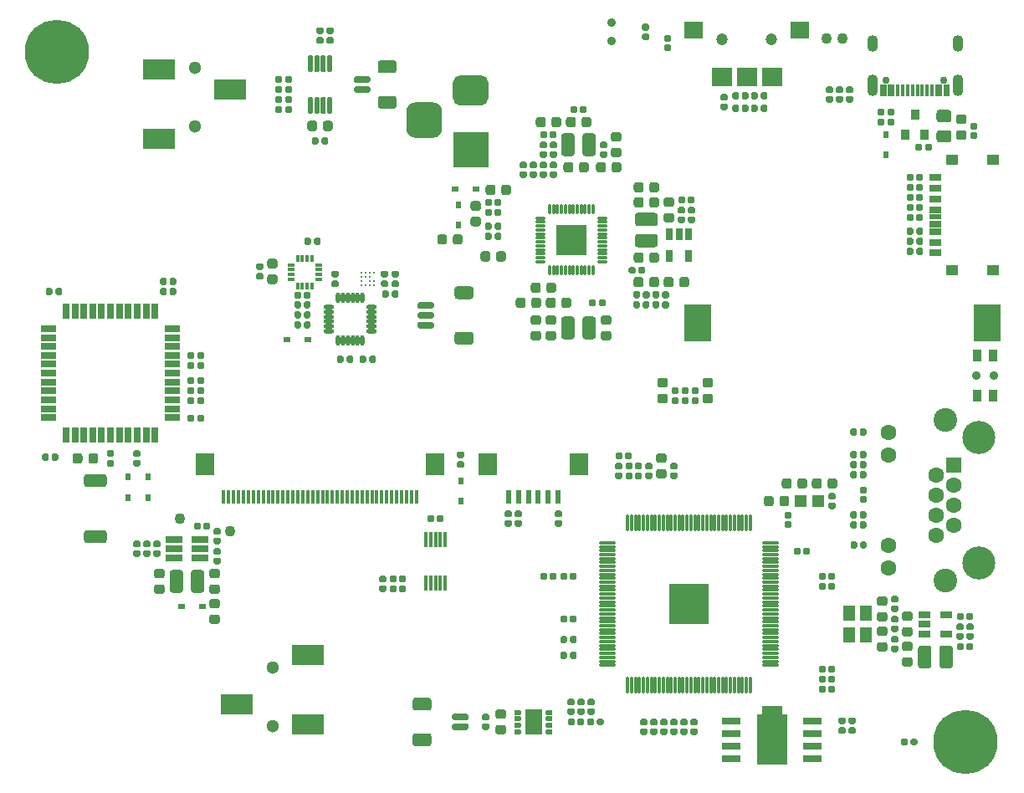
<source format=gbr>
%TF.GenerationSoftware,KiCad,Pcbnew,(5.1.6)-1*%
%TF.CreationDate,2020-07-01T23:58:00+08:00*%
%TF.ProjectId,matrix_v3s,6d617472-6978-45f7-9633-732e6b696361,rev?*%
%TF.SameCoordinates,Original*%
%TF.FileFunction,Soldermask,Top*%
%TF.FilePolarity,Negative*%
%FSLAX46Y46*%
G04 Gerber Fmt 4.6, Leading zero omitted, Abs format (unit mm)*
G04 Created by KiCad (PCBNEW (5.1.6)-1) date 2020-07-01 23:58:00*
%MOMM*%
%LPD*%
G01*
G04 APERTURE LIST*
%ADD10R,0.400000X1.400000*%
%ADD11R,1.900000X2.300000*%
%ADD12R,0.600000X1.400000*%
%ADD13R,1.900000X0.800000*%
%ADD14R,3.100000X5.100000*%
%ADD15R,2.100000X3.100000*%
%ADD16R,2.700000X3.700000*%
%ADD17R,1.600000X1.600000*%
%ADD18C,1.600000*%
%ADD19C,3.350000*%
%ADD20C,2.400000*%
%ADD21C,0.900000*%
%ADD22R,1.300000X1.100000*%
%ADD23R,1.300000X0.600000*%
%ADD24R,1.300000X0.700000*%
%ADD25R,1.600000X0.700000*%
%ADD26R,0.700000X1.600000*%
%ADD27R,2.100000X2.100000*%
%ADD28C,3.100000*%
%ADD29O,0.340000X1.700000*%
%ADD30O,1.700000X0.340000*%
%ADD31R,1.300000X1.500000*%
%ADD32R,0.550000X0.700000*%
%ADD33R,0.700000X0.550000*%
%ADD34C,2.600000*%
%ADD35O,0.320000X1.100000*%
%ADD36O,1.100000X0.320000*%
%ADD37R,3.600000X3.600000*%
%ADD38C,6.500000*%
%ADD39R,1.150000X1.200000*%
%ADD40R,0.400000X0.800000*%
%ADD41R,0.800000X0.400000*%
%ADD42C,1.100000*%
%ADD43C,0.330000*%
%ADD44O,0.450000X1.100000*%
%ADD45O,1.100000X0.450000*%
%ADD46R,0.400000X1.500000*%
%ADD47R,1.660000X0.750000*%
%ADD48R,0.750000X1.160000*%
%ADD49R,1.160000X0.750000*%
%ADD50R,2.000000X1.900000*%
%ADD51R,1.900000X1.700000*%
%ADD52C,1.200000*%
%ADD53R,0.900000X1.300000*%
%ADD54C,1.300000*%
%ADD55R,3.300000X2.100000*%
%ADD56O,0.750000X0.500000*%
%ADD57R,0.400000X0.500000*%
%ADD58R,1.750000X2.500000*%
%ADD59R,0.750000X1.100000*%
%ADD60R,0.900000X1.000000*%
%ADD61O,1.100000X2.200000*%
%ADD62O,1.100000X1.700000*%
%ADD63C,0.750000*%
%ADD64R,0.400000X1.250000*%
G04 APERTURE END LIST*
D10*
%TO.C,J8*%
X46130000Y-69160000D03*
X46630000Y-69160000D03*
X47130000Y-69160000D03*
X47630000Y-69160000D03*
X48130000Y-69160000D03*
X48630000Y-69160000D03*
X49130000Y-69160000D03*
X49630000Y-69160000D03*
X50130000Y-69160000D03*
X50630000Y-69160000D03*
X51130000Y-69160000D03*
X51630000Y-69160000D03*
X52130000Y-69160000D03*
X52630000Y-69160000D03*
X53130000Y-69160000D03*
X53630000Y-69160000D03*
X54130000Y-69160000D03*
X54630000Y-69160000D03*
X55130000Y-69160000D03*
X55630000Y-69160000D03*
X56130000Y-69160000D03*
X56630000Y-69160000D03*
X57130000Y-69160000D03*
X57630000Y-69160000D03*
X58130000Y-69160000D03*
X58630000Y-69160000D03*
X59130000Y-69160000D03*
X59630000Y-69160000D03*
X60130000Y-69160000D03*
X60630000Y-69160000D03*
X61130000Y-69160000D03*
X61630000Y-69160000D03*
X62130000Y-69160000D03*
X62630000Y-69160000D03*
X63130000Y-69160000D03*
X63630000Y-69160000D03*
X64130000Y-69160000D03*
X64630000Y-69160000D03*
X65130000Y-69160000D03*
X65630000Y-69160000D03*
D11*
X67530000Y-65910000D03*
X44230000Y-65910000D03*
%TD*%
%TO.C,R66*%
G36*
G01*
X107893500Y-69456000D02*
X107498500Y-69456000D01*
G75*
G02*
X107326000Y-69283500I0J172500D01*
G01*
X107326000Y-68938500D01*
G75*
G02*
X107498500Y-68766000I172500J0D01*
G01*
X107893500Y-68766000D01*
G75*
G02*
X108066000Y-68938500I0J-172500D01*
G01*
X108066000Y-69283500D01*
G75*
G02*
X107893500Y-69456000I-172500J0D01*
G01*
G37*
G36*
G01*
X107893500Y-70426000D02*
X107498500Y-70426000D01*
G75*
G02*
X107326000Y-70253500I0J172500D01*
G01*
X107326000Y-69908500D01*
G75*
G02*
X107498500Y-69736000I172500J0D01*
G01*
X107893500Y-69736000D01*
G75*
G02*
X108066000Y-69908500I0J-172500D01*
G01*
X108066000Y-70253500D01*
G75*
G02*
X107893500Y-70426000I-172500J0D01*
G01*
G37*
%TD*%
%TO.C,R51*%
G36*
G01*
X93528500Y-92596000D02*
X93923500Y-92596000D01*
G75*
G02*
X94096000Y-92768500I0J-172500D01*
G01*
X94096000Y-93113500D01*
G75*
G02*
X93923500Y-93286000I-172500J0D01*
G01*
X93528500Y-93286000D01*
G75*
G02*
X93356000Y-93113500I0J172500D01*
G01*
X93356000Y-92768500D01*
G75*
G02*
X93528500Y-92596000I172500J0D01*
G01*
G37*
G36*
G01*
X93528500Y-91626000D02*
X93923500Y-91626000D01*
G75*
G02*
X94096000Y-91798500I0J-172500D01*
G01*
X94096000Y-92143500D01*
G75*
G02*
X93923500Y-92316000I-172500J0D01*
G01*
X93528500Y-92316000D01*
G75*
G02*
X93356000Y-92143500I0J172500D01*
G01*
X93356000Y-91798500D01*
G75*
G02*
X93528500Y-91626000I172500J0D01*
G01*
G37*
%TD*%
%TO.C,R50*%
G36*
G01*
X90480500Y-92596000D02*
X90875500Y-92596000D01*
G75*
G02*
X91048000Y-92768500I0J-172500D01*
G01*
X91048000Y-93113500D01*
G75*
G02*
X90875500Y-93286000I-172500J0D01*
G01*
X90480500Y-93286000D01*
G75*
G02*
X90308000Y-93113500I0J172500D01*
G01*
X90308000Y-92768500D01*
G75*
G02*
X90480500Y-92596000I172500J0D01*
G01*
G37*
G36*
G01*
X90480500Y-91626000D02*
X90875500Y-91626000D01*
G75*
G02*
X91048000Y-91798500I0J-172500D01*
G01*
X91048000Y-92143500D01*
G75*
G02*
X90875500Y-92316000I-172500J0D01*
G01*
X90480500Y-92316000D01*
G75*
G02*
X90308000Y-92143500I0J172500D01*
G01*
X90308000Y-91798500D01*
G75*
G02*
X90480500Y-91626000I172500J0D01*
G01*
G37*
%TD*%
%TO.C,R37*%
G36*
G01*
X89859500Y-92316000D02*
X89464500Y-92316000D01*
G75*
G02*
X89292000Y-92143500I0J172500D01*
G01*
X89292000Y-91798500D01*
G75*
G02*
X89464500Y-91626000I172500J0D01*
G01*
X89859500Y-91626000D01*
G75*
G02*
X90032000Y-91798500I0J-172500D01*
G01*
X90032000Y-92143500D01*
G75*
G02*
X89859500Y-92316000I-172500J0D01*
G01*
G37*
G36*
G01*
X89859500Y-93286000D02*
X89464500Y-93286000D01*
G75*
G02*
X89292000Y-93113500I0J172500D01*
G01*
X89292000Y-92768500D01*
G75*
G02*
X89464500Y-92596000I172500J0D01*
G01*
X89859500Y-92596000D01*
G75*
G02*
X90032000Y-92768500I0J-172500D01*
G01*
X90032000Y-93113500D01*
G75*
G02*
X89859500Y-93286000I-172500J0D01*
G01*
G37*
%TD*%
%TO.C,R36*%
G36*
G01*
X88843500Y-92316000D02*
X88448500Y-92316000D01*
G75*
G02*
X88276000Y-92143500I0J172500D01*
G01*
X88276000Y-91798500D01*
G75*
G02*
X88448500Y-91626000I172500J0D01*
G01*
X88843500Y-91626000D01*
G75*
G02*
X89016000Y-91798500I0J-172500D01*
G01*
X89016000Y-92143500D01*
G75*
G02*
X88843500Y-92316000I-172500J0D01*
G01*
G37*
G36*
G01*
X88843500Y-93286000D02*
X88448500Y-93286000D01*
G75*
G02*
X88276000Y-93113500I0J172500D01*
G01*
X88276000Y-92768500D01*
G75*
G02*
X88448500Y-92596000I172500J0D01*
G01*
X88843500Y-92596000D01*
G75*
G02*
X89016000Y-92768500I0J-172500D01*
G01*
X89016000Y-93113500D01*
G75*
G02*
X88843500Y-93286000I-172500J0D01*
G01*
G37*
%TD*%
%TO.C,R17*%
G36*
G01*
X91496500Y-92596000D02*
X91891500Y-92596000D01*
G75*
G02*
X92064000Y-92768500I0J-172500D01*
G01*
X92064000Y-93113500D01*
G75*
G02*
X91891500Y-93286000I-172500J0D01*
G01*
X91496500Y-93286000D01*
G75*
G02*
X91324000Y-93113500I0J172500D01*
G01*
X91324000Y-92768500D01*
G75*
G02*
X91496500Y-92596000I172500J0D01*
G01*
G37*
G36*
G01*
X91496500Y-91626000D02*
X91891500Y-91626000D01*
G75*
G02*
X92064000Y-91798500I0J-172500D01*
G01*
X92064000Y-92143500D01*
G75*
G02*
X91891500Y-92316000I-172500J0D01*
G01*
X91496500Y-92316000D01*
G75*
G02*
X91324000Y-92143500I0J172500D01*
G01*
X91324000Y-91798500D01*
G75*
G02*
X91496500Y-91626000I172500J0D01*
G01*
G37*
%TD*%
%TO.C,R18*%
G36*
G01*
X92907500Y-92316000D02*
X92512500Y-92316000D01*
G75*
G02*
X92340000Y-92143500I0J172500D01*
G01*
X92340000Y-91798500D01*
G75*
G02*
X92512500Y-91626000I172500J0D01*
G01*
X92907500Y-91626000D01*
G75*
G02*
X93080000Y-91798500I0J-172500D01*
G01*
X93080000Y-92143500D01*
G75*
G02*
X92907500Y-92316000I-172500J0D01*
G01*
G37*
G36*
G01*
X92907500Y-93286000D02*
X92512500Y-93286000D01*
G75*
G02*
X92340000Y-93113500I0J172500D01*
G01*
X92340000Y-92768500D01*
G75*
G02*
X92512500Y-92596000I172500J0D01*
G01*
X92907500Y-92596000D01*
G75*
G02*
X93080000Y-92768500I0J-172500D01*
G01*
X93080000Y-93113500D01*
G75*
G02*
X92907500Y-93286000I-172500J0D01*
G01*
G37*
%TD*%
%TO.C,J9*%
X72820000Y-65910000D03*
X82120000Y-65910000D03*
D12*
X79970000Y-69160000D03*
X78970000Y-69160000D03*
X77970000Y-69160000D03*
X76970000Y-69160000D03*
X75970000Y-69160000D03*
X74970000Y-69160000D03*
%TD*%
D13*
%TO.C,U6*%
X105700000Y-91821000D03*
X97500000Y-91821000D03*
X105700000Y-93091000D03*
X97500000Y-93091000D03*
X105700000Y-94361000D03*
X97500000Y-94361000D03*
X105700000Y-95631000D03*
X97500000Y-95631000D03*
D14*
X101600000Y-93726000D03*
D15*
X101600000Y-91821000D03*
%TD*%
%TO.C,C34*%
G36*
G01*
X108514500Y-92469000D02*
X108909500Y-92469000D01*
G75*
G02*
X109082000Y-92641500I0J-172500D01*
G01*
X109082000Y-92986500D01*
G75*
G02*
X108909500Y-93159000I-172500J0D01*
G01*
X108514500Y-93159000D01*
G75*
G02*
X108342000Y-92986500I0J172500D01*
G01*
X108342000Y-92641500D01*
G75*
G02*
X108514500Y-92469000I172500J0D01*
G01*
G37*
G36*
G01*
X108514500Y-91499000D02*
X108909500Y-91499000D01*
G75*
G02*
X109082000Y-91671500I0J-172500D01*
G01*
X109082000Y-92016500D01*
G75*
G02*
X108909500Y-92189000I-172500J0D01*
G01*
X108514500Y-92189000D01*
G75*
G02*
X108342000Y-92016500I0J172500D01*
G01*
X108342000Y-91671500D01*
G75*
G02*
X108514500Y-91499000I172500J0D01*
G01*
G37*
%TD*%
%TO.C,C49*%
G36*
G01*
X109925500Y-92189000D02*
X109530500Y-92189000D01*
G75*
G02*
X109358000Y-92016500I0J172500D01*
G01*
X109358000Y-91671500D01*
G75*
G02*
X109530500Y-91499000I172500J0D01*
G01*
X109925500Y-91499000D01*
G75*
G02*
X110098000Y-91671500I0J-172500D01*
G01*
X110098000Y-92016500D01*
G75*
G02*
X109925500Y-92189000I-172500J0D01*
G01*
G37*
G36*
G01*
X109925500Y-93159000D02*
X109530500Y-93159000D01*
G75*
G02*
X109358000Y-92986500I0J172500D01*
G01*
X109358000Y-92641500D01*
G75*
G02*
X109530500Y-92469000I172500J0D01*
G01*
X109925500Y-92469000D01*
G75*
G02*
X110098000Y-92641500I0J-172500D01*
G01*
X110098000Y-92986500D01*
G75*
G02*
X109925500Y-93159000I-172500J0D01*
G01*
G37*
%TD*%
%TO.C,C30*%
G36*
G01*
X107328000Y-88843500D02*
X107328000Y-88448500D01*
G75*
G02*
X107500500Y-88276000I172500J0D01*
G01*
X107845500Y-88276000D01*
G75*
G02*
X108018000Y-88448500I0J-172500D01*
G01*
X108018000Y-88843500D01*
G75*
G02*
X107845500Y-89016000I-172500J0D01*
G01*
X107500500Y-89016000D01*
G75*
G02*
X107328000Y-88843500I0J172500D01*
G01*
G37*
G36*
G01*
X106358000Y-88843500D02*
X106358000Y-88448500D01*
G75*
G02*
X106530500Y-88276000I172500J0D01*
G01*
X106875500Y-88276000D01*
G75*
G02*
X107048000Y-88448500I0J-172500D01*
G01*
X107048000Y-88843500D01*
G75*
G02*
X106875500Y-89016000I-172500J0D01*
G01*
X106530500Y-89016000D01*
G75*
G02*
X106358000Y-88843500I0J172500D01*
G01*
G37*
%TD*%
%TO.C,R42*%
G36*
G01*
X88087500Y-46425500D02*
X88087500Y-46030500D01*
G75*
G02*
X88260000Y-45858000I172500J0D01*
G01*
X88605000Y-45858000D01*
G75*
G02*
X88777500Y-46030500I0J-172500D01*
G01*
X88777500Y-46425500D01*
G75*
G02*
X88605000Y-46598000I-172500J0D01*
G01*
X88260000Y-46598000D01*
G75*
G02*
X88087500Y-46425500I0J172500D01*
G01*
G37*
G36*
G01*
X87117500Y-46425500D02*
X87117500Y-46030500D01*
G75*
G02*
X87290000Y-45858000I172500J0D01*
G01*
X87635000Y-45858000D01*
G75*
G02*
X87807500Y-46030500I0J-172500D01*
G01*
X87807500Y-46425500D01*
G75*
G02*
X87635000Y-46598000I-172500J0D01*
G01*
X87290000Y-46598000D01*
G75*
G02*
X87117500Y-46425500I0J172500D01*
G01*
G37*
%TD*%
D16*
%TO.C,BT1*%
X94062000Y-51562000D03*
X123362000Y-51562000D03*
%TD*%
D17*
%TO.C,J7*%
X120047000Y-65913000D03*
D18*
X120047000Y-67945000D03*
X120047000Y-69977000D03*
X120047000Y-72009000D03*
X118267000Y-66929000D03*
X118267000Y-68961000D03*
X118267000Y-70993000D03*
X118267000Y-73025000D03*
D19*
X122587000Y-63123000D03*
X122587000Y-75823000D03*
D20*
X119157000Y-77603000D03*
X119157000Y-61343000D03*
D18*
X113447000Y-62613000D03*
X113447000Y-64903000D03*
X113447000Y-74043000D03*
X113447000Y-76333000D03*
%TD*%
D21*
%TO.C,SW3*%
X85344000Y-21198000D03*
X85344000Y-22998000D03*
%TD*%
%TO.C,R53*%
G36*
G01*
X89034000Y-21981000D02*
X88639000Y-21981000D01*
G75*
G02*
X88466500Y-21808500I0J172500D01*
G01*
X88466500Y-21463500D01*
G75*
G02*
X88639000Y-21291000I172500J0D01*
G01*
X89034000Y-21291000D01*
G75*
G02*
X89206500Y-21463500I0J-172500D01*
G01*
X89206500Y-21808500D01*
G75*
G02*
X89034000Y-21981000I-172500J0D01*
G01*
G37*
G36*
G01*
X89034000Y-22951000D02*
X88639000Y-22951000D01*
G75*
G02*
X88466500Y-22778500I0J172500D01*
G01*
X88466500Y-22433500D01*
G75*
G02*
X88639000Y-22261000I172500J0D01*
G01*
X89034000Y-22261000D01*
G75*
G02*
X89206500Y-22433500I0J-172500D01*
G01*
X89206500Y-22778500D01*
G75*
G02*
X89034000Y-22951000I-172500J0D01*
G01*
G37*
%TD*%
D22*
%TO.C,U4*%
X124010000Y-35065000D03*
X124010000Y-46215000D03*
D23*
X118110000Y-40840000D03*
D22*
X119860000Y-35065000D03*
X119860000Y-46215000D03*
D24*
X118110000Y-42290000D03*
X118110000Y-44490000D03*
X118110000Y-43390000D03*
X118110000Y-41540000D03*
X118110000Y-40090000D03*
X118110000Y-38990000D03*
X118110000Y-37890000D03*
X118110000Y-36790000D03*
%TD*%
D25*
%TO.C,U11*%
X28421000Y-61142000D03*
X28421000Y-60242000D03*
X28421000Y-59342000D03*
X28421000Y-58442000D03*
X28421000Y-57542000D03*
X28421000Y-56642000D03*
X28421000Y-55742000D03*
X28421000Y-54842000D03*
X28421000Y-53942000D03*
X28421000Y-53042000D03*
X28421000Y-52142000D03*
D26*
X30171000Y-50392000D03*
X31071000Y-50392000D03*
X31971000Y-50392000D03*
X32871000Y-50392000D03*
X33771000Y-50392000D03*
X34671000Y-50392000D03*
X35571000Y-50392000D03*
X36471000Y-50392000D03*
X37371000Y-50392000D03*
X38271000Y-50392000D03*
X39171000Y-50392000D03*
D25*
X40921000Y-52142000D03*
X40921000Y-53042000D03*
X40921000Y-53942000D03*
X40921000Y-54842000D03*
X40921000Y-55742000D03*
X40921000Y-56642000D03*
X40921000Y-57542000D03*
X40921000Y-58442000D03*
X40921000Y-59342000D03*
X40921000Y-60242000D03*
X40921000Y-61142000D03*
D26*
X39171000Y-62892000D03*
X38271000Y-62892000D03*
X37371000Y-62892000D03*
X36471000Y-62892000D03*
X35571000Y-62892000D03*
X34671000Y-62892000D03*
X33771000Y-62892000D03*
X32871000Y-62892000D03*
X31971000Y-62892000D03*
X31071000Y-62892000D03*
X30171000Y-62892000D03*
%TD*%
D27*
%TO.C,U8*%
X94218000Y-81010000D03*
X92218000Y-79010000D03*
D28*
X93218000Y-80010000D03*
D27*
X94218000Y-79010000D03*
X92218000Y-81010000D03*
D29*
X87018000Y-71760000D03*
X87418000Y-71760000D03*
X87818000Y-71760000D03*
X88218000Y-71760000D03*
X88618000Y-71760000D03*
X89018000Y-71760000D03*
X89418000Y-71760000D03*
X89818000Y-71760000D03*
X90218000Y-71760000D03*
X90618000Y-71760000D03*
X91018000Y-71760000D03*
X91418000Y-71760000D03*
X91818000Y-71760000D03*
X92218000Y-71760000D03*
X92618000Y-71760000D03*
X93018000Y-71760000D03*
X93418000Y-71760000D03*
X93818000Y-71760000D03*
X94218000Y-71760000D03*
X94618000Y-71760000D03*
X95018000Y-71760000D03*
X95418000Y-71760000D03*
X95818000Y-71760000D03*
X96218000Y-71760000D03*
X96618000Y-71760000D03*
X97018000Y-71760000D03*
X97418000Y-71760000D03*
X97818000Y-71760000D03*
X98218000Y-71760000D03*
X98618000Y-71760000D03*
X99018000Y-71760000D03*
X99418000Y-71760000D03*
D30*
X101468000Y-73810000D03*
X101468000Y-74210000D03*
X101468000Y-74610000D03*
X101468000Y-75010000D03*
X101468000Y-75410000D03*
X101468000Y-75810000D03*
X101468000Y-76210000D03*
X101468000Y-76610000D03*
X101468000Y-77010000D03*
X101468000Y-77410000D03*
X101468000Y-77810000D03*
X101468000Y-78210000D03*
X101468000Y-78610000D03*
X101468000Y-79010000D03*
X101468000Y-79410000D03*
X101468000Y-79810000D03*
X101468000Y-80210000D03*
X101468000Y-80610000D03*
X101468000Y-81010000D03*
X101468000Y-81410000D03*
X101468000Y-81810000D03*
X101468000Y-82210000D03*
X101468000Y-82610000D03*
X101468000Y-83010000D03*
X101468000Y-83410000D03*
X101468000Y-83810000D03*
X101468000Y-84210000D03*
X101468000Y-84610000D03*
X101468000Y-85010000D03*
X101468000Y-85410000D03*
X101468000Y-85810000D03*
X101468000Y-86210000D03*
D29*
X99418000Y-88260000D03*
X99018000Y-88260000D03*
X98618000Y-88260000D03*
X98218000Y-88260000D03*
X97818000Y-88260000D03*
X97418000Y-88260000D03*
X97018000Y-88260000D03*
X96618000Y-88260000D03*
X96218000Y-88260000D03*
X95818000Y-88260000D03*
X95418000Y-88260000D03*
X95018000Y-88260000D03*
X94618000Y-88260000D03*
X94218000Y-88260000D03*
X93818000Y-88260000D03*
X93418000Y-88260000D03*
X93018000Y-88260000D03*
X92618000Y-88260000D03*
X92218000Y-88260000D03*
X91818000Y-88260000D03*
X91418000Y-88260000D03*
X91018000Y-88260000D03*
X90618000Y-88260000D03*
X90218000Y-88260000D03*
X89818000Y-88260000D03*
X89418000Y-88260000D03*
X89018000Y-88260000D03*
X88618000Y-88260000D03*
X88218000Y-88260000D03*
X87818000Y-88260000D03*
X87418000Y-88260000D03*
X87018000Y-88260000D03*
D30*
X84968000Y-86210000D03*
X84968000Y-85810000D03*
X84968000Y-85410000D03*
X84968000Y-85010000D03*
X84968000Y-84610000D03*
X84968000Y-84210000D03*
X84968000Y-83810000D03*
X84968000Y-83410000D03*
X84968000Y-83010000D03*
X84968000Y-82610000D03*
X84968000Y-82210000D03*
X84968000Y-81810000D03*
X84968000Y-81410000D03*
X84968000Y-81010000D03*
X84968000Y-80610000D03*
X84968000Y-80210000D03*
X84968000Y-79810000D03*
X84968000Y-79410000D03*
X84968000Y-79010000D03*
X84968000Y-78610000D03*
X84968000Y-78210000D03*
X84968000Y-77810000D03*
X84968000Y-77410000D03*
X84968000Y-77010000D03*
X84968000Y-76610000D03*
X84968000Y-76210000D03*
X84968000Y-75810000D03*
X84968000Y-75410000D03*
X84968000Y-75010000D03*
X84968000Y-74610000D03*
X84968000Y-74210000D03*
X84968000Y-73810000D03*
%TD*%
%TO.C,R69*%
G36*
G01*
X37535500Y-65138000D02*
X37140500Y-65138000D01*
G75*
G02*
X36968000Y-64965500I0J172500D01*
G01*
X36968000Y-64620500D01*
G75*
G02*
X37140500Y-64448000I172500J0D01*
G01*
X37535500Y-64448000D01*
G75*
G02*
X37708000Y-64620500I0J-172500D01*
G01*
X37708000Y-64965500D01*
G75*
G02*
X37535500Y-65138000I-172500J0D01*
G01*
G37*
G36*
G01*
X37535500Y-66108000D02*
X37140500Y-66108000D01*
G75*
G02*
X36968000Y-65935500I0J172500D01*
G01*
X36968000Y-65590500D01*
G75*
G02*
X37140500Y-65418000I172500J0D01*
G01*
X37535500Y-65418000D01*
G75*
G02*
X37708000Y-65590500I0J-172500D01*
G01*
X37708000Y-65935500D01*
G75*
G02*
X37535500Y-66108000I-172500J0D01*
G01*
G37*
%TD*%
%TO.C,J6*%
G36*
G01*
X67230000Y-52150000D02*
X65930000Y-52150000D01*
G75*
G02*
X65755000Y-51975000I0J175000D01*
G01*
X65755000Y-51625000D01*
G75*
G02*
X65930000Y-51450000I175000J0D01*
G01*
X67230000Y-51450000D01*
G75*
G02*
X67405000Y-51625000I0J-175000D01*
G01*
X67405000Y-51975000D01*
G75*
G02*
X67230000Y-52150000I-175000J0D01*
G01*
G37*
G36*
G01*
X67230000Y-51150000D02*
X65930000Y-51150000D01*
G75*
G02*
X65755000Y-50975000I0J175000D01*
G01*
X65755000Y-50625000D01*
G75*
G02*
X65930000Y-50450000I175000J0D01*
G01*
X67230000Y-50450000D01*
G75*
G02*
X67405000Y-50625000I0J-175000D01*
G01*
X67405000Y-50975000D01*
G75*
G02*
X67230000Y-51150000I-175000J0D01*
G01*
G37*
G36*
G01*
X67230000Y-50150000D02*
X65930000Y-50150000D01*
G75*
G02*
X65755000Y-49975000I0J175000D01*
G01*
X65755000Y-49625000D01*
G75*
G02*
X65930000Y-49450000I175000J0D01*
G01*
X67230000Y-49450000D01*
G75*
G02*
X67405000Y-49625000I0J-175000D01*
G01*
X67405000Y-49975000D01*
G75*
G02*
X67230000Y-50150000I-175000J0D01*
G01*
G37*
G36*
G01*
X71134168Y-53750000D02*
X69775832Y-53750000D01*
G75*
G02*
X69505000Y-53479168I0J270832D01*
G01*
X69505000Y-52720832D01*
G75*
G02*
X69775832Y-52450000I270832J0D01*
G01*
X71134168Y-52450000D01*
G75*
G02*
X71405000Y-52720832I0J-270832D01*
G01*
X71405000Y-53479168D01*
G75*
G02*
X71134168Y-53750000I-270832J0D01*
G01*
G37*
G36*
G01*
X71134168Y-49150000D02*
X69775832Y-49150000D01*
G75*
G02*
X69505000Y-48879168I0J270832D01*
G01*
X69505000Y-48120832D01*
G75*
G02*
X69775832Y-47850000I270832J0D01*
G01*
X71134168Y-47850000D01*
G75*
G02*
X71405000Y-48120832I0J-270832D01*
G01*
X71405000Y-48879168D01*
G75*
G02*
X71134168Y-49150000I-270832J0D01*
G01*
G37*
%TD*%
%TO.C,C27*%
G36*
G01*
X83616500Y-91750500D02*
X83616500Y-92145500D01*
G75*
G02*
X83444000Y-92318000I-172500J0D01*
G01*
X83099000Y-92318000D01*
G75*
G02*
X82926500Y-92145500I0J172500D01*
G01*
X82926500Y-91750500D01*
G75*
G02*
X83099000Y-91578000I172500J0D01*
G01*
X83444000Y-91578000D01*
G75*
G02*
X83616500Y-91750500I0J-172500D01*
G01*
G37*
G36*
G01*
X84586500Y-91750500D02*
X84586500Y-92145500D01*
G75*
G02*
X84414000Y-92318000I-172500J0D01*
G01*
X84069000Y-92318000D01*
G75*
G02*
X83896500Y-92145500I0J172500D01*
G01*
X83896500Y-91750500D01*
G75*
G02*
X84069000Y-91578000I172500J0D01*
G01*
X84414000Y-91578000D01*
G75*
G02*
X84586500Y-91750500I0J-172500D01*
G01*
G37*
%TD*%
%TO.C,C33*%
G36*
G01*
X91891500Y-66408000D02*
X91496500Y-66408000D01*
G75*
G02*
X91324000Y-66235500I0J172500D01*
G01*
X91324000Y-65890500D01*
G75*
G02*
X91496500Y-65718000I172500J0D01*
G01*
X91891500Y-65718000D01*
G75*
G02*
X92064000Y-65890500I0J-172500D01*
G01*
X92064000Y-66235500D01*
G75*
G02*
X91891500Y-66408000I-172500J0D01*
G01*
G37*
G36*
G01*
X91891500Y-67378000D02*
X91496500Y-67378000D01*
G75*
G02*
X91324000Y-67205500I0J172500D01*
G01*
X91324000Y-66860500D01*
G75*
G02*
X91496500Y-66688000I172500J0D01*
G01*
X91891500Y-66688000D01*
G75*
G02*
X92064000Y-66860500I0J-172500D01*
G01*
X92064000Y-67205500D01*
G75*
G02*
X91891500Y-67378000I-172500J0D01*
G01*
G37*
%TD*%
%TO.C,C31*%
G36*
G01*
X80886000Y-85019500D02*
X80886000Y-85414500D01*
G75*
G02*
X80713500Y-85587000I-172500J0D01*
G01*
X80368500Y-85587000D01*
G75*
G02*
X80196000Y-85414500I0J172500D01*
G01*
X80196000Y-85019500D01*
G75*
G02*
X80368500Y-84847000I172500J0D01*
G01*
X80713500Y-84847000D01*
G75*
G02*
X80886000Y-85019500I0J-172500D01*
G01*
G37*
G36*
G01*
X81856000Y-85019500D02*
X81856000Y-85414500D01*
G75*
G02*
X81683500Y-85587000I-172500J0D01*
G01*
X81338500Y-85587000D01*
G75*
G02*
X81166000Y-85414500I0J172500D01*
G01*
X81166000Y-85019500D01*
G75*
G02*
X81338500Y-84847000I172500J0D01*
G01*
X81683500Y-84847000D01*
G75*
G02*
X81856000Y-85019500I0J-172500D01*
G01*
G37*
%TD*%
%TO.C,R12*%
G36*
G01*
X87770000Y-67253500D02*
X87770000Y-66858500D01*
G75*
G02*
X87942500Y-66686000I172500J0D01*
G01*
X88287500Y-66686000D01*
G75*
G02*
X88460000Y-66858500I0J-172500D01*
G01*
X88460000Y-67253500D01*
G75*
G02*
X88287500Y-67426000I-172500J0D01*
G01*
X87942500Y-67426000D01*
G75*
G02*
X87770000Y-67253500I0J172500D01*
G01*
G37*
G36*
G01*
X86800000Y-67253500D02*
X86800000Y-66858500D01*
G75*
G02*
X86972500Y-66686000I172500J0D01*
G01*
X87317500Y-66686000D01*
G75*
G02*
X87490000Y-66858500I0J-172500D01*
G01*
X87490000Y-67253500D01*
G75*
G02*
X87317500Y-67426000I-172500J0D01*
G01*
X86972500Y-67426000D01*
G75*
G02*
X86800000Y-67253500I0J172500D01*
G01*
G37*
%TD*%
%TO.C,R8*%
G36*
G01*
X86474000Y-64826500D02*
X86474000Y-65221500D01*
G75*
G02*
X86301500Y-65394000I-172500J0D01*
G01*
X85956500Y-65394000D01*
G75*
G02*
X85784000Y-65221500I0J172500D01*
G01*
X85784000Y-64826500D01*
G75*
G02*
X85956500Y-64654000I172500J0D01*
G01*
X86301500Y-64654000D01*
G75*
G02*
X86474000Y-64826500I0J-172500D01*
G01*
G37*
G36*
G01*
X87444000Y-64826500D02*
X87444000Y-65221500D01*
G75*
G02*
X87271500Y-65394000I-172500J0D01*
G01*
X86926500Y-65394000D01*
G75*
G02*
X86754000Y-65221500I0J172500D01*
G01*
X86754000Y-64826500D01*
G75*
G02*
X86926500Y-64654000I172500J0D01*
G01*
X87271500Y-64654000D01*
G75*
G02*
X87444000Y-64826500I0J-172500D01*
G01*
G37*
%TD*%
%TO.C,C7*%
G36*
G01*
X87770000Y-66237500D02*
X87770000Y-65842500D01*
G75*
G02*
X87942500Y-65670000I172500J0D01*
G01*
X88287500Y-65670000D01*
G75*
G02*
X88460000Y-65842500I0J-172500D01*
G01*
X88460000Y-66237500D01*
G75*
G02*
X88287500Y-66410000I-172500J0D01*
G01*
X87942500Y-66410000D01*
G75*
G02*
X87770000Y-66237500I0J172500D01*
G01*
G37*
G36*
G01*
X86800000Y-66237500D02*
X86800000Y-65842500D01*
G75*
G02*
X86972500Y-65670000I172500J0D01*
G01*
X87317500Y-65670000D01*
G75*
G02*
X87490000Y-65842500I0J-172500D01*
G01*
X87490000Y-66237500D01*
G75*
G02*
X87317500Y-66410000I-172500J0D01*
G01*
X86972500Y-66410000D01*
G75*
G02*
X86800000Y-66237500I0J172500D01*
G01*
G37*
%TD*%
%TO.C,R32*%
G36*
G01*
X37140500Y-74562000D02*
X37535500Y-74562000D01*
G75*
G02*
X37708000Y-74734500I0J-172500D01*
G01*
X37708000Y-75079500D01*
G75*
G02*
X37535500Y-75252000I-172500J0D01*
G01*
X37140500Y-75252000D01*
G75*
G02*
X36968000Y-75079500I0J172500D01*
G01*
X36968000Y-74734500D01*
G75*
G02*
X37140500Y-74562000I172500J0D01*
G01*
G37*
G36*
G01*
X37140500Y-73592000D02*
X37535500Y-73592000D01*
G75*
G02*
X37708000Y-73764500I0J-172500D01*
G01*
X37708000Y-74109500D01*
G75*
G02*
X37535500Y-74282000I-172500J0D01*
G01*
X37140500Y-74282000D01*
G75*
G02*
X36968000Y-74109500I0J172500D01*
G01*
X36968000Y-73764500D01*
G75*
G02*
X37140500Y-73592000I172500J0D01*
G01*
G37*
%TD*%
D31*
%TO.C,Y2*%
X111086000Y-80942000D03*
X111086000Y-83142000D03*
X109386000Y-83142000D03*
X109386000Y-80942000D03*
%TD*%
%TO.C,R91*%
G36*
G01*
X63697500Y-46968000D02*
X63302500Y-46968000D01*
G75*
G02*
X63130000Y-46795500I0J172500D01*
G01*
X63130000Y-46450500D01*
G75*
G02*
X63302500Y-46278000I172500J0D01*
G01*
X63697500Y-46278000D01*
G75*
G02*
X63870000Y-46450500I0J-172500D01*
G01*
X63870000Y-46795500D01*
G75*
G02*
X63697500Y-46968000I-172500J0D01*
G01*
G37*
G36*
G01*
X63697500Y-47938000D02*
X63302500Y-47938000D01*
G75*
G02*
X63130000Y-47765500I0J172500D01*
G01*
X63130000Y-47420500D01*
G75*
G02*
X63302500Y-47248000I172500J0D01*
G01*
X63697500Y-47248000D01*
G75*
G02*
X63870000Y-47420500I0J-172500D01*
G01*
X63870000Y-47765500D01*
G75*
G02*
X63697500Y-47938000I-172500J0D01*
G01*
G37*
%TD*%
%TO.C,R90*%
G36*
G01*
X54242000Y-48965500D02*
X54242000Y-48570500D01*
G75*
G02*
X54414500Y-48398000I172500J0D01*
G01*
X54759500Y-48398000D01*
G75*
G02*
X54932000Y-48570500I0J-172500D01*
G01*
X54932000Y-48965500D01*
G75*
G02*
X54759500Y-49138000I-172500J0D01*
G01*
X54414500Y-49138000D01*
G75*
G02*
X54242000Y-48965500I0J172500D01*
G01*
G37*
G36*
G01*
X53272000Y-48965500D02*
X53272000Y-48570500D01*
G75*
G02*
X53444500Y-48398000I172500J0D01*
G01*
X53789500Y-48398000D01*
G75*
G02*
X53962000Y-48570500I0J-172500D01*
G01*
X53962000Y-48965500D01*
G75*
G02*
X53789500Y-49138000I-172500J0D01*
G01*
X53444500Y-49138000D01*
G75*
G02*
X53272000Y-48965500I0J172500D01*
G01*
G37*
%TD*%
%TO.C,R89*%
G36*
G01*
X54242000Y-49918000D02*
X54242000Y-49523000D01*
G75*
G02*
X54414500Y-49350500I172500J0D01*
G01*
X54759500Y-49350500D01*
G75*
G02*
X54932000Y-49523000I0J-172500D01*
G01*
X54932000Y-49918000D01*
G75*
G02*
X54759500Y-50090500I-172500J0D01*
G01*
X54414500Y-50090500D01*
G75*
G02*
X54242000Y-49918000I0J172500D01*
G01*
G37*
G36*
G01*
X53272000Y-49918000D02*
X53272000Y-49523000D01*
G75*
G02*
X53444500Y-49350500I172500J0D01*
G01*
X53789500Y-49350500D01*
G75*
G02*
X53962000Y-49523000I0J-172500D01*
G01*
X53962000Y-49918000D01*
G75*
G02*
X53789500Y-50090500I-172500J0D01*
G01*
X53444500Y-50090500D01*
G75*
G02*
X53272000Y-49918000I0J172500D01*
G01*
G37*
%TD*%
%TO.C,R88*%
G36*
G01*
X57206500Y-47257000D02*
X57601500Y-47257000D01*
G75*
G02*
X57774000Y-47429500I0J-172500D01*
G01*
X57774000Y-47774500D01*
G75*
G02*
X57601500Y-47947000I-172500J0D01*
G01*
X57206500Y-47947000D01*
G75*
G02*
X57034000Y-47774500I0J172500D01*
G01*
X57034000Y-47429500D01*
G75*
G02*
X57206500Y-47257000I172500J0D01*
G01*
G37*
G36*
G01*
X57206500Y-46287000D02*
X57601500Y-46287000D01*
G75*
G02*
X57774000Y-46459500I0J-172500D01*
G01*
X57774000Y-46804500D01*
G75*
G02*
X57601500Y-46977000I-172500J0D01*
G01*
X57206500Y-46977000D01*
G75*
G02*
X57034000Y-46804500I0J172500D01*
G01*
X57034000Y-46459500D01*
G75*
G02*
X57206500Y-46287000I172500J0D01*
G01*
G37*
%TD*%
%TO.C,R87*%
G36*
G01*
X75127500Y-71234000D02*
X74732500Y-71234000D01*
G75*
G02*
X74560000Y-71061500I0J172500D01*
G01*
X74560000Y-70716500D01*
G75*
G02*
X74732500Y-70544000I172500J0D01*
G01*
X75127500Y-70544000D01*
G75*
G02*
X75300000Y-70716500I0J-172500D01*
G01*
X75300000Y-71061500D01*
G75*
G02*
X75127500Y-71234000I-172500J0D01*
G01*
G37*
G36*
G01*
X75127500Y-72204000D02*
X74732500Y-72204000D01*
G75*
G02*
X74560000Y-72031500I0J172500D01*
G01*
X74560000Y-71686500D01*
G75*
G02*
X74732500Y-71514000I172500J0D01*
G01*
X75127500Y-71514000D01*
G75*
G02*
X75300000Y-71686500I0J-172500D01*
G01*
X75300000Y-72031500D01*
G75*
G02*
X75127500Y-72204000I-172500J0D01*
G01*
G37*
%TD*%
%TO.C,R86*%
G36*
G01*
X76143500Y-71234000D02*
X75748500Y-71234000D01*
G75*
G02*
X75576000Y-71061500I0J172500D01*
G01*
X75576000Y-70716500D01*
G75*
G02*
X75748500Y-70544000I172500J0D01*
G01*
X76143500Y-70544000D01*
G75*
G02*
X76316000Y-70716500I0J-172500D01*
G01*
X76316000Y-71061500D01*
G75*
G02*
X76143500Y-71234000I-172500J0D01*
G01*
G37*
G36*
G01*
X76143500Y-72204000D02*
X75748500Y-72204000D01*
G75*
G02*
X75576000Y-72031500I0J172500D01*
G01*
X75576000Y-71686500D01*
G75*
G02*
X75748500Y-71514000I172500J0D01*
G01*
X76143500Y-71514000D01*
G75*
G02*
X76316000Y-71686500I0J-172500D01*
G01*
X76316000Y-72031500D01*
G75*
G02*
X76143500Y-72204000I-172500J0D01*
G01*
G37*
%TD*%
%TO.C,R85*%
G36*
G01*
X40373000Y-48189500D02*
X40373000Y-48584500D01*
G75*
G02*
X40200500Y-48757000I-172500J0D01*
G01*
X39855500Y-48757000D01*
G75*
G02*
X39683000Y-48584500I0J172500D01*
G01*
X39683000Y-48189500D01*
G75*
G02*
X39855500Y-48017000I172500J0D01*
G01*
X40200500Y-48017000D01*
G75*
G02*
X40373000Y-48189500I0J-172500D01*
G01*
G37*
G36*
G01*
X41343000Y-48189500D02*
X41343000Y-48584500D01*
G75*
G02*
X41170500Y-48757000I-172500J0D01*
G01*
X40825500Y-48757000D01*
G75*
G02*
X40653000Y-48584500I0J172500D01*
G01*
X40653000Y-48189500D01*
G75*
G02*
X40825500Y-48017000I172500J0D01*
G01*
X41170500Y-48017000D01*
G75*
G02*
X41343000Y-48189500I0J-172500D01*
G01*
G37*
%TD*%
%TO.C,R84*%
G36*
G01*
X29096000Y-48584500D02*
X29096000Y-48189500D01*
G75*
G02*
X29268500Y-48017000I172500J0D01*
G01*
X29613500Y-48017000D01*
G75*
G02*
X29786000Y-48189500I0J-172500D01*
G01*
X29786000Y-48584500D01*
G75*
G02*
X29613500Y-48757000I-172500J0D01*
G01*
X29268500Y-48757000D01*
G75*
G02*
X29096000Y-48584500I0J172500D01*
G01*
G37*
G36*
G01*
X28126000Y-48584500D02*
X28126000Y-48189500D01*
G75*
G02*
X28298500Y-48017000I172500J0D01*
G01*
X28643500Y-48017000D01*
G75*
G02*
X28816000Y-48189500I0J-172500D01*
G01*
X28816000Y-48584500D01*
G75*
G02*
X28643500Y-48757000I-172500J0D01*
G01*
X28298500Y-48757000D01*
G75*
G02*
X28126000Y-48584500I0J172500D01*
G01*
G37*
%TD*%
%TO.C,R83*%
G36*
G01*
X43447000Y-55061500D02*
X43447000Y-54666500D01*
G75*
G02*
X43619500Y-54494000I172500J0D01*
G01*
X43964500Y-54494000D01*
G75*
G02*
X44137000Y-54666500I0J-172500D01*
G01*
X44137000Y-55061500D01*
G75*
G02*
X43964500Y-55234000I-172500J0D01*
G01*
X43619500Y-55234000D01*
G75*
G02*
X43447000Y-55061500I0J172500D01*
G01*
G37*
G36*
G01*
X42477000Y-55061500D02*
X42477000Y-54666500D01*
G75*
G02*
X42649500Y-54494000I172500J0D01*
G01*
X42994500Y-54494000D01*
G75*
G02*
X43167000Y-54666500I0J-172500D01*
G01*
X43167000Y-55061500D01*
G75*
G02*
X42994500Y-55234000I-172500J0D01*
G01*
X42649500Y-55234000D01*
G75*
G02*
X42477000Y-55061500I0J172500D01*
G01*
G37*
%TD*%
%TO.C,R81*%
G36*
G01*
X80207500Y-71234000D02*
X79812500Y-71234000D01*
G75*
G02*
X79640000Y-71061500I0J172500D01*
G01*
X79640000Y-70716500D01*
G75*
G02*
X79812500Y-70544000I172500J0D01*
G01*
X80207500Y-70544000D01*
G75*
G02*
X80380000Y-70716500I0J-172500D01*
G01*
X80380000Y-71061500D01*
G75*
G02*
X80207500Y-71234000I-172500J0D01*
G01*
G37*
G36*
G01*
X80207500Y-72204000D02*
X79812500Y-72204000D01*
G75*
G02*
X79640000Y-72031500I0J172500D01*
G01*
X79640000Y-71686500D01*
G75*
G02*
X79812500Y-71514000I172500J0D01*
G01*
X80207500Y-71514000D01*
G75*
G02*
X80380000Y-71686500I0J-172500D01*
G01*
X80380000Y-72031500D01*
G75*
G02*
X80207500Y-72204000I-172500J0D01*
G01*
G37*
%TD*%
%TO.C,R82*%
G36*
G01*
X43447000Y-56077500D02*
X43447000Y-55682500D01*
G75*
G02*
X43619500Y-55510000I172500J0D01*
G01*
X43964500Y-55510000D01*
G75*
G02*
X44137000Y-55682500I0J-172500D01*
G01*
X44137000Y-56077500D01*
G75*
G02*
X43964500Y-56250000I-172500J0D01*
G01*
X43619500Y-56250000D01*
G75*
G02*
X43447000Y-56077500I0J172500D01*
G01*
G37*
G36*
G01*
X42477000Y-56077500D02*
X42477000Y-55682500D01*
G75*
G02*
X42649500Y-55510000I172500J0D01*
G01*
X42994500Y-55510000D01*
G75*
G02*
X43167000Y-55682500I0J-172500D01*
G01*
X43167000Y-56077500D01*
G75*
G02*
X42994500Y-56250000I-172500J0D01*
G01*
X42649500Y-56250000D01*
G75*
G02*
X42477000Y-56077500I0J172500D01*
G01*
G37*
%TD*%
%TO.C,R76*%
G36*
G01*
X110503000Y-66110500D02*
X110503000Y-65715500D01*
G75*
G02*
X110675500Y-65543000I172500J0D01*
G01*
X111020500Y-65543000D01*
G75*
G02*
X111193000Y-65715500I0J-172500D01*
G01*
X111193000Y-66110500D01*
G75*
G02*
X111020500Y-66283000I-172500J0D01*
G01*
X110675500Y-66283000D01*
G75*
G02*
X110503000Y-66110500I0J172500D01*
G01*
G37*
G36*
G01*
X109533000Y-66110500D02*
X109533000Y-65715500D01*
G75*
G02*
X109705500Y-65543000I172500J0D01*
G01*
X110050500Y-65543000D01*
G75*
G02*
X110223000Y-65715500I0J-172500D01*
G01*
X110223000Y-66110500D01*
G75*
G02*
X110050500Y-66283000I-172500J0D01*
G01*
X109705500Y-66283000D01*
G75*
G02*
X109533000Y-66110500I0J172500D01*
G01*
G37*
%TD*%
%TO.C,R75*%
G36*
G01*
X110503000Y-67126500D02*
X110503000Y-66731500D01*
G75*
G02*
X110675500Y-66559000I172500J0D01*
G01*
X111020500Y-66559000D01*
G75*
G02*
X111193000Y-66731500I0J-172500D01*
G01*
X111193000Y-67126500D01*
G75*
G02*
X111020500Y-67299000I-172500J0D01*
G01*
X110675500Y-67299000D01*
G75*
G02*
X110503000Y-67126500I0J172500D01*
G01*
G37*
G36*
G01*
X109533000Y-67126500D02*
X109533000Y-66731500D01*
G75*
G02*
X109705500Y-66559000I172500J0D01*
G01*
X110050500Y-66559000D01*
G75*
G02*
X110223000Y-66731500I0J-172500D01*
G01*
X110223000Y-67126500D01*
G75*
G02*
X110050500Y-67299000I-172500J0D01*
G01*
X109705500Y-67299000D01*
G75*
G02*
X109533000Y-67126500I0J172500D01*
G01*
G37*
%TD*%
%TO.C,R74*%
G36*
G01*
X111068500Y-68821000D02*
X110673500Y-68821000D01*
G75*
G02*
X110501000Y-68648500I0J172500D01*
G01*
X110501000Y-68303500D01*
G75*
G02*
X110673500Y-68131000I172500J0D01*
G01*
X111068500Y-68131000D01*
G75*
G02*
X111241000Y-68303500I0J-172500D01*
G01*
X111241000Y-68648500D01*
G75*
G02*
X111068500Y-68821000I-172500J0D01*
G01*
G37*
G36*
G01*
X111068500Y-69791000D02*
X110673500Y-69791000D01*
G75*
G02*
X110501000Y-69618500I0J172500D01*
G01*
X110501000Y-69273500D01*
G75*
G02*
X110673500Y-69101000I172500J0D01*
G01*
X111068500Y-69101000D01*
G75*
G02*
X111241000Y-69273500I0J-172500D01*
G01*
X111241000Y-69618500D01*
G75*
G02*
X111068500Y-69791000I-172500J0D01*
G01*
G37*
%TD*%
%TO.C,R73*%
G36*
G01*
X110503000Y-71190500D02*
X110503000Y-70795500D01*
G75*
G02*
X110675500Y-70623000I172500J0D01*
G01*
X111020500Y-70623000D01*
G75*
G02*
X111193000Y-70795500I0J-172500D01*
G01*
X111193000Y-71190500D01*
G75*
G02*
X111020500Y-71363000I-172500J0D01*
G01*
X110675500Y-71363000D01*
G75*
G02*
X110503000Y-71190500I0J172500D01*
G01*
G37*
G36*
G01*
X109533000Y-71190500D02*
X109533000Y-70795500D01*
G75*
G02*
X109705500Y-70623000I172500J0D01*
G01*
X110050500Y-70623000D01*
G75*
G02*
X110223000Y-70795500I0J-172500D01*
G01*
X110223000Y-71190500D01*
G75*
G02*
X110050500Y-71363000I-172500J0D01*
G01*
X109705500Y-71363000D01*
G75*
G02*
X109533000Y-71190500I0J172500D01*
G01*
G37*
%TD*%
%TO.C,R80*%
G36*
G01*
X43447000Y-57601500D02*
X43447000Y-57206500D01*
G75*
G02*
X43619500Y-57034000I172500J0D01*
G01*
X43964500Y-57034000D01*
G75*
G02*
X44137000Y-57206500I0J-172500D01*
G01*
X44137000Y-57601500D01*
G75*
G02*
X43964500Y-57774000I-172500J0D01*
G01*
X43619500Y-57774000D01*
G75*
G02*
X43447000Y-57601500I0J172500D01*
G01*
G37*
G36*
G01*
X42477000Y-57601500D02*
X42477000Y-57206500D01*
G75*
G02*
X42649500Y-57034000I172500J0D01*
G01*
X42994500Y-57034000D01*
G75*
G02*
X43167000Y-57206500I0J-172500D01*
G01*
X43167000Y-57601500D01*
G75*
G02*
X42994500Y-57774000I-172500J0D01*
G01*
X42649500Y-57774000D01*
G75*
G02*
X42477000Y-57601500I0J172500D01*
G01*
G37*
%TD*%
%TO.C,R79*%
G36*
G01*
X43447000Y-58617500D02*
X43447000Y-58222500D01*
G75*
G02*
X43619500Y-58050000I172500J0D01*
G01*
X43964500Y-58050000D01*
G75*
G02*
X44137000Y-58222500I0J-172500D01*
G01*
X44137000Y-58617500D01*
G75*
G02*
X43964500Y-58790000I-172500J0D01*
G01*
X43619500Y-58790000D01*
G75*
G02*
X43447000Y-58617500I0J172500D01*
G01*
G37*
G36*
G01*
X42477000Y-58617500D02*
X42477000Y-58222500D01*
G75*
G02*
X42649500Y-58050000I172500J0D01*
G01*
X42994500Y-58050000D01*
G75*
G02*
X43167000Y-58222500I0J-172500D01*
G01*
X43167000Y-58617500D01*
G75*
G02*
X42994500Y-58790000I-172500J0D01*
G01*
X42649500Y-58790000D01*
G75*
G02*
X42477000Y-58617500I0J172500D01*
G01*
G37*
%TD*%
%TO.C,R78*%
G36*
G01*
X28435000Y-64953500D02*
X28435000Y-65348500D01*
G75*
G02*
X28262500Y-65521000I-172500J0D01*
G01*
X27917500Y-65521000D01*
G75*
G02*
X27745000Y-65348500I0J172500D01*
G01*
X27745000Y-64953500D01*
G75*
G02*
X27917500Y-64781000I172500J0D01*
G01*
X28262500Y-64781000D01*
G75*
G02*
X28435000Y-64953500I0J-172500D01*
G01*
G37*
G36*
G01*
X29405000Y-64953500D02*
X29405000Y-65348500D01*
G75*
G02*
X29232500Y-65521000I-172500J0D01*
G01*
X28887500Y-65521000D01*
G75*
G02*
X28715000Y-65348500I0J172500D01*
G01*
X28715000Y-64953500D01*
G75*
G02*
X28887500Y-64781000I172500J0D01*
G01*
X29232500Y-64781000D01*
G75*
G02*
X29405000Y-64953500I0J-172500D01*
G01*
G37*
%TD*%
%TO.C,R77*%
G36*
G01*
X43447000Y-59633500D02*
X43447000Y-59238500D01*
G75*
G02*
X43619500Y-59066000I172500J0D01*
G01*
X43964500Y-59066000D01*
G75*
G02*
X44137000Y-59238500I0J-172500D01*
G01*
X44137000Y-59633500D01*
G75*
G02*
X43964500Y-59806000I-172500J0D01*
G01*
X43619500Y-59806000D01*
G75*
G02*
X43447000Y-59633500I0J172500D01*
G01*
G37*
G36*
G01*
X42477000Y-59633500D02*
X42477000Y-59238500D01*
G75*
G02*
X42649500Y-59066000I172500J0D01*
G01*
X42994500Y-59066000D01*
G75*
G02*
X43167000Y-59238500I0J-172500D01*
G01*
X43167000Y-59633500D01*
G75*
G02*
X42994500Y-59806000I-172500J0D01*
G01*
X42649500Y-59806000D01*
G75*
G02*
X42477000Y-59633500I0J172500D01*
G01*
G37*
%TD*%
%TO.C,R71*%
G36*
G01*
X63894000Y-77667500D02*
X63894000Y-77272500D01*
G75*
G02*
X64066500Y-77100000I172500J0D01*
G01*
X64411500Y-77100000D01*
G75*
G02*
X64584000Y-77272500I0J-172500D01*
G01*
X64584000Y-77667500D01*
G75*
G02*
X64411500Y-77840000I-172500J0D01*
G01*
X64066500Y-77840000D01*
G75*
G02*
X63894000Y-77667500I0J172500D01*
G01*
G37*
G36*
G01*
X62924000Y-77667500D02*
X62924000Y-77272500D01*
G75*
G02*
X63096500Y-77100000I172500J0D01*
G01*
X63441500Y-77100000D01*
G75*
G02*
X63614000Y-77272500I0J-172500D01*
G01*
X63614000Y-77667500D01*
G75*
G02*
X63441500Y-77840000I-172500J0D01*
G01*
X63096500Y-77840000D01*
G75*
G02*
X62924000Y-77667500I0J172500D01*
G01*
G37*
%TD*%
%TO.C,R72*%
G36*
G01*
X43447000Y-61411500D02*
X43447000Y-61016500D01*
G75*
G02*
X43619500Y-60844000I172500J0D01*
G01*
X43964500Y-60844000D01*
G75*
G02*
X44137000Y-61016500I0J-172500D01*
G01*
X44137000Y-61411500D01*
G75*
G02*
X43964500Y-61584000I-172500J0D01*
G01*
X43619500Y-61584000D01*
G75*
G02*
X43447000Y-61411500I0J172500D01*
G01*
G37*
G36*
G01*
X42477000Y-61411500D02*
X42477000Y-61016500D01*
G75*
G02*
X42649500Y-60844000I172500J0D01*
G01*
X42994500Y-60844000D01*
G75*
G02*
X43167000Y-61016500I0J-172500D01*
G01*
X43167000Y-61411500D01*
G75*
G02*
X42994500Y-61584000I-172500J0D01*
G01*
X42649500Y-61584000D01*
G75*
G02*
X42477000Y-61411500I0J172500D01*
G01*
G37*
%TD*%
%TO.C,R64*%
G36*
G01*
X38156500Y-74562000D02*
X38551500Y-74562000D01*
G75*
G02*
X38724000Y-74734500I0J-172500D01*
G01*
X38724000Y-75079500D01*
G75*
G02*
X38551500Y-75252000I-172500J0D01*
G01*
X38156500Y-75252000D01*
G75*
G02*
X37984000Y-75079500I0J172500D01*
G01*
X37984000Y-74734500D01*
G75*
G02*
X38156500Y-74562000I172500J0D01*
G01*
G37*
G36*
G01*
X38156500Y-73592000D02*
X38551500Y-73592000D01*
G75*
G02*
X38724000Y-73764500I0J-172500D01*
G01*
X38724000Y-74109500D01*
G75*
G02*
X38551500Y-74282000I-172500J0D01*
G01*
X38156500Y-74282000D01*
G75*
G02*
X37984000Y-74109500I0J172500D01*
G01*
X37984000Y-73764500D01*
G75*
G02*
X38156500Y-73592000I172500J0D01*
G01*
G37*
%TD*%
%TO.C,R70*%
G36*
G01*
X67424000Y-71176500D02*
X67424000Y-71571500D01*
G75*
G02*
X67251500Y-71744000I-172500J0D01*
G01*
X66906500Y-71744000D01*
G75*
G02*
X66734000Y-71571500I0J172500D01*
G01*
X66734000Y-71176500D01*
G75*
G02*
X66906500Y-71004000I172500J0D01*
G01*
X67251500Y-71004000D01*
G75*
G02*
X67424000Y-71176500I0J-172500D01*
G01*
G37*
G36*
G01*
X68394000Y-71176500D02*
X68394000Y-71571500D01*
G75*
G02*
X68221500Y-71744000I-172500J0D01*
G01*
X67876500Y-71744000D01*
G75*
G02*
X67704000Y-71571500I0J172500D01*
G01*
X67704000Y-71176500D01*
G75*
G02*
X67876500Y-71004000I172500J0D01*
G01*
X68221500Y-71004000D01*
G75*
G02*
X68394000Y-71176500I0J-172500D01*
G01*
G37*
%TD*%
%TO.C,R63*%
G36*
G01*
X39567500Y-74282000D02*
X39172500Y-74282000D01*
G75*
G02*
X39000000Y-74109500I0J172500D01*
G01*
X39000000Y-73764500D01*
G75*
G02*
X39172500Y-73592000I172500J0D01*
G01*
X39567500Y-73592000D01*
G75*
G02*
X39740000Y-73764500I0J-172500D01*
G01*
X39740000Y-74109500D01*
G75*
G02*
X39567500Y-74282000I-172500J0D01*
G01*
G37*
G36*
G01*
X39567500Y-75252000D02*
X39172500Y-75252000D01*
G75*
G02*
X39000000Y-75079500I0J172500D01*
G01*
X39000000Y-74734500D01*
G75*
G02*
X39172500Y-74562000I172500J0D01*
G01*
X39567500Y-74562000D01*
G75*
G02*
X39740000Y-74734500I0J-172500D01*
G01*
X39740000Y-75079500D01*
G75*
G02*
X39567500Y-75252000I-172500J0D01*
G01*
G37*
%TD*%
%TO.C,R62*%
G36*
G01*
X43802000Y-71938500D02*
X43802000Y-72333500D01*
G75*
G02*
X43629500Y-72506000I-172500J0D01*
G01*
X43284500Y-72506000D01*
G75*
G02*
X43112000Y-72333500I0J172500D01*
G01*
X43112000Y-71938500D01*
G75*
G02*
X43284500Y-71766000I172500J0D01*
G01*
X43629500Y-71766000D01*
G75*
G02*
X43802000Y-71938500I0J-172500D01*
G01*
G37*
G36*
G01*
X44772000Y-71938500D02*
X44772000Y-72333500D01*
G75*
G02*
X44599500Y-72506000I-172500J0D01*
G01*
X44254500Y-72506000D01*
G75*
G02*
X44082000Y-72333500I0J172500D01*
G01*
X44082000Y-71938500D01*
G75*
G02*
X44254500Y-71766000I172500J0D01*
G01*
X44599500Y-71766000D01*
G75*
G02*
X44772000Y-71938500I0J-172500D01*
G01*
G37*
%TD*%
%TO.C,R68*%
G36*
G01*
X110526000Y-74238500D02*
X110526000Y-73843500D01*
G75*
G02*
X110698500Y-73671000I172500J0D01*
G01*
X111043500Y-73671000D01*
G75*
G02*
X111216000Y-73843500I0J-172500D01*
G01*
X111216000Y-74238500D01*
G75*
G02*
X111043500Y-74411000I-172500J0D01*
G01*
X110698500Y-74411000D01*
G75*
G02*
X110526000Y-74238500I0J172500D01*
G01*
G37*
G36*
G01*
X109556000Y-74238500D02*
X109556000Y-73843500D01*
G75*
G02*
X109728500Y-73671000I172500J0D01*
G01*
X110073500Y-73671000D01*
G75*
G02*
X110246000Y-73843500I0J-172500D01*
G01*
X110246000Y-74238500D01*
G75*
G02*
X110073500Y-74411000I-172500J0D01*
G01*
X109728500Y-74411000D01*
G75*
G02*
X109556000Y-74238500I0J172500D01*
G01*
G37*
%TD*%
%TO.C,R67*%
G36*
G01*
X110503000Y-62808500D02*
X110503000Y-62413500D01*
G75*
G02*
X110675500Y-62241000I172500J0D01*
G01*
X111020500Y-62241000D01*
G75*
G02*
X111193000Y-62413500I0J-172500D01*
G01*
X111193000Y-62808500D01*
G75*
G02*
X111020500Y-62981000I-172500J0D01*
G01*
X110675500Y-62981000D01*
G75*
G02*
X110503000Y-62808500I0J172500D01*
G01*
G37*
G36*
G01*
X109533000Y-62808500D02*
X109533000Y-62413500D01*
G75*
G02*
X109705500Y-62241000I172500J0D01*
G01*
X110050500Y-62241000D01*
G75*
G02*
X110223000Y-62413500I0J-172500D01*
G01*
X110223000Y-62808500D01*
G75*
G02*
X110050500Y-62981000I-172500J0D01*
G01*
X109705500Y-62981000D01*
G75*
G02*
X109533000Y-62808500I0J172500D01*
G01*
G37*
%TD*%
%TO.C,R65*%
G36*
G01*
X114243500Y-83934000D02*
X113848500Y-83934000D01*
G75*
G02*
X113676000Y-83761500I0J172500D01*
G01*
X113676000Y-83416500D01*
G75*
G02*
X113848500Y-83244000I172500J0D01*
G01*
X114243500Y-83244000D01*
G75*
G02*
X114416000Y-83416500I0J-172500D01*
G01*
X114416000Y-83761500D01*
G75*
G02*
X114243500Y-83934000I-172500J0D01*
G01*
G37*
G36*
G01*
X114243500Y-84904000D02*
X113848500Y-84904000D01*
G75*
G02*
X113676000Y-84731500I0J172500D01*
G01*
X113676000Y-84386500D01*
G75*
G02*
X113848500Y-84214000I172500J0D01*
G01*
X114243500Y-84214000D01*
G75*
G02*
X114416000Y-84386500I0J-172500D01*
G01*
X114416000Y-84731500D01*
G75*
G02*
X114243500Y-84904000I-172500J0D01*
G01*
G37*
%TD*%
%TO.C,R60*%
G36*
G01*
X45663500Y-75044000D02*
X45268500Y-75044000D01*
G75*
G02*
X45096000Y-74871500I0J172500D01*
G01*
X45096000Y-74526500D01*
G75*
G02*
X45268500Y-74354000I172500J0D01*
G01*
X45663500Y-74354000D01*
G75*
G02*
X45836000Y-74526500I0J-172500D01*
G01*
X45836000Y-74871500D01*
G75*
G02*
X45663500Y-75044000I-172500J0D01*
G01*
G37*
G36*
G01*
X45663500Y-76014000D02*
X45268500Y-76014000D01*
G75*
G02*
X45096000Y-75841500I0J172500D01*
G01*
X45096000Y-75496500D01*
G75*
G02*
X45268500Y-75324000I172500J0D01*
G01*
X45663500Y-75324000D01*
G75*
G02*
X45836000Y-75496500I0J-172500D01*
G01*
X45836000Y-75841500D01*
G75*
G02*
X45663500Y-76014000I-172500J0D01*
G01*
G37*
%TD*%
%TO.C,R59*%
G36*
G01*
X45663500Y-73012000D02*
X45268500Y-73012000D01*
G75*
G02*
X45096000Y-72839500I0J172500D01*
G01*
X45096000Y-72494500D01*
G75*
G02*
X45268500Y-72322000I172500J0D01*
G01*
X45663500Y-72322000D01*
G75*
G02*
X45836000Y-72494500I0J-172500D01*
G01*
X45836000Y-72839500D01*
G75*
G02*
X45663500Y-73012000I-172500J0D01*
G01*
G37*
G36*
G01*
X45663500Y-73982000D02*
X45268500Y-73982000D01*
G75*
G02*
X45096000Y-73809500I0J172500D01*
G01*
X45096000Y-73464500D01*
G75*
G02*
X45268500Y-73292000I172500J0D01*
G01*
X45663500Y-73292000D01*
G75*
G02*
X45836000Y-73464500I0J-172500D01*
G01*
X45836000Y-73809500D01*
G75*
G02*
X45663500Y-73982000I-172500J0D01*
G01*
G37*
%TD*%
%TO.C,R57*%
G36*
G01*
X73546000Y-41980500D02*
X73546000Y-41585500D01*
G75*
G02*
X73718500Y-41413000I172500J0D01*
G01*
X74063500Y-41413000D01*
G75*
G02*
X74236000Y-41585500I0J-172500D01*
G01*
X74236000Y-41980500D01*
G75*
G02*
X74063500Y-42153000I-172500J0D01*
G01*
X73718500Y-42153000D01*
G75*
G02*
X73546000Y-41980500I0J172500D01*
G01*
G37*
G36*
G01*
X72576000Y-41980500D02*
X72576000Y-41585500D01*
G75*
G02*
X72748500Y-41413000I172500J0D01*
G01*
X73093500Y-41413000D01*
G75*
G02*
X73266000Y-41585500I0J-172500D01*
G01*
X73266000Y-41980500D01*
G75*
G02*
X73093500Y-42153000I-172500J0D01*
G01*
X72748500Y-42153000D01*
G75*
G02*
X72576000Y-41980500I0J172500D01*
G01*
G37*
%TD*%
%TO.C,R56*%
G36*
G01*
X73546000Y-40583500D02*
X73546000Y-40188500D01*
G75*
G02*
X73718500Y-40016000I172500J0D01*
G01*
X74063500Y-40016000D01*
G75*
G02*
X74236000Y-40188500I0J-172500D01*
G01*
X74236000Y-40583500D01*
G75*
G02*
X74063500Y-40756000I-172500J0D01*
G01*
X73718500Y-40756000D01*
G75*
G02*
X73546000Y-40583500I0J172500D01*
G01*
G37*
G36*
G01*
X72576000Y-40583500D02*
X72576000Y-40188500D01*
G75*
G02*
X72748500Y-40016000I172500J0D01*
G01*
X73093500Y-40016000D01*
G75*
G02*
X73266000Y-40188500I0J-172500D01*
G01*
X73266000Y-40583500D01*
G75*
G02*
X73093500Y-40756000I-172500J0D01*
G01*
X72748500Y-40756000D01*
G75*
G02*
X72576000Y-40583500I0J172500D01*
G01*
G37*
%TD*%
%TO.C,R55*%
G36*
G01*
X73546000Y-39567500D02*
X73546000Y-39172500D01*
G75*
G02*
X73718500Y-39000000I172500J0D01*
G01*
X74063500Y-39000000D01*
G75*
G02*
X74236000Y-39172500I0J-172500D01*
G01*
X74236000Y-39567500D01*
G75*
G02*
X74063500Y-39740000I-172500J0D01*
G01*
X73718500Y-39740000D01*
G75*
G02*
X73546000Y-39567500I0J172500D01*
G01*
G37*
G36*
G01*
X72576000Y-39567500D02*
X72576000Y-39172500D01*
G75*
G02*
X72748500Y-39000000I172500J0D01*
G01*
X73093500Y-39000000D01*
G75*
G02*
X73266000Y-39172500I0J-172500D01*
G01*
X73266000Y-39567500D01*
G75*
G02*
X73093500Y-39740000I-172500J0D01*
G01*
X72748500Y-39740000D01*
G75*
G02*
X72576000Y-39567500I0J172500D01*
G01*
G37*
%TD*%
%TO.C,R54*%
G36*
G01*
X84779500Y-33896000D02*
X84384500Y-33896000D01*
G75*
G02*
X84212000Y-33723500I0J172500D01*
G01*
X84212000Y-33378500D01*
G75*
G02*
X84384500Y-33206000I172500J0D01*
G01*
X84779500Y-33206000D01*
G75*
G02*
X84952000Y-33378500I0J-172500D01*
G01*
X84952000Y-33723500D01*
G75*
G02*
X84779500Y-33896000I-172500J0D01*
G01*
G37*
G36*
G01*
X84779500Y-34866000D02*
X84384500Y-34866000D01*
G75*
G02*
X84212000Y-34693500I0J172500D01*
G01*
X84212000Y-34348500D01*
G75*
G02*
X84384500Y-34176000I172500J0D01*
G01*
X84779500Y-34176000D01*
G75*
G02*
X84952000Y-34348500I0J-172500D01*
G01*
X84952000Y-34693500D01*
G75*
G02*
X84779500Y-34866000I-172500J0D01*
G01*
G37*
%TD*%
%TO.C,R52*%
G36*
G01*
X73546000Y-42996500D02*
X73546000Y-42601500D01*
G75*
G02*
X73718500Y-42429000I172500J0D01*
G01*
X74063500Y-42429000D01*
G75*
G02*
X74236000Y-42601500I0J-172500D01*
G01*
X74236000Y-42996500D01*
G75*
G02*
X74063500Y-43169000I-172500J0D01*
G01*
X73718500Y-43169000D01*
G75*
G02*
X73546000Y-42996500I0J172500D01*
G01*
G37*
G36*
G01*
X72576000Y-42996500D02*
X72576000Y-42601500D01*
G75*
G02*
X72748500Y-42429000I172500J0D01*
G01*
X73093500Y-42429000D01*
G75*
G02*
X73266000Y-42601500I0J-172500D01*
G01*
X73266000Y-42996500D01*
G75*
G02*
X73093500Y-43169000I-172500J0D01*
G01*
X72748500Y-43169000D01*
G75*
G02*
X72576000Y-42996500I0J172500D01*
G01*
G37*
%TD*%
%TO.C,R49*%
G36*
G01*
X84087000Y-49727500D02*
X84087000Y-49332500D01*
G75*
G02*
X84259500Y-49160000I172500J0D01*
G01*
X84604500Y-49160000D01*
G75*
G02*
X84777000Y-49332500I0J-172500D01*
G01*
X84777000Y-49727500D01*
G75*
G02*
X84604500Y-49900000I-172500J0D01*
G01*
X84259500Y-49900000D01*
G75*
G02*
X84087000Y-49727500I0J172500D01*
G01*
G37*
G36*
G01*
X83117000Y-49727500D02*
X83117000Y-49332500D01*
G75*
G02*
X83289500Y-49160000I172500J0D01*
G01*
X83634500Y-49160000D01*
G75*
G02*
X83807000Y-49332500I0J-172500D01*
G01*
X83807000Y-49727500D01*
G75*
G02*
X83634500Y-49900000I-172500J0D01*
G01*
X83289500Y-49900000D01*
G75*
G02*
X83117000Y-49727500I0J172500D01*
G01*
G37*
%TD*%
%TO.C,R48*%
G36*
G01*
X88252000Y-49523000D02*
X88252000Y-49918000D01*
G75*
G02*
X88079500Y-50090500I-172500J0D01*
G01*
X87734500Y-50090500D01*
G75*
G02*
X87562000Y-49918000I0J172500D01*
G01*
X87562000Y-49523000D01*
G75*
G02*
X87734500Y-49350500I172500J0D01*
G01*
X88079500Y-49350500D01*
G75*
G02*
X88252000Y-49523000I0J-172500D01*
G01*
G37*
G36*
G01*
X89222000Y-49523000D02*
X89222000Y-49918000D01*
G75*
G02*
X89049500Y-50090500I-172500J0D01*
G01*
X88704500Y-50090500D01*
G75*
G02*
X88532000Y-49918000I0J172500D01*
G01*
X88532000Y-49523000D01*
G75*
G02*
X88704500Y-49350500I172500J0D01*
G01*
X89049500Y-49350500D01*
G75*
G02*
X89222000Y-49523000I0J-172500D01*
G01*
G37*
%TD*%
%TO.C,R47*%
G36*
G01*
X34473500Y-65418000D02*
X34868500Y-65418000D01*
G75*
G02*
X35041000Y-65590500I0J-172500D01*
G01*
X35041000Y-65935500D01*
G75*
G02*
X34868500Y-66108000I-172500J0D01*
G01*
X34473500Y-66108000D01*
G75*
G02*
X34301000Y-65935500I0J172500D01*
G01*
X34301000Y-65590500D01*
G75*
G02*
X34473500Y-65418000I172500J0D01*
G01*
G37*
G36*
G01*
X34473500Y-64448000D02*
X34868500Y-64448000D01*
G75*
G02*
X35041000Y-64620500I0J-172500D01*
G01*
X35041000Y-64965500D01*
G75*
G02*
X34868500Y-65138000I-172500J0D01*
G01*
X34473500Y-65138000D01*
G75*
G02*
X34301000Y-64965500I0J172500D01*
G01*
X34301000Y-64620500D01*
G75*
G02*
X34473500Y-64448000I172500J0D01*
G01*
G37*
%TD*%
%TO.C,R46*%
G36*
G01*
X78683500Y-35928000D02*
X78288500Y-35928000D01*
G75*
G02*
X78116000Y-35755500I0J172500D01*
G01*
X78116000Y-35410500D01*
G75*
G02*
X78288500Y-35238000I172500J0D01*
G01*
X78683500Y-35238000D01*
G75*
G02*
X78856000Y-35410500I0J-172500D01*
G01*
X78856000Y-35755500D01*
G75*
G02*
X78683500Y-35928000I-172500J0D01*
G01*
G37*
G36*
G01*
X78683500Y-36898000D02*
X78288500Y-36898000D01*
G75*
G02*
X78116000Y-36725500I0J172500D01*
G01*
X78116000Y-36380500D01*
G75*
G02*
X78288500Y-36208000I172500J0D01*
G01*
X78683500Y-36208000D01*
G75*
G02*
X78856000Y-36380500I0J-172500D01*
G01*
X78856000Y-36725500D01*
G75*
G02*
X78683500Y-36898000I-172500J0D01*
G01*
G37*
%TD*%
%TO.C,R44*%
G36*
G01*
X78854000Y-32314500D02*
X78854000Y-32709500D01*
G75*
G02*
X78681500Y-32882000I-172500J0D01*
G01*
X78336500Y-32882000D01*
G75*
G02*
X78164000Y-32709500I0J172500D01*
G01*
X78164000Y-32314500D01*
G75*
G02*
X78336500Y-32142000I172500J0D01*
G01*
X78681500Y-32142000D01*
G75*
G02*
X78854000Y-32314500I0J-172500D01*
G01*
G37*
G36*
G01*
X79824000Y-32314500D02*
X79824000Y-32709500D01*
G75*
G02*
X79651500Y-32882000I-172500J0D01*
G01*
X79306500Y-32882000D01*
G75*
G02*
X79134000Y-32709500I0J172500D01*
G01*
X79134000Y-32314500D01*
G75*
G02*
X79306500Y-32142000I172500J0D01*
G01*
X79651500Y-32142000D01*
G75*
G02*
X79824000Y-32314500I0J-172500D01*
G01*
G37*
%TD*%
%TO.C,R43*%
G36*
G01*
X90220500Y-48507000D02*
X90220500Y-48902000D01*
G75*
G02*
X90048000Y-49074500I-172500J0D01*
G01*
X89703000Y-49074500D01*
G75*
G02*
X89530500Y-48902000I0J172500D01*
G01*
X89530500Y-48507000D01*
G75*
G02*
X89703000Y-48334500I172500J0D01*
G01*
X90048000Y-48334500D01*
G75*
G02*
X90220500Y-48507000I0J-172500D01*
G01*
G37*
G36*
G01*
X91190500Y-48507000D02*
X91190500Y-48902000D01*
G75*
G02*
X91018000Y-49074500I-172500J0D01*
G01*
X90673000Y-49074500D01*
G75*
G02*
X90500500Y-48902000I0J172500D01*
G01*
X90500500Y-48507000D01*
G75*
G02*
X90673000Y-48334500I172500J0D01*
G01*
X91018000Y-48334500D01*
G75*
G02*
X91190500Y-48507000I0J-172500D01*
G01*
G37*
%TD*%
%TO.C,R41*%
G36*
G01*
X79699500Y-33896000D02*
X79304500Y-33896000D01*
G75*
G02*
X79132000Y-33723500I0J172500D01*
G01*
X79132000Y-33378500D01*
G75*
G02*
X79304500Y-33206000I172500J0D01*
G01*
X79699500Y-33206000D01*
G75*
G02*
X79872000Y-33378500I0J-172500D01*
G01*
X79872000Y-33723500D01*
G75*
G02*
X79699500Y-33896000I-172500J0D01*
G01*
G37*
G36*
G01*
X79699500Y-34866000D02*
X79304500Y-34866000D01*
G75*
G02*
X79132000Y-34693500I0J172500D01*
G01*
X79132000Y-34348500D01*
G75*
G02*
X79304500Y-34176000I172500J0D01*
G01*
X79699500Y-34176000D01*
G75*
G02*
X79872000Y-34348500I0J-172500D01*
G01*
X79872000Y-34693500D01*
G75*
G02*
X79699500Y-34866000I-172500J0D01*
G01*
G37*
%TD*%
%TO.C,R40*%
G36*
G01*
X78683500Y-33896000D02*
X78288500Y-33896000D01*
G75*
G02*
X78116000Y-33723500I0J172500D01*
G01*
X78116000Y-33378500D01*
G75*
G02*
X78288500Y-33206000I172500J0D01*
G01*
X78683500Y-33206000D01*
G75*
G02*
X78856000Y-33378500I0J-172500D01*
G01*
X78856000Y-33723500D01*
G75*
G02*
X78683500Y-33896000I-172500J0D01*
G01*
G37*
G36*
G01*
X78683500Y-34866000D02*
X78288500Y-34866000D01*
G75*
G02*
X78116000Y-34693500I0J172500D01*
G01*
X78116000Y-34348500D01*
G75*
G02*
X78288500Y-34176000I172500J0D01*
G01*
X78683500Y-34176000D01*
G75*
G02*
X78856000Y-34348500I0J-172500D01*
G01*
X78856000Y-34693500D01*
G75*
G02*
X78683500Y-34866000I-172500J0D01*
G01*
G37*
%TD*%
%TO.C,R39*%
G36*
G01*
X82493500Y-90284000D02*
X82098500Y-90284000D01*
G75*
G02*
X81926000Y-90111500I0J172500D01*
G01*
X81926000Y-89766500D01*
G75*
G02*
X82098500Y-89594000I172500J0D01*
G01*
X82493500Y-89594000D01*
G75*
G02*
X82666000Y-89766500I0J-172500D01*
G01*
X82666000Y-90111500D01*
G75*
G02*
X82493500Y-90284000I-172500J0D01*
G01*
G37*
G36*
G01*
X82493500Y-91254000D02*
X82098500Y-91254000D01*
G75*
G02*
X81926000Y-91081500I0J172500D01*
G01*
X81926000Y-90736500D01*
G75*
G02*
X82098500Y-90564000I172500J0D01*
G01*
X82493500Y-90564000D01*
G75*
G02*
X82666000Y-90736500I0J-172500D01*
G01*
X82666000Y-91081500D01*
G75*
G02*
X82493500Y-91254000I-172500J0D01*
G01*
G37*
%TD*%
%TO.C,R38*%
G36*
G01*
X98285000Y-28377500D02*
X98285000Y-28772500D01*
G75*
G02*
X98112500Y-28945000I-172500J0D01*
G01*
X97767500Y-28945000D01*
G75*
G02*
X97595000Y-28772500I0J172500D01*
G01*
X97595000Y-28377500D01*
G75*
G02*
X97767500Y-28205000I172500J0D01*
G01*
X98112500Y-28205000D01*
G75*
G02*
X98285000Y-28377500I0J-172500D01*
G01*
G37*
G36*
G01*
X99255000Y-28377500D02*
X99255000Y-28772500D01*
G75*
G02*
X99082500Y-28945000I-172500J0D01*
G01*
X98737500Y-28945000D01*
G75*
G02*
X98565000Y-28772500I0J172500D01*
G01*
X98565000Y-28377500D01*
G75*
G02*
X98737500Y-28205000I172500J0D01*
G01*
X99082500Y-28205000D01*
G75*
G02*
X99255000Y-28377500I0J-172500D01*
G01*
G37*
%TD*%
%TO.C,R34*%
G36*
G01*
X100190000Y-28377500D02*
X100190000Y-28772500D01*
G75*
G02*
X100017500Y-28945000I-172500J0D01*
G01*
X99672500Y-28945000D01*
G75*
G02*
X99500000Y-28772500I0J172500D01*
G01*
X99500000Y-28377500D01*
G75*
G02*
X99672500Y-28205000I172500J0D01*
G01*
X100017500Y-28205000D01*
G75*
G02*
X100190000Y-28377500I0J-172500D01*
G01*
G37*
G36*
G01*
X101160000Y-28377500D02*
X101160000Y-28772500D01*
G75*
G02*
X100987500Y-28945000I-172500J0D01*
G01*
X100642500Y-28945000D01*
G75*
G02*
X100470000Y-28772500I0J172500D01*
G01*
X100470000Y-28377500D01*
G75*
G02*
X100642500Y-28205000I172500J0D01*
G01*
X100987500Y-28205000D01*
G75*
G02*
X101160000Y-28377500I0J-172500D01*
G01*
G37*
%TD*%
%TO.C,R33*%
G36*
G01*
X88555000Y-48902000D02*
X88555000Y-48507000D01*
G75*
G02*
X88727500Y-48334500I172500J0D01*
G01*
X89072500Y-48334500D01*
G75*
G02*
X89245000Y-48507000I0J-172500D01*
G01*
X89245000Y-48902000D01*
G75*
G02*
X89072500Y-49074500I-172500J0D01*
G01*
X88727500Y-49074500D01*
G75*
G02*
X88555000Y-48902000I0J172500D01*
G01*
G37*
G36*
G01*
X87585000Y-48902000D02*
X87585000Y-48507000D01*
G75*
G02*
X87757500Y-48334500I172500J0D01*
G01*
X88102500Y-48334500D01*
G75*
G02*
X88275000Y-48507000I0J-172500D01*
G01*
X88275000Y-48902000D01*
G75*
G02*
X88102500Y-49074500I-172500J0D01*
G01*
X87757500Y-49074500D01*
G75*
G02*
X87585000Y-48902000I0J172500D01*
G01*
G37*
%TD*%
%TO.C,R31*%
G36*
G01*
X83114500Y-90564000D02*
X83509500Y-90564000D01*
G75*
G02*
X83682000Y-90736500I0J-172500D01*
G01*
X83682000Y-91081500D01*
G75*
G02*
X83509500Y-91254000I-172500J0D01*
G01*
X83114500Y-91254000D01*
G75*
G02*
X82942000Y-91081500I0J172500D01*
G01*
X82942000Y-90736500D01*
G75*
G02*
X83114500Y-90564000I172500J0D01*
G01*
G37*
G36*
G01*
X83114500Y-89594000D02*
X83509500Y-89594000D01*
G75*
G02*
X83682000Y-89766500I0J-172500D01*
G01*
X83682000Y-90111500D01*
G75*
G02*
X83509500Y-90284000I-172500J0D01*
G01*
X83114500Y-90284000D01*
G75*
G02*
X82942000Y-90111500I0J172500D01*
G01*
X82942000Y-89766500D01*
G75*
G02*
X83114500Y-89594000I172500J0D01*
G01*
G37*
%TD*%
%TO.C,R30*%
G36*
G01*
X100470000Y-30042500D02*
X100470000Y-29647500D01*
G75*
G02*
X100642500Y-29475000I172500J0D01*
G01*
X100987500Y-29475000D01*
G75*
G02*
X101160000Y-29647500I0J-172500D01*
G01*
X101160000Y-30042500D01*
G75*
G02*
X100987500Y-30215000I-172500J0D01*
G01*
X100642500Y-30215000D01*
G75*
G02*
X100470000Y-30042500I0J172500D01*
G01*
G37*
G36*
G01*
X99500000Y-30042500D02*
X99500000Y-29647500D01*
G75*
G02*
X99672500Y-29475000I172500J0D01*
G01*
X100017500Y-29475000D01*
G75*
G02*
X100190000Y-29647500I0J-172500D01*
G01*
X100190000Y-30042500D01*
G75*
G02*
X100017500Y-30215000I-172500J0D01*
G01*
X99672500Y-30215000D01*
G75*
G02*
X99500000Y-30042500I0J172500D01*
G01*
G37*
%TD*%
%TO.C,R29*%
G36*
G01*
X98285000Y-29647500D02*
X98285000Y-30042500D01*
G75*
G02*
X98112500Y-30215000I-172500J0D01*
G01*
X97767500Y-30215000D01*
G75*
G02*
X97595000Y-30042500I0J172500D01*
G01*
X97595000Y-29647500D01*
G75*
G02*
X97767500Y-29475000I172500J0D01*
G01*
X98112500Y-29475000D01*
G75*
G02*
X98285000Y-29647500I0J-172500D01*
G01*
G37*
G36*
G01*
X99255000Y-29647500D02*
X99255000Y-30042500D01*
G75*
G02*
X99082500Y-30215000I-172500J0D01*
G01*
X98737500Y-30215000D01*
G75*
G02*
X98565000Y-30042500I0J172500D01*
G01*
X98565000Y-29647500D01*
G75*
G02*
X98737500Y-29475000I172500J0D01*
G01*
X99082500Y-29475000D01*
G75*
G02*
X99255000Y-29647500I0J-172500D01*
G01*
G37*
%TD*%
%TO.C,R28*%
G36*
G01*
X90220500Y-49523000D02*
X90220500Y-49918000D01*
G75*
G02*
X90048000Y-50090500I-172500J0D01*
G01*
X89703000Y-50090500D01*
G75*
G02*
X89530500Y-49918000I0J172500D01*
G01*
X89530500Y-49523000D01*
G75*
G02*
X89703000Y-49350500I172500J0D01*
G01*
X90048000Y-49350500D01*
G75*
G02*
X90220500Y-49523000I0J-172500D01*
G01*
G37*
G36*
G01*
X91190500Y-49523000D02*
X91190500Y-49918000D01*
G75*
G02*
X91018000Y-50090500I-172500J0D01*
G01*
X90673000Y-50090500D01*
G75*
G02*
X90500500Y-49918000I0J172500D01*
G01*
X90500500Y-49523000D01*
G75*
G02*
X90673000Y-49350500I172500J0D01*
G01*
X91018000Y-49350500D01*
G75*
G02*
X91190500Y-49523000I0J-172500D01*
G01*
G37*
%TD*%
%TO.C,R27*%
G36*
G01*
X80886000Y-77018500D02*
X80886000Y-77413500D01*
G75*
G02*
X80713500Y-77586000I-172500J0D01*
G01*
X80368500Y-77586000D01*
G75*
G02*
X80196000Y-77413500I0J172500D01*
G01*
X80196000Y-77018500D01*
G75*
G02*
X80368500Y-76846000I172500J0D01*
G01*
X80713500Y-76846000D01*
G75*
G02*
X80886000Y-77018500I0J-172500D01*
G01*
G37*
G36*
G01*
X81856000Y-77018500D02*
X81856000Y-77413500D01*
G75*
G02*
X81683500Y-77586000I-172500J0D01*
G01*
X81338500Y-77586000D01*
G75*
G02*
X81166000Y-77413500I0J172500D01*
G01*
X81166000Y-77018500D01*
G75*
G02*
X81338500Y-76846000I172500J0D01*
G01*
X81683500Y-76846000D01*
G75*
G02*
X81856000Y-77018500I0J-172500D01*
G01*
G37*
%TD*%
%TO.C,R26*%
G36*
G01*
X79134000Y-77413500D02*
X79134000Y-77018500D01*
G75*
G02*
X79306500Y-76846000I172500J0D01*
G01*
X79651500Y-76846000D01*
G75*
G02*
X79824000Y-77018500I0J-172500D01*
G01*
X79824000Y-77413500D01*
G75*
G02*
X79651500Y-77586000I-172500J0D01*
G01*
X79306500Y-77586000D01*
G75*
G02*
X79134000Y-77413500I0J172500D01*
G01*
G37*
G36*
G01*
X78164000Y-77413500D02*
X78164000Y-77018500D01*
G75*
G02*
X78336500Y-76846000I172500J0D01*
G01*
X78681500Y-76846000D01*
G75*
G02*
X78854000Y-77018500I0J-172500D01*
G01*
X78854000Y-77413500D01*
G75*
G02*
X78681500Y-77586000I-172500J0D01*
G01*
X78336500Y-77586000D01*
G75*
G02*
X78164000Y-77413500I0J172500D01*
G01*
G37*
%TD*%
%TO.C,R25*%
G36*
G01*
X90861500Y-23381000D02*
X91256500Y-23381000D01*
G75*
G02*
X91429000Y-23553500I0J-172500D01*
G01*
X91429000Y-23898500D01*
G75*
G02*
X91256500Y-24071000I-172500J0D01*
G01*
X90861500Y-24071000D01*
G75*
G02*
X90689000Y-23898500I0J172500D01*
G01*
X90689000Y-23553500D01*
G75*
G02*
X90861500Y-23381000I172500J0D01*
G01*
G37*
G36*
G01*
X90861500Y-22411000D02*
X91256500Y-22411000D01*
G75*
G02*
X91429000Y-22583500I0J-172500D01*
G01*
X91429000Y-22928500D01*
G75*
G02*
X91256500Y-23101000I-172500J0D01*
G01*
X90861500Y-23101000D01*
G75*
G02*
X90689000Y-22928500I0J172500D01*
G01*
X90689000Y-22583500D01*
G75*
G02*
X90861500Y-22411000I172500J0D01*
G01*
G37*
%TD*%
%TO.C,R24*%
G36*
G01*
X121018000Y-81082500D02*
X121018000Y-81477500D01*
G75*
G02*
X120845500Y-81650000I-172500J0D01*
G01*
X120500500Y-81650000D01*
G75*
G02*
X120328000Y-81477500I0J172500D01*
G01*
X120328000Y-81082500D01*
G75*
G02*
X120500500Y-80910000I172500J0D01*
G01*
X120845500Y-80910000D01*
G75*
G02*
X121018000Y-81082500I0J-172500D01*
G01*
G37*
G36*
G01*
X121988000Y-81082500D02*
X121988000Y-81477500D01*
G75*
G02*
X121815500Y-81650000I-172500J0D01*
G01*
X121470500Y-81650000D01*
G75*
G02*
X121298000Y-81477500I0J172500D01*
G01*
X121298000Y-81082500D01*
G75*
G02*
X121470500Y-80910000I172500J0D01*
G01*
X121815500Y-80910000D01*
G75*
G02*
X121988000Y-81082500I0J-172500D01*
G01*
G37*
%TD*%
%TO.C,R23*%
G36*
G01*
X120452500Y-82944000D02*
X120847500Y-82944000D01*
G75*
G02*
X121020000Y-83116500I0J-172500D01*
G01*
X121020000Y-83461500D01*
G75*
G02*
X120847500Y-83634000I-172500J0D01*
G01*
X120452500Y-83634000D01*
G75*
G02*
X120280000Y-83461500I0J172500D01*
G01*
X120280000Y-83116500D01*
G75*
G02*
X120452500Y-82944000I172500J0D01*
G01*
G37*
G36*
G01*
X120452500Y-81974000D02*
X120847500Y-81974000D01*
G75*
G02*
X121020000Y-82146500I0J-172500D01*
G01*
X121020000Y-82491500D01*
G75*
G02*
X120847500Y-82664000I-172500J0D01*
G01*
X120452500Y-82664000D01*
G75*
G02*
X120280000Y-82491500I0J172500D01*
G01*
X120280000Y-82146500D01*
G75*
G02*
X120452500Y-81974000I172500J0D01*
G01*
G37*
%TD*%
%TO.C,R22*%
G36*
G01*
X92018500Y-58788000D02*
X91623500Y-58788000D01*
G75*
G02*
X91451000Y-58615500I0J172500D01*
G01*
X91451000Y-58270500D01*
G75*
G02*
X91623500Y-58098000I172500J0D01*
G01*
X92018500Y-58098000D01*
G75*
G02*
X92191000Y-58270500I0J-172500D01*
G01*
X92191000Y-58615500D01*
G75*
G02*
X92018500Y-58788000I-172500J0D01*
G01*
G37*
G36*
G01*
X92018500Y-59758000D02*
X91623500Y-59758000D01*
G75*
G02*
X91451000Y-59585500I0J172500D01*
G01*
X91451000Y-59240500D01*
G75*
G02*
X91623500Y-59068000I172500J0D01*
G01*
X92018500Y-59068000D01*
G75*
G02*
X92191000Y-59240500I0J-172500D01*
G01*
X92191000Y-59585500D01*
G75*
G02*
X92018500Y-59758000I-172500J0D01*
G01*
G37*
%TD*%
%TO.C,R21*%
G36*
G01*
X117107000Y-33979500D02*
X117107000Y-33584500D01*
G75*
G02*
X117279500Y-33412000I172500J0D01*
G01*
X117624500Y-33412000D01*
G75*
G02*
X117797000Y-33584500I0J-172500D01*
G01*
X117797000Y-33979500D01*
G75*
G02*
X117624500Y-34152000I-172500J0D01*
G01*
X117279500Y-34152000D01*
G75*
G02*
X117107000Y-33979500I0J172500D01*
G01*
G37*
G36*
G01*
X116137000Y-33979500D02*
X116137000Y-33584500D01*
G75*
G02*
X116309500Y-33412000I172500J0D01*
G01*
X116654500Y-33412000D01*
G75*
G02*
X116827000Y-33584500I0J-172500D01*
G01*
X116827000Y-33979500D01*
G75*
G02*
X116654500Y-34152000I-172500J0D01*
G01*
X116309500Y-34152000D01*
G75*
G02*
X116137000Y-33979500I0J172500D01*
G01*
G37*
%TD*%
%TO.C,R20*%
G36*
G01*
X52507500Y-27572000D02*
X52902500Y-27572000D01*
G75*
G02*
X53075000Y-27744500I0J-172500D01*
G01*
X53075000Y-28089500D01*
G75*
G02*
X52902500Y-28262000I-172500J0D01*
G01*
X52507500Y-28262000D01*
G75*
G02*
X52335000Y-28089500I0J172500D01*
G01*
X52335000Y-27744500D01*
G75*
G02*
X52507500Y-27572000I172500J0D01*
G01*
G37*
G36*
G01*
X52507500Y-26602000D02*
X52902500Y-26602000D01*
G75*
G02*
X53075000Y-26774500I0J-172500D01*
G01*
X53075000Y-27119500D01*
G75*
G02*
X52902500Y-27292000I-172500J0D01*
G01*
X52507500Y-27292000D01*
G75*
G02*
X52335000Y-27119500I0J172500D01*
G01*
X52335000Y-26774500D01*
G75*
G02*
X52507500Y-26602000I172500J0D01*
G01*
G37*
%TD*%
%TO.C,R19*%
G36*
G01*
X92824000Y-38918500D02*
X92824000Y-39313500D01*
G75*
G02*
X92651500Y-39486000I-172500J0D01*
G01*
X92306500Y-39486000D01*
G75*
G02*
X92134000Y-39313500I0J172500D01*
G01*
X92134000Y-38918500D01*
G75*
G02*
X92306500Y-38746000I172500J0D01*
G01*
X92651500Y-38746000D01*
G75*
G02*
X92824000Y-38918500I0J-172500D01*
G01*
G37*
G36*
G01*
X93794000Y-38918500D02*
X93794000Y-39313500D01*
G75*
G02*
X93621500Y-39486000I-172500J0D01*
G01*
X93276500Y-39486000D01*
G75*
G02*
X93104000Y-39313500I0J172500D01*
G01*
X93104000Y-38918500D01*
G75*
G02*
X93276500Y-38746000I172500J0D01*
G01*
X93621500Y-38746000D01*
G75*
G02*
X93794000Y-38918500I0J-172500D01*
G01*
G37*
%TD*%
%TO.C,R16*%
G36*
G01*
X113862500Y-30594000D02*
X113467500Y-30594000D01*
G75*
G02*
X113295000Y-30421500I0J172500D01*
G01*
X113295000Y-30076500D01*
G75*
G02*
X113467500Y-29904000I172500J0D01*
G01*
X113862500Y-29904000D01*
G75*
G02*
X114035000Y-30076500I0J-172500D01*
G01*
X114035000Y-30421500D01*
G75*
G02*
X113862500Y-30594000I-172500J0D01*
G01*
G37*
G36*
G01*
X113862500Y-31564000D02*
X113467500Y-31564000D01*
G75*
G02*
X113295000Y-31391500I0J172500D01*
G01*
X113295000Y-31046500D01*
G75*
G02*
X113467500Y-30874000I172500J0D01*
G01*
X113862500Y-30874000D01*
G75*
G02*
X114035000Y-31046500I0J-172500D01*
G01*
X114035000Y-31391500D01*
G75*
G02*
X113862500Y-31564000I-172500J0D01*
G01*
G37*
%TD*%
%TO.C,R15*%
G36*
G01*
X112451500Y-30874000D02*
X112846500Y-30874000D01*
G75*
G02*
X113019000Y-31046500I0J-172500D01*
G01*
X113019000Y-31391500D01*
G75*
G02*
X112846500Y-31564000I-172500J0D01*
G01*
X112451500Y-31564000D01*
G75*
G02*
X112279000Y-31391500I0J172500D01*
G01*
X112279000Y-31046500D01*
G75*
G02*
X112451500Y-30874000I172500J0D01*
G01*
G37*
G36*
G01*
X112451500Y-29904000D02*
X112846500Y-29904000D01*
G75*
G02*
X113019000Y-30076500I0J-172500D01*
G01*
X113019000Y-30421500D01*
G75*
G02*
X112846500Y-30594000I-172500J0D01*
G01*
X112451500Y-30594000D01*
G75*
G02*
X112279000Y-30421500I0J172500D01*
G01*
X112279000Y-30076500D01*
G75*
G02*
X112451500Y-29904000I172500J0D01*
G01*
G37*
%TD*%
%TO.C,R14*%
G36*
G01*
X116218000Y-41091500D02*
X116218000Y-40696500D01*
G75*
G02*
X116390500Y-40524000I172500J0D01*
G01*
X116735500Y-40524000D01*
G75*
G02*
X116908000Y-40696500I0J-172500D01*
G01*
X116908000Y-41091500D01*
G75*
G02*
X116735500Y-41264000I-172500J0D01*
G01*
X116390500Y-41264000D01*
G75*
G02*
X116218000Y-41091500I0J172500D01*
G01*
G37*
G36*
G01*
X115248000Y-41091500D02*
X115248000Y-40696500D01*
G75*
G02*
X115420500Y-40524000I172500J0D01*
G01*
X115765500Y-40524000D01*
G75*
G02*
X115938000Y-40696500I0J-172500D01*
G01*
X115938000Y-41091500D01*
G75*
G02*
X115765500Y-41264000I-172500J0D01*
G01*
X115420500Y-41264000D01*
G75*
G02*
X115248000Y-41091500I0J172500D01*
G01*
G37*
%TD*%
%TO.C,R13*%
G36*
G01*
X115938000Y-44125500D02*
X115938000Y-44520500D01*
G75*
G02*
X115765500Y-44693000I-172500J0D01*
G01*
X115420500Y-44693000D01*
G75*
G02*
X115248000Y-44520500I0J172500D01*
G01*
X115248000Y-44125500D01*
G75*
G02*
X115420500Y-43953000I172500J0D01*
G01*
X115765500Y-43953000D01*
G75*
G02*
X115938000Y-44125500I0J-172500D01*
G01*
G37*
G36*
G01*
X116908000Y-44125500D02*
X116908000Y-44520500D01*
G75*
G02*
X116735500Y-44693000I-172500J0D01*
G01*
X116390500Y-44693000D01*
G75*
G02*
X116218000Y-44520500I0J172500D01*
G01*
X116218000Y-44125500D01*
G75*
G02*
X116390500Y-43953000I172500J0D01*
G01*
X116735500Y-43953000D01*
G75*
G02*
X116908000Y-44125500I0J-172500D01*
G01*
G37*
%TD*%
%TO.C,R11*%
G36*
G01*
X115938000Y-43109500D02*
X115938000Y-43504500D01*
G75*
G02*
X115765500Y-43677000I-172500J0D01*
G01*
X115420500Y-43677000D01*
G75*
G02*
X115248000Y-43504500I0J172500D01*
G01*
X115248000Y-43109500D01*
G75*
G02*
X115420500Y-42937000I172500J0D01*
G01*
X115765500Y-42937000D01*
G75*
G02*
X115938000Y-43109500I0J-172500D01*
G01*
G37*
G36*
G01*
X116908000Y-43109500D02*
X116908000Y-43504500D01*
G75*
G02*
X116735500Y-43677000I-172500J0D01*
G01*
X116390500Y-43677000D01*
G75*
G02*
X116218000Y-43504500I0J172500D01*
G01*
X116218000Y-43109500D01*
G75*
G02*
X116390500Y-42937000I172500J0D01*
G01*
X116735500Y-42937000D01*
G75*
G02*
X116908000Y-43109500I0J-172500D01*
G01*
G37*
%TD*%
%TO.C,R10*%
G36*
G01*
X116218000Y-40075500D02*
X116218000Y-39680500D01*
G75*
G02*
X116390500Y-39508000I172500J0D01*
G01*
X116735500Y-39508000D01*
G75*
G02*
X116908000Y-39680500I0J-172500D01*
G01*
X116908000Y-40075500D01*
G75*
G02*
X116735500Y-40248000I-172500J0D01*
G01*
X116390500Y-40248000D01*
G75*
G02*
X116218000Y-40075500I0J172500D01*
G01*
G37*
G36*
G01*
X115248000Y-40075500D02*
X115248000Y-39680500D01*
G75*
G02*
X115420500Y-39508000I172500J0D01*
G01*
X115765500Y-39508000D01*
G75*
G02*
X115938000Y-39680500I0J-172500D01*
G01*
X115938000Y-40075500D01*
G75*
G02*
X115765500Y-40248000I-172500J0D01*
G01*
X115420500Y-40248000D01*
G75*
G02*
X115248000Y-40075500I0J172500D01*
G01*
G37*
%TD*%
%TO.C,R9*%
G36*
G01*
X115938000Y-42093500D02*
X115938000Y-42488500D01*
G75*
G02*
X115765500Y-42661000I-172500J0D01*
G01*
X115420500Y-42661000D01*
G75*
G02*
X115248000Y-42488500I0J172500D01*
G01*
X115248000Y-42093500D01*
G75*
G02*
X115420500Y-41921000I172500J0D01*
G01*
X115765500Y-41921000D01*
G75*
G02*
X115938000Y-42093500I0J-172500D01*
G01*
G37*
G36*
G01*
X116908000Y-42093500D02*
X116908000Y-42488500D01*
G75*
G02*
X116735500Y-42661000I-172500J0D01*
G01*
X116390500Y-42661000D01*
G75*
G02*
X116218000Y-42488500I0J172500D01*
G01*
X116218000Y-42093500D01*
G75*
G02*
X116390500Y-41921000I172500J0D01*
G01*
X116735500Y-41921000D01*
G75*
G02*
X116908000Y-42093500I0J-172500D01*
G01*
G37*
%TD*%
%TO.C,R7*%
G36*
G01*
X56698500Y-22619000D02*
X57093500Y-22619000D01*
G75*
G02*
X57266000Y-22791500I0J-172500D01*
G01*
X57266000Y-23136500D01*
G75*
G02*
X57093500Y-23309000I-172500J0D01*
G01*
X56698500Y-23309000D01*
G75*
G02*
X56526000Y-23136500I0J172500D01*
G01*
X56526000Y-22791500D01*
G75*
G02*
X56698500Y-22619000I172500J0D01*
G01*
G37*
G36*
G01*
X56698500Y-21649000D02*
X57093500Y-21649000D01*
G75*
G02*
X57266000Y-21821500I0J-172500D01*
G01*
X57266000Y-22166500D01*
G75*
G02*
X57093500Y-22339000I-172500J0D01*
G01*
X56698500Y-22339000D01*
G75*
G02*
X56526000Y-22166500I0J172500D01*
G01*
X56526000Y-21821500D01*
G75*
G02*
X56698500Y-21649000I172500J0D01*
G01*
G37*
%TD*%
%TO.C,R6*%
G36*
G01*
X115366500Y-93782500D02*
X115366500Y-94177500D01*
G75*
G02*
X115194000Y-94350000I-172500J0D01*
G01*
X114849000Y-94350000D01*
G75*
G02*
X114676500Y-94177500I0J172500D01*
G01*
X114676500Y-93782500D01*
G75*
G02*
X114849000Y-93610000I172500J0D01*
G01*
X115194000Y-93610000D01*
G75*
G02*
X115366500Y-93782500I0J-172500D01*
G01*
G37*
G36*
G01*
X116336500Y-93782500D02*
X116336500Y-94177500D01*
G75*
G02*
X116164000Y-94350000I-172500J0D01*
G01*
X115819000Y-94350000D01*
G75*
G02*
X115646500Y-94177500I0J172500D01*
G01*
X115646500Y-93782500D01*
G75*
G02*
X115819000Y-93610000I172500J0D01*
G01*
X116164000Y-93610000D01*
G75*
G02*
X116336500Y-93782500I0J-172500D01*
G01*
G37*
%TD*%
%TO.C,R5*%
G36*
G01*
X52902500Y-29324000D02*
X52507500Y-29324000D01*
G75*
G02*
X52335000Y-29151500I0J172500D01*
G01*
X52335000Y-28806500D01*
G75*
G02*
X52507500Y-28634000I172500J0D01*
G01*
X52902500Y-28634000D01*
G75*
G02*
X53075000Y-28806500I0J-172500D01*
G01*
X53075000Y-29151500D01*
G75*
G02*
X52902500Y-29324000I-172500J0D01*
G01*
G37*
G36*
G01*
X52902500Y-30294000D02*
X52507500Y-30294000D01*
G75*
G02*
X52335000Y-30121500I0J172500D01*
G01*
X52335000Y-29776500D01*
G75*
G02*
X52507500Y-29604000I172500J0D01*
G01*
X52902500Y-29604000D01*
G75*
G02*
X53075000Y-29776500I0J-172500D01*
G01*
X53075000Y-30121500D01*
G75*
G02*
X52902500Y-30294000I-172500J0D01*
G01*
G37*
%TD*%
%TO.C,R4*%
G36*
G01*
X51886500Y-29324000D02*
X51491500Y-29324000D01*
G75*
G02*
X51319000Y-29151500I0J172500D01*
G01*
X51319000Y-28806500D01*
G75*
G02*
X51491500Y-28634000I172500J0D01*
G01*
X51886500Y-28634000D01*
G75*
G02*
X52059000Y-28806500I0J-172500D01*
G01*
X52059000Y-29151500D01*
G75*
G02*
X51886500Y-29324000I-172500J0D01*
G01*
G37*
G36*
G01*
X51886500Y-30294000D02*
X51491500Y-30294000D01*
G75*
G02*
X51319000Y-30121500I0J172500D01*
G01*
X51319000Y-29776500D01*
G75*
G02*
X51491500Y-29604000I172500J0D01*
G01*
X51886500Y-29604000D01*
G75*
G02*
X52059000Y-29776500I0J-172500D01*
G01*
X52059000Y-30121500D01*
G75*
G02*
X51886500Y-30294000I-172500J0D01*
G01*
G37*
%TD*%
%TO.C,R3*%
G36*
G01*
X115938000Y-37648500D02*
X115938000Y-38043500D01*
G75*
G02*
X115765500Y-38216000I-172500J0D01*
G01*
X115420500Y-38216000D01*
G75*
G02*
X115248000Y-38043500I0J172500D01*
G01*
X115248000Y-37648500D01*
G75*
G02*
X115420500Y-37476000I172500J0D01*
G01*
X115765500Y-37476000D01*
G75*
G02*
X115938000Y-37648500I0J-172500D01*
G01*
G37*
G36*
G01*
X116908000Y-37648500D02*
X116908000Y-38043500D01*
G75*
G02*
X116735500Y-38216000I-172500J0D01*
G01*
X116390500Y-38216000D01*
G75*
G02*
X116218000Y-38043500I0J172500D01*
G01*
X116218000Y-37648500D01*
G75*
G02*
X116390500Y-37476000I172500J0D01*
G01*
X116735500Y-37476000D01*
G75*
G02*
X116908000Y-37648500I0J-172500D01*
G01*
G37*
%TD*%
%TO.C,R2*%
G36*
G01*
X109671500Y-28308000D02*
X109276500Y-28308000D01*
G75*
G02*
X109104000Y-28135500I0J172500D01*
G01*
X109104000Y-27790500D01*
G75*
G02*
X109276500Y-27618000I172500J0D01*
G01*
X109671500Y-27618000D01*
G75*
G02*
X109844000Y-27790500I0J-172500D01*
G01*
X109844000Y-28135500D01*
G75*
G02*
X109671500Y-28308000I-172500J0D01*
G01*
G37*
G36*
G01*
X109671500Y-29278000D02*
X109276500Y-29278000D01*
G75*
G02*
X109104000Y-29105500I0J172500D01*
G01*
X109104000Y-28760500D01*
G75*
G02*
X109276500Y-28588000I172500J0D01*
G01*
X109671500Y-28588000D01*
G75*
G02*
X109844000Y-28760500I0J-172500D01*
G01*
X109844000Y-29105500D01*
G75*
G02*
X109671500Y-29278000I-172500J0D01*
G01*
G37*
%TD*%
%TO.C,R1*%
G36*
G01*
X115938000Y-36632500D02*
X115938000Y-37027500D01*
G75*
G02*
X115765500Y-37200000I-172500J0D01*
G01*
X115420500Y-37200000D01*
G75*
G02*
X115248000Y-37027500I0J172500D01*
G01*
X115248000Y-36632500D01*
G75*
G02*
X115420500Y-36460000I172500J0D01*
G01*
X115765500Y-36460000D01*
G75*
G02*
X115938000Y-36632500I0J-172500D01*
G01*
G37*
G36*
G01*
X116908000Y-36632500D02*
X116908000Y-37027500D01*
G75*
G02*
X116735500Y-37200000I-172500J0D01*
G01*
X116390500Y-37200000D01*
G75*
G02*
X116218000Y-37027500I0J172500D01*
G01*
X116218000Y-36632500D01*
G75*
G02*
X116390500Y-36460000I172500J0D01*
G01*
X116735500Y-36460000D01*
G75*
G02*
X116908000Y-36632500I0J-172500D01*
G01*
G37*
%TD*%
%TO.C,C89*%
G36*
G01*
X62215500Y-47248000D02*
X62610500Y-47248000D01*
G75*
G02*
X62783000Y-47420500I0J-172500D01*
G01*
X62783000Y-47765500D01*
G75*
G02*
X62610500Y-47938000I-172500J0D01*
G01*
X62215500Y-47938000D01*
G75*
G02*
X62043000Y-47765500I0J172500D01*
G01*
X62043000Y-47420500D01*
G75*
G02*
X62215500Y-47248000I172500J0D01*
G01*
G37*
G36*
G01*
X62215500Y-46278000D02*
X62610500Y-46278000D01*
G75*
G02*
X62783000Y-46450500I0J-172500D01*
G01*
X62783000Y-46795500D01*
G75*
G02*
X62610500Y-46968000I-172500J0D01*
G01*
X62215500Y-46968000D01*
G75*
G02*
X62043000Y-46795500I0J172500D01*
G01*
X62043000Y-46450500D01*
G75*
G02*
X62215500Y-46278000I172500J0D01*
G01*
G37*
%TD*%
%TO.C,C88*%
G36*
G01*
X60566000Y-55047500D02*
X60566000Y-55442500D01*
G75*
G02*
X60393500Y-55615000I-172500J0D01*
G01*
X60048500Y-55615000D01*
G75*
G02*
X59876000Y-55442500I0J172500D01*
G01*
X59876000Y-55047500D01*
G75*
G02*
X60048500Y-54875000I172500J0D01*
G01*
X60393500Y-54875000D01*
G75*
G02*
X60566000Y-55047500I0J-172500D01*
G01*
G37*
G36*
G01*
X61536000Y-55047500D02*
X61536000Y-55442500D01*
G75*
G02*
X61363500Y-55615000I-172500J0D01*
G01*
X61018500Y-55615000D01*
G75*
G02*
X60846000Y-55442500I0J172500D01*
G01*
X60846000Y-55047500D01*
G75*
G02*
X61018500Y-54875000I172500J0D01*
G01*
X61363500Y-54875000D01*
G75*
G02*
X61536000Y-55047500I0J-172500D01*
G01*
G37*
%TD*%
%TO.C,C87*%
G36*
G01*
X53962000Y-51555000D02*
X53962000Y-51950000D01*
G75*
G02*
X53789500Y-52122500I-172500J0D01*
G01*
X53444500Y-52122500D01*
G75*
G02*
X53272000Y-51950000I0J172500D01*
G01*
X53272000Y-51555000D01*
G75*
G02*
X53444500Y-51382500I172500J0D01*
G01*
X53789500Y-51382500D01*
G75*
G02*
X53962000Y-51555000I0J-172500D01*
G01*
G37*
G36*
G01*
X54932000Y-51555000D02*
X54932000Y-51950000D01*
G75*
G02*
X54759500Y-52122500I-172500J0D01*
G01*
X54414500Y-52122500D01*
G75*
G02*
X54242000Y-51950000I0J172500D01*
G01*
X54242000Y-51555000D01*
G75*
G02*
X54414500Y-51382500I172500J0D01*
G01*
X54759500Y-51382500D01*
G75*
G02*
X54932000Y-51555000I0J-172500D01*
G01*
G37*
%TD*%
%TO.C,C86*%
G36*
G01*
X62852000Y-48443500D02*
X62852000Y-48838500D01*
G75*
G02*
X62679500Y-49011000I-172500J0D01*
G01*
X62334500Y-49011000D01*
G75*
G02*
X62162000Y-48838500I0J172500D01*
G01*
X62162000Y-48443500D01*
G75*
G02*
X62334500Y-48271000I172500J0D01*
G01*
X62679500Y-48271000D01*
G75*
G02*
X62852000Y-48443500I0J-172500D01*
G01*
G37*
G36*
G01*
X63822000Y-48443500D02*
X63822000Y-48838500D01*
G75*
G02*
X63649500Y-49011000I-172500J0D01*
G01*
X63304500Y-49011000D01*
G75*
G02*
X63132000Y-48838500I0J172500D01*
G01*
X63132000Y-48443500D01*
G75*
G02*
X63304500Y-48271000I172500J0D01*
G01*
X63649500Y-48271000D01*
G75*
G02*
X63822000Y-48443500I0J-172500D01*
G01*
G37*
%TD*%
%TO.C,C85*%
G36*
G01*
X54242000Y-50934000D02*
X54242000Y-50539000D01*
G75*
G02*
X54414500Y-50366500I172500J0D01*
G01*
X54759500Y-50366500D01*
G75*
G02*
X54932000Y-50539000I0J-172500D01*
G01*
X54932000Y-50934000D01*
G75*
G02*
X54759500Y-51106500I-172500J0D01*
G01*
X54414500Y-51106500D01*
G75*
G02*
X54242000Y-50934000I0J172500D01*
G01*
G37*
G36*
G01*
X53272000Y-50934000D02*
X53272000Y-50539000D01*
G75*
G02*
X53444500Y-50366500I172500J0D01*
G01*
X53789500Y-50366500D01*
G75*
G02*
X53962000Y-50539000I0J-172500D01*
G01*
X53962000Y-50934000D01*
G75*
G02*
X53789500Y-51106500I-172500J0D01*
G01*
X53444500Y-51106500D01*
G75*
G02*
X53272000Y-50934000I0J172500D01*
G01*
G37*
%TD*%
%TO.C,C84*%
G36*
G01*
X58280000Y-55047500D02*
X58280000Y-55442500D01*
G75*
G02*
X58107500Y-55615000I-172500J0D01*
G01*
X57762500Y-55615000D01*
G75*
G02*
X57590000Y-55442500I0J172500D01*
G01*
X57590000Y-55047500D01*
G75*
G02*
X57762500Y-54875000I172500J0D01*
G01*
X58107500Y-54875000D01*
G75*
G02*
X58280000Y-55047500I0J-172500D01*
G01*
G37*
G36*
G01*
X59250000Y-55047500D02*
X59250000Y-55442500D01*
G75*
G02*
X59077500Y-55615000I-172500J0D01*
G01*
X58732500Y-55615000D01*
G75*
G02*
X58560000Y-55442500I0J172500D01*
G01*
X58560000Y-55047500D01*
G75*
G02*
X58732500Y-54875000I172500J0D01*
G01*
X59077500Y-54875000D01*
G75*
G02*
X59250000Y-55047500I0J-172500D01*
G01*
G37*
%TD*%
%TO.C,C82*%
G36*
G01*
X49586500Y-46495000D02*
X49981500Y-46495000D01*
G75*
G02*
X50154000Y-46667500I0J-172500D01*
G01*
X50154000Y-47012500D01*
G75*
G02*
X49981500Y-47185000I-172500J0D01*
G01*
X49586500Y-47185000D01*
G75*
G02*
X49414000Y-47012500I0J172500D01*
G01*
X49414000Y-46667500D01*
G75*
G02*
X49586500Y-46495000I172500J0D01*
G01*
G37*
G36*
G01*
X49586500Y-45525000D02*
X49981500Y-45525000D01*
G75*
G02*
X50154000Y-45697500I0J-172500D01*
G01*
X50154000Y-46042500D01*
G75*
G02*
X49981500Y-46215000I-172500J0D01*
G01*
X49586500Y-46215000D01*
G75*
G02*
X49414000Y-46042500I0J172500D01*
G01*
X49414000Y-45697500D01*
G75*
G02*
X49586500Y-45525000I172500J0D01*
G01*
G37*
%TD*%
%TO.C,C81*%
G36*
G01*
X54978000Y-43109500D02*
X54978000Y-43504500D01*
G75*
G02*
X54805500Y-43677000I-172500J0D01*
G01*
X54460500Y-43677000D01*
G75*
G02*
X54288000Y-43504500I0J172500D01*
G01*
X54288000Y-43109500D01*
G75*
G02*
X54460500Y-42937000I172500J0D01*
G01*
X54805500Y-42937000D01*
G75*
G02*
X54978000Y-43109500I0J-172500D01*
G01*
G37*
G36*
G01*
X55948000Y-43109500D02*
X55948000Y-43504500D01*
G75*
G02*
X55775500Y-43677000I-172500J0D01*
G01*
X55430500Y-43677000D01*
G75*
G02*
X55258000Y-43504500I0J172500D01*
G01*
X55258000Y-43109500D01*
G75*
G02*
X55430500Y-42937000I172500J0D01*
G01*
X55775500Y-42937000D01*
G75*
G02*
X55948000Y-43109500I0J-172500D01*
G01*
G37*
%TD*%
%TO.C,C80*%
G36*
G01*
X110223000Y-71811500D02*
X110223000Y-72206500D01*
G75*
G02*
X110050500Y-72379000I-172500J0D01*
G01*
X109705500Y-72379000D01*
G75*
G02*
X109533000Y-72206500I0J172500D01*
G01*
X109533000Y-71811500D01*
G75*
G02*
X109705500Y-71639000I172500J0D01*
G01*
X110050500Y-71639000D01*
G75*
G02*
X110223000Y-71811500I0J-172500D01*
G01*
G37*
G36*
G01*
X111193000Y-71811500D02*
X111193000Y-72206500D01*
G75*
G02*
X111020500Y-72379000I-172500J0D01*
G01*
X110675500Y-72379000D01*
G75*
G02*
X110503000Y-72206500I0J172500D01*
G01*
X110503000Y-71811500D01*
G75*
G02*
X110675500Y-71639000I172500J0D01*
G01*
X111020500Y-71639000D01*
G75*
G02*
X111193000Y-71811500I0J-172500D01*
G01*
G37*
%TD*%
%TO.C,C79*%
G36*
G01*
X110223000Y-64699500D02*
X110223000Y-65094500D01*
G75*
G02*
X110050500Y-65267000I-172500J0D01*
G01*
X109705500Y-65267000D01*
G75*
G02*
X109533000Y-65094500I0J172500D01*
G01*
X109533000Y-64699500D01*
G75*
G02*
X109705500Y-64527000I172500J0D01*
G01*
X110050500Y-64527000D01*
G75*
G02*
X110223000Y-64699500I0J-172500D01*
G01*
G37*
G36*
G01*
X111193000Y-64699500D02*
X111193000Y-65094500D01*
G75*
G02*
X111020500Y-65267000I-172500J0D01*
G01*
X110675500Y-65267000D01*
G75*
G02*
X110503000Y-65094500I0J172500D01*
G01*
X110503000Y-64699500D01*
G75*
G02*
X110675500Y-64527000I172500J0D01*
G01*
X111020500Y-64527000D01*
G75*
G02*
X111193000Y-64699500I0J-172500D01*
G01*
G37*
%TD*%
%TO.C,C78*%
G36*
G01*
X63894000Y-78683500D02*
X63894000Y-78288500D01*
G75*
G02*
X64066500Y-78116000I172500J0D01*
G01*
X64411500Y-78116000D01*
G75*
G02*
X64584000Y-78288500I0J-172500D01*
G01*
X64584000Y-78683500D01*
G75*
G02*
X64411500Y-78856000I-172500J0D01*
G01*
X64066500Y-78856000D01*
G75*
G02*
X63894000Y-78683500I0J172500D01*
G01*
G37*
G36*
G01*
X62924000Y-78683500D02*
X62924000Y-78288500D01*
G75*
G02*
X63096500Y-78116000I172500J0D01*
G01*
X63441500Y-78116000D01*
G75*
G02*
X63614000Y-78288500I0J-172500D01*
G01*
X63614000Y-78683500D01*
G75*
G02*
X63441500Y-78856000I-172500J0D01*
G01*
X63096500Y-78856000D01*
G75*
G02*
X62924000Y-78683500I0J172500D01*
G01*
G37*
%TD*%
%TO.C,C69*%
G36*
G01*
X82182000Y-30169500D02*
X82182000Y-29774500D01*
G75*
G02*
X82354500Y-29602000I172500J0D01*
G01*
X82699500Y-29602000D01*
G75*
G02*
X82872000Y-29774500I0J-172500D01*
G01*
X82872000Y-30169500D01*
G75*
G02*
X82699500Y-30342000I-172500J0D01*
G01*
X82354500Y-30342000D01*
G75*
G02*
X82182000Y-30169500I0J172500D01*
G01*
G37*
G36*
G01*
X81212000Y-30169500D02*
X81212000Y-29774500D01*
G75*
G02*
X81384500Y-29602000I172500J0D01*
G01*
X81729500Y-29602000D01*
G75*
G02*
X81902000Y-29774500I0J-172500D01*
G01*
X81902000Y-30169500D01*
G75*
G02*
X81729500Y-30342000I-172500J0D01*
G01*
X81384500Y-30342000D01*
G75*
G02*
X81212000Y-30169500I0J172500D01*
G01*
G37*
%TD*%
%TO.C,C68*%
G36*
G01*
X92653500Y-40500000D02*
X92258500Y-40500000D01*
G75*
G02*
X92086000Y-40327500I0J172500D01*
G01*
X92086000Y-39982500D01*
G75*
G02*
X92258500Y-39810000I172500J0D01*
G01*
X92653500Y-39810000D01*
G75*
G02*
X92826000Y-39982500I0J-172500D01*
G01*
X92826000Y-40327500D01*
G75*
G02*
X92653500Y-40500000I-172500J0D01*
G01*
G37*
G36*
G01*
X92653500Y-41470000D02*
X92258500Y-41470000D01*
G75*
G02*
X92086000Y-41297500I0J172500D01*
G01*
X92086000Y-40952500D01*
G75*
G02*
X92258500Y-40780000I172500J0D01*
G01*
X92653500Y-40780000D01*
G75*
G02*
X92826000Y-40952500I0J-172500D01*
G01*
X92826000Y-41297500D01*
G75*
G02*
X92653500Y-41470000I-172500J0D01*
G01*
G37*
%TD*%
%TO.C,C53*%
G36*
G01*
X107048000Y-86416500D02*
X107048000Y-86811500D01*
G75*
G02*
X106875500Y-86984000I-172500J0D01*
G01*
X106530500Y-86984000D01*
G75*
G02*
X106358000Y-86811500I0J172500D01*
G01*
X106358000Y-86416500D01*
G75*
G02*
X106530500Y-86244000I172500J0D01*
G01*
X106875500Y-86244000D01*
G75*
G02*
X107048000Y-86416500I0J-172500D01*
G01*
G37*
G36*
G01*
X108018000Y-86416500D02*
X108018000Y-86811500D01*
G75*
G02*
X107845500Y-86984000I-172500J0D01*
G01*
X107500500Y-86984000D01*
G75*
G02*
X107328000Y-86811500I0J172500D01*
G01*
X107328000Y-86416500D01*
G75*
G02*
X107500500Y-86244000I172500J0D01*
G01*
X107845500Y-86244000D01*
G75*
G02*
X108018000Y-86416500I0J-172500D01*
G01*
G37*
%TD*%
%TO.C,C52*%
G36*
G01*
X114243500Y-79870000D02*
X113848500Y-79870000D01*
G75*
G02*
X113676000Y-79697500I0J172500D01*
G01*
X113676000Y-79352500D01*
G75*
G02*
X113848500Y-79180000I172500J0D01*
G01*
X114243500Y-79180000D01*
G75*
G02*
X114416000Y-79352500I0J-172500D01*
G01*
X114416000Y-79697500D01*
G75*
G02*
X114243500Y-79870000I-172500J0D01*
G01*
G37*
G36*
G01*
X114243500Y-80840000D02*
X113848500Y-80840000D01*
G75*
G02*
X113676000Y-80667500I0J172500D01*
G01*
X113676000Y-80322500D01*
G75*
G02*
X113848500Y-80150000I172500J0D01*
G01*
X114243500Y-80150000D01*
G75*
G02*
X114416000Y-80322500I0J-172500D01*
G01*
X114416000Y-80667500D01*
G75*
G02*
X114243500Y-80840000I-172500J0D01*
G01*
G37*
%TD*%
%TO.C,C51*%
G36*
G01*
X107048000Y-78034500D02*
X107048000Y-78429500D01*
G75*
G02*
X106875500Y-78602000I-172500J0D01*
G01*
X106530500Y-78602000D01*
G75*
G02*
X106358000Y-78429500I0J172500D01*
G01*
X106358000Y-78034500D01*
G75*
G02*
X106530500Y-77862000I172500J0D01*
G01*
X106875500Y-77862000D01*
G75*
G02*
X107048000Y-78034500I0J-172500D01*
G01*
G37*
G36*
G01*
X108018000Y-78034500D02*
X108018000Y-78429500D01*
G75*
G02*
X107845500Y-78602000I-172500J0D01*
G01*
X107500500Y-78602000D01*
G75*
G02*
X107328000Y-78429500I0J172500D01*
G01*
X107328000Y-78034500D01*
G75*
G02*
X107500500Y-77862000I172500J0D01*
G01*
X107845500Y-77862000D01*
G75*
G02*
X108018000Y-78034500I0J-172500D01*
G01*
G37*
%TD*%
%TO.C,C50*%
G36*
G01*
X107048000Y-87432500D02*
X107048000Y-87827500D01*
G75*
G02*
X106875500Y-88000000I-172500J0D01*
G01*
X106530500Y-88000000D01*
G75*
G02*
X106358000Y-87827500I0J172500D01*
G01*
X106358000Y-87432500D01*
G75*
G02*
X106530500Y-87260000I172500J0D01*
G01*
X106875500Y-87260000D01*
G75*
G02*
X107048000Y-87432500I0J-172500D01*
G01*
G37*
G36*
G01*
X108018000Y-87432500D02*
X108018000Y-87827500D01*
G75*
G02*
X107845500Y-88000000I-172500J0D01*
G01*
X107500500Y-88000000D01*
G75*
G02*
X107328000Y-87827500I0J172500D01*
G01*
X107328000Y-87432500D01*
G75*
G02*
X107500500Y-87260000I172500J0D01*
G01*
X107845500Y-87260000D01*
G75*
G02*
X108018000Y-87432500I0J-172500D01*
G01*
G37*
%TD*%
%TO.C,C48*%
G36*
G01*
X62427500Y-77838000D02*
X62032500Y-77838000D01*
G75*
G02*
X61860000Y-77665500I0J172500D01*
G01*
X61860000Y-77320500D01*
G75*
G02*
X62032500Y-77148000I172500J0D01*
G01*
X62427500Y-77148000D01*
G75*
G02*
X62600000Y-77320500I0J-172500D01*
G01*
X62600000Y-77665500D01*
G75*
G02*
X62427500Y-77838000I-172500J0D01*
G01*
G37*
G36*
G01*
X62427500Y-78808000D02*
X62032500Y-78808000D01*
G75*
G02*
X61860000Y-78635500I0J172500D01*
G01*
X61860000Y-78290500D01*
G75*
G02*
X62032500Y-78118000I172500J0D01*
G01*
X62427500Y-78118000D01*
G75*
G02*
X62600000Y-78290500I0J-172500D01*
G01*
X62600000Y-78635500D01*
G75*
G02*
X62427500Y-78808000I-172500J0D01*
G01*
G37*
%TD*%
%TO.C,C47*%
G36*
G01*
X40653000Y-47568500D02*
X40653000Y-47173500D01*
G75*
G02*
X40825500Y-47001000I172500J0D01*
G01*
X41170500Y-47001000D01*
G75*
G02*
X41343000Y-47173500I0J-172500D01*
G01*
X41343000Y-47568500D01*
G75*
G02*
X41170500Y-47741000I-172500J0D01*
G01*
X40825500Y-47741000D01*
G75*
G02*
X40653000Y-47568500I0J172500D01*
G01*
G37*
G36*
G01*
X39683000Y-47568500D02*
X39683000Y-47173500D01*
G75*
G02*
X39855500Y-47001000I172500J0D01*
G01*
X40200500Y-47001000D01*
G75*
G02*
X40373000Y-47173500I0J-172500D01*
G01*
X40373000Y-47568500D01*
G75*
G02*
X40200500Y-47741000I-172500J0D01*
G01*
X39855500Y-47741000D01*
G75*
G02*
X39683000Y-47568500I0J172500D01*
G01*
G37*
%TD*%
%TO.C,C46*%
G36*
G01*
X103053500Y-71641000D02*
X103448500Y-71641000D01*
G75*
G02*
X103621000Y-71813500I0J-172500D01*
G01*
X103621000Y-72158500D01*
G75*
G02*
X103448500Y-72331000I-172500J0D01*
G01*
X103053500Y-72331000D01*
G75*
G02*
X102881000Y-72158500I0J172500D01*
G01*
X102881000Y-71813500D01*
G75*
G02*
X103053500Y-71641000I172500J0D01*
G01*
G37*
G36*
G01*
X103053500Y-70671000D02*
X103448500Y-70671000D01*
G75*
G02*
X103621000Y-70843500I0J-172500D01*
G01*
X103621000Y-71188500D01*
G75*
G02*
X103448500Y-71361000I-172500J0D01*
G01*
X103053500Y-71361000D01*
G75*
G02*
X102881000Y-71188500I0J172500D01*
G01*
X102881000Y-70843500D01*
G75*
G02*
X103053500Y-70671000I172500J0D01*
G01*
G37*
%TD*%
%TO.C,C45*%
G36*
G01*
X85908500Y-66688000D02*
X86303500Y-66688000D01*
G75*
G02*
X86476000Y-66860500I0J-172500D01*
G01*
X86476000Y-67205500D01*
G75*
G02*
X86303500Y-67378000I-172500J0D01*
G01*
X85908500Y-67378000D01*
G75*
G02*
X85736000Y-67205500I0J172500D01*
G01*
X85736000Y-66860500D01*
G75*
G02*
X85908500Y-66688000I172500J0D01*
G01*
G37*
G36*
G01*
X85908500Y-65718000D02*
X86303500Y-65718000D01*
G75*
G02*
X86476000Y-65890500I0J-172500D01*
G01*
X86476000Y-66235500D01*
G75*
G02*
X86303500Y-66408000I-172500J0D01*
G01*
X85908500Y-66408000D01*
G75*
G02*
X85736000Y-66235500I0J172500D01*
G01*
X85736000Y-65890500D01*
G75*
G02*
X85908500Y-65718000I172500J0D01*
G01*
G37*
%TD*%
%TO.C,C44*%
G36*
G01*
X70301500Y-65265000D02*
X69906500Y-65265000D01*
G75*
G02*
X69734000Y-65092500I0J172500D01*
G01*
X69734000Y-64747500D01*
G75*
G02*
X69906500Y-64575000I172500J0D01*
G01*
X70301500Y-64575000D01*
G75*
G02*
X70474000Y-64747500I0J-172500D01*
G01*
X70474000Y-65092500D01*
G75*
G02*
X70301500Y-65265000I-172500J0D01*
G01*
G37*
G36*
G01*
X70301500Y-66235000D02*
X69906500Y-66235000D01*
G75*
G02*
X69734000Y-66062500I0J172500D01*
G01*
X69734000Y-65717500D01*
G75*
G02*
X69906500Y-65545000I172500J0D01*
G01*
X70301500Y-65545000D01*
G75*
G02*
X70474000Y-65717500I0J-172500D01*
G01*
X70474000Y-66062500D01*
G75*
G02*
X70301500Y-66235000I-172500J0D01*
G01*
G37*
%TD*%
%TO.C,C43*%
G36*
G01*
X104508000Y-74478500D02*
X104508000Y-74873500D01*
G75*
G02*
X104335500Y-75046000I-172500J0D01*
G01*
X103990500Y-75046000D01*
G75*
G02*
X103818000Y-74873500I0J172500D01*
G01*
X103818000Y-74478500D01*
G75*
G02*
X103990500Y-74306000I172500J0D01*
G01*
X104335500Y-74306000D01*
G75*
G02*
X104508000Y-74478500I0J-172500D01*
G01*
G37*
G36*
G01*
X105478000Y-74478500D02*
X105478000Y-74873500D01*
G75*
G02*
X105305500Y-75046000I-172500J0D01*
G01*
X104960500Y-75046000D01*
G75*
G02*
X104788000Y-74873500I0J172500D01*
G01*
X104788000Y-74478500D01*
G75*
G02*
X104960500Y-74306000I172500J0D01*
G01*
X105305500Y-74306000D01*
G75*
G02*
X105478000Y-74478500I0J-172500D01*
G01*
G37*
%TD*%
%TO.C,C42*%
G36*
G01*
X107048000Y-77018500D02*
X107048000Y-77413500D01*
G75*
G02*
X106875500Y-77586000I-172500J0D01*
G01*
X106530500Y-77586000D01*
G75*
G02*
X106358000Y-77413500I0J172500D01*
G01*
X106358000Y-77018500D01*
G75*
G02*
X106530500Y-76846000I172500J0D01*
G01*
X106875500Y-76846000D01*
G75*
G02*
X107048000Y-77018500I0J-172500D01*
G01*
G37*
G36*
G01*
X108018000Y-77018500D02*
X108018000Y-77413500D01*
G75*
G02*
X107845500Y-77586000I-172500J0D01*
G01*
X107500500Y-77586000D01*
G75*
G02*
X107328000Y-77413500I0J172500D01*
G01*
X107328000Y-77018500D01*
G75*
G02*
X107500500Y-76846000I172500J0D01*
G01*
X107845500Y-76846000D01*
G75*
G02*
X108018000Y-77018500I0J-172500D01*
G01*
G37*
%TD*%
%TO.C,C40*%
G36*
G01*
X79699500Y-35928000D02*
X79304500Y-35928000D01*
G75*
G02*
X79132000Y-35755500I0J172500D01*
G01*
X79132000Y-35410500D01*
G75*
G02*
X79304500Y-35238000I172500J0D01*
G01*
X79699500Y-35238000D01*
G75*
G02*
X79872000Y-35410500I0J-172500D01*
G01*
X79872000Y-35755500D01*
G75*
G02*
X79699500Y-35928000I-172500J0D01*
G01*
G37*
G36*
G01*
X79699500Y-36898000D02*
X79304500Y-36898000D01*
G75*
G02*
X79132000Y-36725500I0J172500D01*
G01*
X79132000Y-36380500D01*
G75*
G02*
X79304500Y-36208000I172500J0D01*
G01*
X79699500Y-36208000D01*
G75*
G02*
X79872000Y-36380500I0J-172500D01*
G01*
X79872000Y-36725500D01*
G75*
G02*
X79699500Y-36898000I-172500J0D01*
G01*
G37*
%TD*%
%TO.C,C39*%
G36*
G01*
X77667500Y-35928000D02*
X77272500Y-35928000D01*
G75*
G02*
X77100000Y-35755500I0J172500D01*
G01*
X77100000Y-35410500D01*
G75*
G02*
X77272500Y-35238000I172500J0D01*
G01*
X77667500Y-35238000D01*
G75*
G02*
X77840000Y-35410500I0J-172500D01*
G01*
X77840000Y-35755500D01*
G75*
G02*
X77667500Y-35928000I-172500J0D01*
G01*
G37*
G36*
G01*
X77667500Y-36898000D02*
X77272500Y-36898000D01*
G75*
G02*
X77100000Y-36725500I0J172500D01*
G01*
X77100000Y-36380500D01*
G75*
G02*
X77272500Y-36208000I172500J0D01*
G01*
X77667500Y-36208000D01*
G75*
G02*
X77840000Y-36380500I0J-172500D01*
G01*
X77840000Y-36725500D01*
G75*
G02*
X77667500Y-36898000I-172500J0D01*
G01*
G37*
%TD*%
%TO.C,C38*%
G36*
G01*
X76651500Y-35928000D02*
X76256500Y-35928000D01*
G75*
G02*
X76084000Y-35755500I0J172500D01*
G01*
X76084000Y-35410500D01*
G75*
G02*
X76256500Y-35238000I172500J0D01*
G01*
X76651500Y-35238000D01*
G75*
G02*
X76824000Y-35410500I0J-172500D01*
G01*
X76824000Y-35755500D01*
G75*
G02*
X76651500Y-35928000I-172500J0D01*
G01*
G37*
G36*
G01*
X76651500Y-36898000D02*
X76256500Y-36898000D01*
G75*
G02*
X76084000Y-36725500I0J172500D01*
G01*
X76084000Y-36380500D01*
G75*
G02*
X76256500Y-36208000I172500J0D01*
G01*
X76651500Y-36208000D01*
G75*
G02*
X76824000Y-36380500I0J-172500D01*
G01*
X76824000Y-36725500D01*
G75*
G02*
X76651500Y-36898000I-172500J0D01*
G01*
G37*
%TD*%
%TO.C,C28*%
G36*
G01*
X72446500Y-92088000D02*
X72841500Y-92088000D01*
G75*
G02*
X73014000Y-92260500I0J-172500D01*
G01*
X73014000Y-92605500D01*
G75*
G02*
X72841500Y-92778000I-172500J0D01*
G01*
X72446500Y-92778000D01*
G75*
G02*
X72274000Y-92605500I0J172500D01*
G01*
X72274000Y-92260500D01*
G75*
G02*
X72446500Y-92088000I172500J0D01*
G01*
G37*
G36*
G01*
X72446500Y-91118000D02*
X72841500Y-91118000D01*
G75*
G02*
X73014000Y-91290500I0J-172500D01*
G01*
X73014000Y-91635500D01*
G75*
G02*
X72841500Y-91808000I-172500J0D01*
G01*
X72446500Y-91808000D01*
G75*
G02*
X72274000Y-91635500I0J172500D01*
G01*
X72274000Y-91290500D01*
G75*
G02*
X72446500Y-91118000I172500J0D01*
G01*
G37*
%TD*%
%TO.C,C25*%
G36*
G01*
X80886000Y-81336500D02*
X80886000Y-81731500D01*
G75*
G02*
X80713500Y-81904000I-172500J0D01*
G01*
X80368500Y-81904000D01*
G75*
G02*
X80196000Y-81731500I0J172500D01*
G01*
X80196000Y-81336500D01*
G75*
G02*
X80368500Y-81164000I172500J0D01*
G01*
X80713500Y-81164000D01*
G75*
G02*
X80886000Y-81336500I0J-172500D01*
G01*
G37*
G36*
G01*
X81856000Y-81336500D02*
X81856000Y-81731500D01*
G75*
G02*
X81683500Y-81904000I-172500J0D01*
G01*
X81338500Y-81904000D01*
G75*
G02*
X81166000Y-81731500I0J172500D01*
G01*
X81166000Y-81336500D01*
G75*
G02*
X81338500Y-81164000I172500J0D01*
G01*
X81683500Y-81164000D01*
G75*
G02*
X81856000Y-81336500I0J-172500D01*
G01*
G37*
%TD*%
%TO.C,C23*%
G36*
G01*
X80886000Y-83419300D02*
X80886000Y-83814300D01*
G75*
G02*
X80713500Y-83986800I-172500J0D01*
G01*
X80368500Y-83986800D01*
G75*
G02*
X80196000Y-83814300I0J172500D01*
G01*
X80196000Y-83419300D01*
G75*
G02*
X80368500Y-83246800I172500J0D01*
G01*
X80713500Y-83246800D01*
G75*
G02*
X80886000Y-83419300I0J-172500D01*
G01*
G37*
G36*
G01*
X81856000Y-83419300D02*
X81856000Y-83814300D01*
G75*
G02*
X81683500Y-83986800I-172500J0D01*
G01*
X81338500Y-83986800D01*
G75*
G02*
X81166000Y-83814300I0J172500D01*
G01*
X81166000Y-83419300D01*
G75*
G02*
X81338500Y-83246800I172500J0D01*
G01*
X81683500Y-83246800D01*
G75*
G02*
X81856000Y-83419300I0J-172500D01*
G01*
G37*
%TD*%
%TO.C,C26*%
G36*
G01*
X81477500Y-90284000D02*
X81082500Y-90284000D01*
G75*
G02*
X80910000Y-90111500I0J172500D01*
G01*
X80910000Y-89766500D01*
G75*
G02*
X81082500Y-89594000I172500J0D01*
G01*
X81477500Y-89594000D01*
G75*
G02*
X81650000Y-89766500I0J-172500D01*
G01*
X81650000Y-90111500D01*
G75*
G02*
X81477500Y-90284000I-172500J0D01*
G01*
G37*
G36*
G01*
X81477500Y-91254000D02*
X81082500Y-91254000D01*
G75*
G02*
X80910000Y-91081500I0J172500D01*
G01*
X80910000Y-90736500D01*
G75*
G02*
X81082500Y-90564000I172500J0D01*
G01*
X81477500Y-90564000D01*
G75*
G02*
X81650000Y-90736500I0J-172500D01*
G01*
X81650000Y-91081500D01*
G75*
G02*
X81477500Y-91254000I-172500J0D01*
G01*
G37*
%TD*%
%TO.C,C24*%
G36*
G01*
X81928000Y-92145500D02*
X81928000Y-91750500D01*
G75*
G02*
X82100500Y-91578000I172500J0D01*
G01*
X82445500Y-91578000D01*
G75*
G02*
X82618000Y-91750500I0J-172500D01*
G01*
X82618000Y-92145500D01*
G75*
G02*
X82445500Y-92318000I-172500J0D01*
G01*
X82100500Y-92318000D01*
G75*
G02*
X81928000Y-92145500I0J172500D01*
G01*
G37*
G36*
G01*
X80958000Y-92145500D02*
X80958000Y-91750500D01*
G75*
G02*
X81130500Y-91578000I172500J0D01*
G01*
X81475500Y-91578000D01*
G75*
G02*
X81648000Y-91750500I0J-172500D01*
G01*
X81648000Y-92145500D01*
G75*
G02*
X81475500Y-92318000I-172500J0D01*
G01*
X81130500Y-92318000D01*
G75*
G02*
X80958000Y-92145500I0J172500D01*
G01*
G37*
%TD*%
%TO.C,C22*%
G36*
G01*
X96971500Y-29070000D02*
X96576500Y-29070000D01*
G75*
G02*
X96404000Y-28897500I0J172500D01*
G01*
X96404000Y-28552500D01*
G75*
G02*
X96576500Y-28380000I172500J0D01*
G01*
X96971500Y-28380000D01*
G75*
G02*
X97144000Y-28552500I0J-172500D01*
G01*
X97144000Y-28897500D01*
G75*
G02*
X96971500Y-29070000I-172500J0D01*
G01*
G37*
G36*
G01*
X96971500Y-30040000D02*
X96576500Y-30040000D01*
G75*
G02*
X96404000Y-29867500I0J172500D01*
G01*
X96404000Y-29522500D01*
G75*
G02*
X96576500Y-29350000I172500J0D01*
G01*
X96971500Y-29350000D01*
G75*
G02*
X97144000Y-29522500I0J-172500D01*
G01*
X97144000Y-29867500D01*
G75*
G02*
X96971500Y-30040000I-172500J0D01*
G01*
G37*
%TD*%
%TO.C,C20*%
G36*
G01*
X121849500Y-32271000D02*
X122244500Y-32271000D01*
G75*
G02*
X122417000Y-32443500I0J-172500D01*
G01*
X122417000Y-32788500D01*
G75*
G02*
X122244500Y-32961000I-172500J0D01*
G01*
X121849500Y-32961000D01*
G75*
G02*
X121677000Y-32788500I0J172500D01*
G01*
X121677000Y-32443500D01*
G75*
G02*
X121849500Y-32271000I172500J0D01*
G01*
G37*
G36*
G01*
X121849500Y-31301000D02*
X122244500Y-31301000D01*
G75*
G02*
X122417000Y-31473500I0J-172500D01*
G01*
X122417000Y-31818500D01*
G75*
G02*
X122244500Y-31991000I-172500J0D01*
G01*
X121849500Y-31991000D01*
G75*
G02*
X121677000Y-31818500I0J172500D01*
G01*
X121677000Y-31473500D01*
G75*
G02*
X121849500Y-31301000I172500J0D01*
G01*
G37*
%TD*%
%TO.C,C19*%
G36*
G01*
X55740000Y-32949500D02*
X55740000Y-33344500D01*
G75*
G02*
X55567500Y-33517000I-172500J0D01*
G01*
X55222500Y-33517000D01*
G75*
G02*
X55050000Y-33344500I0J172500D01*
G01*
X55050000Y-32949500D01*
G75*
G02*
X55222500Y-32777000I172500J0D01*
G01*
X55567500Y-32777000D01*
G75*
G02*
X55740000Y-32949500I0J-172500D01*
G01*
G37*
G36*
G01*
X56710000Y-32949500D02*
X56710000Y-33344500D01*
G75*
G02*
X56537500Y-33517000I-172500J0D01*
G01*
X56192500Y-33517000D01*
G75*
G02*
X56020000Y-33344500I0J172500D01*
G01*
X56020000Y-32949500D01*
G75*
G02*
X56192500Y-32777000I172500J0D01*
G01*
X56537500Y-32777000D01*
G75*
G02*
X56710000Y-32949500I0J-172500D01*
G01*
G37*
%TD*%
%TO.C,C18*%
G36*
G01*
X113848500Y-82182000D02*
X114243500Y-82182000D01*
G75*
G02*
X114416000Y-82354500I0J-172500D01*
G01*
X114416000Y-82699500D01*
G75*
G02*
X114243500Y-82872000I-172500J0D01*
G01*
X113848500Y-82872000D01*
G75*
G02*
X113676000Y-82699500I0J172500D01*
G01*
X113676000Y-82354500D01*
G75*
G02*
X113848500Y-82182000I172500J0D01*
G01*
G37*
G36*
G01*
X113848500Y-81212000D02*
X114243500Y-81212000D01*
G75*
G02*
X114416000Y-81384500I0J-172500D01*
G01*
X114416000Y-81729500D01*
G75*
G02*
X114243500Y-81902000I-172500J0D01*
G01*
X113848500Y-81902000D01*
G75*
G02*
X113676000Y-81729500I0J172500D01*
G01*
X113676000Y-81384500D01*
G75*
G02*
X113848500Y-81212000I172500J0D01*
G01*
G37*
%TD*%
%TO.C,C16*%
G36*
G01*
X93669500Y-40500000D02*
X93274500Y-40500000D01*
G75*
G02*
X93102000Y-40327500I0J172500D01*
G01*
X93102000Y-39982500D01*
G75*
G02*
X93274500Y-39810000I172500J0D01*
G01*
X93669500Y-39810000D01*
G75*
G02*
X93842000Y-39982500I0J-172500D01*
G01*
X93842000Y-40327500D01*
G75*
G02*
X93669500Y-40500000I-172500J0D01*
G01*
G37*
G36*
G01*
X93669500Y-41470000D02*
X93274500Y-41470000D01*
G75*
G02*
X93102000Y-41297500I0J172500D01*
G01*
X93102000Y-40952500D01*
G75*
G02*
X93274500Y-40780000I172500J0D01*
G01*
X93669500Y-40780000D01*
G75*
G02*
X93842000Y-40952500I0J-172500D01*
G01*
X93842000Y-41297500D01*
G75*
G02*
X93669500Y-41470000I-172500J0D01*
G01*
G37*
%TD*%
%TO.C,C15*%
G36*
G01*
X93034500Y-58788000D02*
X92639500Y-58788000D01*
G75*
G02*
X92467000Y-58615500I0J172500D01*
G01*
X92467000Y-58270500D01*
G75*
G02*
X92639500Y-58098000I172500J0D01*
G01*
X93034500Y-58098000D01*
G75*
G02*
X93207000Y-58270500I0J-172500D01*
G01*
X93207000Y-58615500D01*
G75*
G02*
X93034500Y-58788000I-172500J0D01*
G01*
G37*
G36*
G01*
X93034500Y-59758000D02*
X92639500Y-59758000D01*
G75*
G02*
X92467000Y-59585500I0J172500D01*
G01*
X92467000Y-59240500D01*
G75*
G02*
X92639500Y-59068000I172500J0D01*
G01*
X93034500Y-59068000D01*
G75*
G02*
X93207000Y-59240500I0J-172500D01*
G01*
X93207000Y-59585500D01*
G75*
G02*
X93034500Y-59758000I-172500J0D01*
G01*
G37*
%TD*%
%TO.C,C13*%
G36*
G01*
X121863500Y-82664000D02*
X121468500Y-82664000D01*
G75*
G02*
X121296000Y-82491500I0J172500D01*
G01*
X121296000Y-82146500D01*
G75*
G02*
X121468500Y-81974000I172500J0D01*
G01*
X121863500Y-81974000D01*
G75*
G02*
X122036000Y-82146500I0J-172500D01*
G01*
X122036000Y-82491500D01*
G75*
G02*
X121863500Y-82664000I-172500J0D01*
G01*
G37*
G36*
G01*
X121863500Y-83634000D02*
X121468500Y-83634000D01*
G75*
G02*
X121296000Y-83461500I0J172500D01*
G01*
X121296000Y-83116500D01*
G75*
G02*
X121468500Y-82944000I172500J0D01*
G01*
X121863500Y-82944000D01*
G75*
G02*
X122036000Y-83116500I0J-172500D01*
G01*
X122036000Y-83461500D01*
G75*
G02*
X121863500Y-83634000I-172500J0D01*
G01*
G37*
%TD*%
%TO.C,C11*%
G36*
G01*
X93655500Y-59068000D02*
X94050500Y-59068000D01*
G75*
G02*
X94223000Y-59240500I0J-172500D01*
G01*
X94223000Y-59585500D01*
G75*
G02*
X94050500Y-59758000I-172500J0D01*
G01*
X93655500Y-59758000D01*
G75*
G02*
X93483000Y-59585500I0J172500D01*
G01*
X93483000Y-59240500D01*
G75*
G02*
X93655500Y-59068000I172500J0D01*
G01*
G37*
G36*
G01*
X93655500Y-58098000D02*
X94050500Y-58098000D01*
G75*
G02*
X94223000Y-58270500I0J-172500D01*
G01*
X94223000Y-58615500D01*
G75*
G02*
X94050500Y-58788000I-172500J0D01*
G01*
X93655500Y-58788000D01*
G75*
G02*
X93483000Y-58615500I0J172500D01*
G01*
X93483000Y-58270500D01*
G75*
G02*
X93655500Y-58098000I172500J0D01*
G01*
G37*
%TD*%
%TO.C,C9*%
G36*
G01*
X88956500Y-66688000D02*
X89351500Y-66688000D01*
G75*
G02*
X89524000Y-66860500I0J-172500D01*
G01*
X89524000Y-67205500D01*
G75*
G02*
X89351500Y-67378000I-172500J0D01*
G01*
X88956500Y-67378000D01*
G75*
G02*
X88784000Y-67205500I0J172500D01*
G01*
X88784000Y-66860500D01*
G75*
G02*
X88956500Y-66688000I172500J0D01*
G01*
G37*
G36*
G01*
X88956500Y-65718000D02*
X89351500Y-65718000D01*
G75*
G02*
X89524000Y-65890500I0J-172500D01*
G01*
X89524000Y-66235500D01*
G75*
G02*
X89351500Y-66408000I-172500J0D01*
G01*
X88956500Y-66408000D01*
G75*
G02*
X88784000Y-66235500I0J172500D01*
G01*
X88784000Y-65890500D01*
G75*
G02*
X88956500Y-65718000I172500J0D01*
G01*
G37*
%TD*%
%TO.C,C8*%
G36*
G01*
X55682500Y-22619000D02*
X56077500Y-22619000D01*
G75*
G02*
X56250000Y-22791500I0J-172500D01*
G01*
X56250000Y-23136500D01*
G75*
G02*
X56077500Y-23309000I-172500J0D01*
G01*
X55682500Y-23309000D01*
G75*
G02*
X55510000Y-23136500I0J172500D01*
G01*
X55510000Y-22791500D01*
G75*
G02*
X55682500Y-22619000I172500J0D01*
G01*
G37*
G36*
G01*
X55682500Y-21649000D02*
X56077500Y-21649000D01*
G75*
G02*
X56250000Y-21821500I0J-172500D01*
G01*
X56250000Y-22166500D01*
G75*
G02*
X56077500Y-22339000I-172500J0D01*
G01*
X55682500Y-22339000D01*
G75*
G02*
X55510000Y-22166500I0J172500D01*
G01*
X55510000Y-21821500D01*
G75*
G02*
X55682500Y-21649000I172500J0D01*
G01*
G37*
%TD*%
%TO.C,C6*%
G36*
G01*
X51886500Y-27292000D02*
X51491500Y-27292000D01*
G75*
G02*
X51319000Y-27119500I0J172500D01*
G01*
X51319000Y-26774500D01*
G75*
G02*
X51491500Y-26602000I172500J0D01*
G01*
X51886500Y-26602000D01*
G75*
G02*
X52059000Y-26774500I0J-172500D01*
G01*
X52059000Y-27119500D01*
G75*
G02*
X51886500Y-27292000I-172500J0D01*
G01*
G37*
G36*
G01*
X51886500Y-28262000D02*
X51491500Y-28262000D01*
G75*
G02*
X51319000Y-28089500I0J172500D01*
G01*
X51319000Y-27744500D01*
G75*
G02*
X51491500Y-27572000I172500J0D01*
G01*
X51886500Y-27572000D01*
G75*
G02*
X52059000Y-27744500I0J-172500D01*
G01*
X52059000Y-28089500D01*
G75*
G02*
X51886500Y-28262000I-172500J0D01*
G01*
G37*
%TD*%
%TO.C,C5*%
G36*
G01*
X116218000Y-39059500D02*
X116218000Y-38664500D01*
G75*
G02*
X116390500Y-38492000I172500J0D01*
G01*
X116735500Y-38492000D01*
G75*
G02*
X116908000Y-38664500I0J-172500D01*
G01*
X116908000Y-39059500D01*
G75*
G02*
X116735500Y-39232000I-172500J0D01*
G01*
X116390500Y-39232000D01*
G75*
G02*
X116218000Y-39059500I0J172500D01*
G01*
G37*
G36*
G01*
X115248000Y-39059500D02*
X115248000Y-38664500D01*
G75*
G02*
X115420500Y-38492000I172500J0D01*
G01*
X115765500Y-38492000D01*
G75*
G02*
X115938000Y-38664500I0J-172500D01*
G01*
X115938000Y-39059500D01*
G75*
G02*
X115765500Y-39232000I-172500J0D01*
G01*
X115420500Y-39232000D01*
G75*
G02*
X115248000Y-39059500I0J172500D01*
G01*
G37*
%TD*%
%TO.C,C4*%
G36*
G01*
X107244500Y-28588000D02*
X107639500Y-28588000D01*
G75*
G02*
X107812000Y-28760500I0J-172500D01*
G01*
X107812000Y-29105500D01*
G75*
G02*
X107639500Y-29278000I-172500J0D01*
G01*
X107244500Y-29278000D01*
G75*
G02*
X107072000Y-29105500I0J172500D01*
G01*
X107072000Y-28760500D01*
G75*
G02*
X107244500Y-28588000I172500J0D01*
G01*
G37*
G36*
G01*
X107244500Y-27618000D02*
X107639500Y-27618000D01*
G75*
G02*
X107812000Y-27790500I0J-172500D01*
G01*
X107812000Y-28135500D01*
G75*
G02*
X107639500Y-28308000I-172500J0D01*
G01*
X107244500Y-28308000D01*
G75*
G02*
X107072000Y-28135500I0J172500D01*
G01*
X107072000Y-27790500D01*
G75*
G02*
X107244500Y-27618000I172500J0D01*
G01*
G37*
%TD*%
%TO.C,C3*%
G36*
G01*
X108260500Y-28588000D02*
X108655500Y-28588000D01*
G75*
G02*
X108828000Y-28760500I0J-172500D01*
G01*
X108828000Y-29105500D01*
G75*
G02*
X108655500Y-29278000I-172500J0D01*
G01*
X108260500Y-29278000D01*
G75*
G02*
X108088000Y-29105500I0J172500D01*
G01*
X108088000Y-28760500D01*
G75*
G02*
X108260500Y-28588000I172500J0D01*
G01*
G37*
G36*
G01*
X108260500Y-27618000D02*
X108655500Y-27618000D01*
G75*
G02*
X108828000Y-27790500I0J-172500D01*
G01*
X108828000Y-28135500D01*
G75*
G02*
X108655500Y-28308000I-172500J0D01*
G01*
X108260500Y-28308000D01*
G75*
G02*
X108088000Y-28135500I0J172500D01*
G01*
X108088000Y-27790500D01*
G75*
G02*
X108260500Y-27618000I172500J0D01*
G01*
G37*
%TD*%
%TO.C,C2*%
G36*
G01*
X121298000Y-84525500D02*
X121298000Y-84130500D01*
G75*
G02*
X121470500Y-83958000I172500J0D01*
G01*
X121815500Y-83958000D01*
G75*
G02*
X121988000Y-84130500I0J-172500D01*
G01*
X121988000Y-84525500D01*
G75*
G02*
X121815500Y-84698000I-172500J0D01*
G01*
X121470500Y-84698000D01*
G75*
G02*
X121298000Y-84525500I0J172500D01*
G01*
G37*
G36*
G01*
X120328000Y-84525500D02*
X120328000Y-84130500D01*
G75*
G02*
X120500500Y-83958000I172500J0D01*
G01*
X120845500Y-83958000D01*
G75*
G02*
X121018000Y-84130500I0J-172500D01*
G01*
X121018000Y-84525500D01*
G75*
G02*
X120845500Y-84698000I-172500J0D01*
G01*
X120500500Y-84698000D01*
G75*
G02*
X120328000Y-84525500I0J172500D01*
G01*
G37*
%TD*%
%TO.C,J4*%
G36*
G01*
X59493000Y-26582000D02*
X60793000Y-26582000D01*
G75*
G02*
X60968000Y-26757000I0J-175000D01*
G01*
X60968000Y-27107000D01*
G75*
G02*
X60793000Y-27282000I-175000J0D01*
G01*
X59493000Y-27282000D01*
G75*
G02*
X59318000Y-27107000I0J175000D01*
G01*
X59318000Y-26757000D01*
G75*
G02*
X59493000Y-26582000I175000J0D01*
G01*
G37*
G36*
G01*
X59493000Y-27582000D02*
X60793000Y-27582000D01*
G75*
G02*
X60968000Y-27757000I0J-175000D01*
G01*
X60968000Y-28107000D01*
G75*
G02*
X60793000Y-28282000I-175000J0D01*
G01*
X59493000Y-28282000D01*
G75*
G02*
X59318000Y-28107000I0J175000D01*
G01*
X59318000Y-27757000D01*
G75*
G02*
X59493000Y-27582000I175000J0D01*
G01*
G37*
G36*
G01*
X61988832Y-24982000D02*
X63347168Y-24982000D01*
G75*
G02*
X63618000Y-25252832I0J-270832D01*
G01*
X63618000Y-26011168D01*
G75*
G02*
X63347168Y-26282000I-270832J0D01*
G01*
X61988832Y-26282000D01*
G75*
G02*
X61718000Y-26011168I0J270832D01*
G01*
X61718000Y-25252832D01*
G75*
G02*
X61988832Y-24982000I270832J0D01*
G01*
G37*
G36*
G01*
X61988832Y-28582000D02*
X63347168Y-28582000D01*
G75*
G02*
X63618000Y-28852832I0J-270832D01*
G01*
X63618000Y-29611168D01*
G75*
G02*
X63347168Y-29882000I-270832J0D01*
G01*
X61988832Y-29882000D01*
G75*
G02*
X61718000Y-29611168I0J270832D01*
G01*
X61718000Y-28852832D01*
G75*
G02*
X61988832Y-28582000I270832J0D01*
G01*
G37*
%TD*%
%TO.C,C17*%
G36*
G01*
X90269750Y-58720000D02*
X90832250Y-58720000D01*
G75*
G02*
X91076000Y-58963750I0J-243750D01*
G01*
X91076000Y-59451250D01*
G75*
G02*
X90832250Y-59695000I-243750J0D01*
G01*
X90269750Y-59695000D01*
G75*
G02*
X90026000Y-59451250I0J243750D01*
G01*
X90026000Y-58963750D01*
G75*
G02*
X90269750Y-58720000I243750J0D01*
G01*
G37*
G36*
G01*
X90269750Y-57145000D02*
X90832250Y-57145000D01*
G75*
G02*
X91076000Y-57388750I0J-243750D01*
G01*
X91076000Y-57876250D01*
G75*
G02*
X90832250Y-58120000I-243750J0D01*
G01*
X90269750Y-58120000D01*
G75*
G02*
X90026000Y-57876250I0J243750D01*
G01*
X90026000Y-57388750D01*
G75*
G02*
X90269750Y-57145000I243750J0D01*
G01*
G37*
%TD*%
%TO.C,C12*%
G36*
G01*
X94841750Y-58720000D02*
X95404250Y-58720000D01*
G75*
G02*
X95648000Y-58963750I0J-243750D01*
G01*
X95648000Y-59451250D01*
G75*
G02*
X95404250Y-59695000I-243750J0D01*
G01*
X94841750Y-59695000D01*
G75*
G02*
X94598000Y-59451250I0J243750D01*
G01*
X94598000Y-58963750D01*
G75*
G02*
X94841750Y-58720000I243750J0D01*
G01*
G37*
G36*
G01*
X94841750Y-57145000D02*
X95404250Y-57145000D01*
G75*
G02*
X95648000Y-57388750I0J-243750D01*
G01*
X95648000Y-57876250D01*
G75*
G02*
X95404250Y-58120000I-243750J0D01*
G01*
X94841750Y-58120000D01*
G75*
G02*
X94598000Y-57876250I0J243750D01*
G01*
X94598000Y-57388750D01*
G75*
G02*
X94841750Y-57145000I243750J0D01*
G01*
G37*
%TD*%
%TO.C,C10*%
G36*
G01*
X90142750Y-66340000D02*
X90705250Y-66340000D01*
G75*
G02*
X90949000Y-66583750I0J-243750D01*
G01*
X90949000Y-67071250D01*
G75*
G02*
X90705250Y-67315000I-243750J0D01*
G01*
X90142750Y-67315000D01*
G75*
G02*
X89899000Y-67071250I0J243750D01*
G01*
X89899000Y-66583750D01*
G75*
G02*
X90142750Y-66340000I243750J0D01*
G01*
G37*
G36*
G01*
X90142750Y-64765000D02*
X90705250Y-64765000D01*
G75*
G02*
X90949000Y-65008750I0J-243750D01*
G01*
X90949000Y-65496250D01*
G75*
G02*
X90705250Y-65740000I-243750J0D01*
G01*
X90142750Y-65740000D01*
G75*
G02*
X89899000Y-65496250I0J243750D01*
G01*
X89899000Y-65008750D01*
G75*
G02*
X90142750Y-64765000I243750J0D01*
G01*
G37*
%TD*%
D32*
%TO.C,D8*%
X69850000Y-39590000D03*
X69850000Y-41690000D03*
%TD*%
%TO.C,D4*%
X36449000Y-69249000D03*
X36449000Y-67149000D03*
%TD*%
%TO.C,D3*%
X38481000Y-69249000D03*
X38481000Y-67149000D03*
%TD*%
%TO.C,C77*%
G36*
G01*
X32431000Y-65559250D02*
X32431000Y-64996750D01*
G75*
G02*
X32674750Y-64753000I243750J0D01*
G01*
X33162250Y-64753000D01*
G75*
G02*
X33406000Y-64996750I0J-243750D01*
G01*
X33406000Y-65559250D01*
G75*
G02*
X33162250Y-65803000I-243750J0D01*
G01*
X32674750Y-65803000D01*
G75*
G02*
X32431000Y-65559250I0J243750D01*
G01*
G37*
G36*
G01*
X30856000Y-65559250D02*
X30856000Y-64996750D01*
G75*
G02*
X31099750Y-64753000I243750J0D01*
G01*
X31587250Y-64753000D01*
G75*
G02*
X31831000Y-64996750I0J-243750D01*
G01*
X31831000Y-65559250D01*
G75*
G02*
X31587250Y-65803000I-243750J0D01*
G01*
X31099750Y-65803000D01*
G75*
G02*
X30856000Y-65559250I0J243750D01*
G01*
G37*
%TD*%
%TO.C,C37*%
G36*
G01*
X121058250Y-31450000D02*
X120495750Y-31450000D01*
G75*
G02*
X120252000Y-31206250I0J243750D01*
G01*
X120252000Y-30718750D01*
G75*
G02*
X120495750Y-30475000I243750J0D01*
G01*
X121058250Y-30475000D01*
G75*
G02*
X121302000Y-30718750I0J-243750D01*
G01*
X121302000Y-31206250D01*
G75*
G02*
X121058250Y-31450000I-243750J0D01*
G01*
G37*
G36*
G01*
X121058250Y-33025000D02*
X120495750Y-33025000D01*
G75*
G02*
X120252000Y-32781250I0J243750D01*
G01*
X120252000Y-32293750D01*
G75*
G02*
X120495750Y-32050000I243750J0D01*
G01*
X121058250Y-32050000D01*
G75*
G02*
X121302000Y-32293750I0J-243750D01*
G01*
X121302000Y-32781250D01*
G75*
G02*
X121058250Y-33025000I-243750J0D01*
G01*
G37*
%TD*%
%TO.C,AE2*%
G36*
G01*
X34026168Y-68158000D02*
X32267832Y-68158000D01*
G75*
G02*
X31997000Y-67887168I0J270832D01*
G01*
X31997000Y-67128832D01*
G75*
G02*
X32267832Y-66858000I270832J0D01*
G01*
X34026168Y-66858000D01*
G75*
G02*
X34297000Y-67128832I0J-270832D01*
G01*
X34297000Y-67887168D01*
G75*
G02*
X34026168Y-68158000I-270832J0D01*
G01*
G37*
G36*
G01*
X34026168Y-73858000D02*
X32267832Y-73858000D01*
G75*
G02*
X31997000Y-73587168I0J270832D01*
G01*
X31997000Y-72828832D01*
G75*
G02*
X32267832Y-72558000I270832J0D01*
G01*
X34026168Y-72558000D01*
G75*
G02*
X34297000Y-72828832I0J-270832D01*
G01*
X34297000Y-73587168D01*
G75*
G02*
X34026168Y-73858000I-270832J0D01*
G01*
G37*
%TD*%
D33*
%TO.C,D6*%
X52544000Y-53213000D03*
X54644000Y-53213000D03*
%TD*%
D32*
%TO.C,D5*%
X70104000Y-67530000D03*
X70104000Y-69630000D03*
%TD*%
D34*
%TO.C,U7*%
X81310000Y-43156000D03*
D17*
X80560000Y-42406000D03*
X80560000Y-43906000D03*
X82060000Y-42406000D03*
X82060000Y-43906000D03*
D35*
X83510000Y-46256000D03*
X83110000Y-46256000D03*
X82710000Y-46256000D03*
X82310000Y-46256000D03*
X81910000Y-46256000D03*
X81510000Y-46256000D03*
X81110000Y-46256000D03*
X80710000Y-46256000D03*
X80310000Y-46256000D03*
X79910000Y-46256000D03*
X79510000Y-46256000D03*
X79110000Y-46256000D03*
D36*
X78210000Y-45356000D03*
X78210000Y-44956000D03*
X78210000Y-44556000D03*
X78210000Y-44156000D03*
X78210000Y-43756000D03*
X78210000Y-43356000D03*
X78210000Y-42956000D03*
X78210000Y-42556000D03*
X78210000Y-42156000D03*
X78210000Y-41756000D03*
X78210000Y-41356000D03*
X78210000Y-40956000D03*
D35*
X79110000Y-40056000D03*
X79510000Y-40056000D03*
X79910000Y-40056000D03*
X80310000Y-40056000D03*
X80710000Y-40056000D03*
X81110000Y-40056000D03*
X81510000Y-40056000D03*
X81910000Y-40056000D03*
X82310000Y-40056000D03*
X82710000Y-40056000D03*
X83110000Y-40056000D03*
X83510000Y-40056000D03*
D36*
X84410000Y-40956000D03*
X84410000Y-41356000D03*
X84410000Y-41756000D03*
X84410000Y-42156000D03*
X84410000Y-42556000D03*
X84410000Y-42956000D03*
X84410000Y-43356000D03*
X84410000Y-43756000D03*
X84410000Y-44156000D03*
X84410000Y-44556000D03*
X84410000Y-44956000D03*
X84410000Y-45356000D03*
%TD*%
%TO.C,TH1*%
G36*
G01*
X77262000Y-49811250D02*
X77262000Y-49248750D01*
G75*
G02*
X77505750Y-49005000I243750J0D01*
G01*
X77993250Y-49005000D01*
G75*
G02*
X78237000Y-49248750I0J-243750D01*
G01*
X78237000Y-49811250D01*
G75*
G02*
X77993250Y-50055000I-243750J0D01*
G01*
X77505750Y-50055000D01*
G75*
G02*
X77262000Y-49811250I0J243750D01*
G01*
G37*
G36*
G01*
X75687000Y-49811250D02*
X75687000Y-49248750D01*
G75*
G02*
X75930750Y-49005000I243750J0D01*
G01*
X76418250Y-49005000D01*
G75*
G02*
X76662000Y-49248750I0J-243750D01*
G01*
X76662000Y-49811250D01*
G75*
G02*
X76418250Y-50055000I-243750J0D01*
G01*
X75930750Y-50055000D01*
G75*
G02*
X75687000Y-49811250I0J243750D01*
G01*
G37*
%TD*%
%TO.C,R58*%
G36*
G01*
X78966750Y-52370000D02*
X79529250Y-52370000D01*
G75*
G02*
X79773000Y-52613750I0J-243750D01*
G01*
X79773000Y-53101250D01*
G75*
G02*
X79529250Y-53345000I-243750J0D01*
G01*
X78966750Y-53345000D01*
G75*
G02*
X78723000Y-53101250I0J243750D01*
G01*
X78723000Y-52613750D01*
G75*
G02*
X78966750Y-52370000I243750J0D01*
G01*
G37*
G36*
G01*
X78966750Y-50795000D02*
X79529250Y-50795000D01*
G75*
G02*
X79773000Y-51038750I0J-243750D01*
G01*
X79773000Y-51526250D01*
G75*
G02*
X79529250Y-51770000I-243750J0D01*
G01*
X78966750Y-51770000D01*
G75*
G02*
X78723000Y-51526250I0J243750D01*
G01*
X78723000Y-51038750D01*
G75*
G02*
X78966750Y-50795000I243750J0D01*
G01*
G37*
%TD*%
%TO.C,L4*%
G36*
G01*
X81642000Y-32648000D02*
X81642000Y-34408000D01*
G75*
G02*
X81372000Y-34678000I-270000J0D01*
G01*
X80562000Y-34678000D01*
G75*
G02*
X80292000Y-34408000I0J270000D01*
G01*
X80292000Y-32648000D01*
G75*
G02*
X80562000Y-32378000I270000J0D01*
G01*
X81372000Y-32378000D01*
G75*
G02*
X81642000Y-32648000I0J-270000D01*
G01*
G37*
G36*
G01*
X83792000Y-32648000D02*
X83792000Y-34408000D01*
G75*
G02*
X83522000Y-34678000I-270000J0D01*
G01*
X82712000Y-34678000D01*
G75*
G02*
X82442000Y-34408000I0J270000D01*
G01*
X82442000Y-32648000D01*
G75*
G02*
X82712000Y-32378000I270000J0D01*
G01*
X83522000Y-32378000D01*
G75*
G02*
X83792000Y-32648000I0J-270000D01*
G01*
G37*
%TD*%
%TO.C,L3*%
G36*
G01*
X89780000Y-41764000D02*
X88020000Y-41764000D01*
G75*
G02*
X87750000Y-41494000I0J270000D01*
G01*
X87750000Y-40684000D01*
G75*
G02*
X88020000Y-40414000I270000J0D01*
G01*
X89780000Y-40414000D01*
G75*
G02*
X90050000Y-40684000I0J-270000D01*
G01*
X90050000Y-41494000D01*
G75*
G02*
X89780000Y-41764000I-270000J0D01*
G01*
G37*
G36*
G01*
X89780000Y-43914000D02*
X88020000Y-43914000D01*
G75*
G02*
X87750000Y-43644000I0J270000D01*
G01*
X87750000Y-42834000D01*
G75*
G02*
X88020000Y-42564000I270000J0D01*
G01*
X89780000Y-42564000D01*
G75*
G02*
X90050000Y-42834000I0J-270000D01*
G01*
X90050000Y-43644000D01*
G75*
G02*
X89780000Y-43914000I-270000J0D01*
G01*
G37*
%TD*%
%TO.C,L2*%
G36*
G01*
X81642000Y-51190000D02*
X81642000Y-52950000D01*
G75*
G02*
X81372000Y-53220000I-270000J0D01*
G01*
X80562000Y-53220000D01*
G75*
G02*
X80292000Y-52950000I0J270000D01*
G01*
X80292000Y-51190000D01*
G75*
G02*
X80562000Y-50920000I270000J0D01*
G01*
X81372000Y-50920000D01*
G75*
G02*
X81642000Y-51190000I0J-270000D01*
G01*
G37*
G36*
G01*
X83792000Y-51190000D02*
X83792000Y-52950000D01*
G75*
G02*
X83522000Y-53220000I-270000J0D01*
G01*
X82712000Y-53220000D01*
G75*
G02*
X82442000Y-52950000I0J270000D01*
G01*
X82442000Y-51190000D01*
G75*
G02*
X82712000Y-50920000I270000J0D01*
G01*
X83522000Y-50920000D01*
G75*
G02*
X83792000Y-51190000I0J-270000D01*
G01*
G37*
%TD*%
D32*
%TO.C,D9*%
X113157000Y-32478000D03*
X113157000Y-34578000D03*
%TD*%
D33*
%TO.C,D2*%
X69562000Y-37973000D03*
X71662000Y-37973000D03*
%TD*%
%TO.C,C67*%
G36*
G01*
X78186000Y-47724750D02*
X78186000Y-48287250D01*
G75*
G02*
X77942250Y-48531000I-243750J0D01*
G01*
X77454750Y-48531000D01*
G75*
G02*
X77211000Y-48287250I0J243750D01*
G01*
X77211000Y-47724750D01*
G75*
G02*
X77454750Y-47481000I243750J0D01*
G01*
X77942250Y-47481000D01*
G75*
G02*
X78186000Y-47724750I0J-243750D01*
G01*
G37*
G36*
G01*
X79761000Y-47724750D02*
X79761000Y-48287250D01*
G75*
G02*
X79517250Y-48531000I-243750J0D01*
G01*
X79029750Y-48531000D01*
G75*
G02*
X78786000Y-48287250I0J243750D01*
G01*
X78786000Y-47724750D01*
G75*
G02*
X79029750Y-47481000I243750J0D01*
G01*
X79517250Y-47481000D01*
G75*
G02*
X79761000Y-47724750I0J-243750D01*
G01*
G37*
%TD*%
%TO.C,C66*%
G36*
G01*
X82342000Y-31523250D02*
X82342000Y-30960750D01*
G75*
G02*
X82585750Y-30717000I243750J0D01*
G01*
X83073250Y-30717000D01*
G75*
G02*
X83317000Y-30960750I0J-243750D01*
G01*
X83317000Y-31523250D01*
G75*
G02*
X83073250Y-31767000I-243750J0D01*
G01*
X82585750Y-31767000D01*
G75*
G02*
X82342000Y-31523250I0J243750D01*
G01*
G37*
G36*
G01*
X80767000Y-31523250D02*
X80767000Y-30960750D01*
G75*
G02*
X81010750Y-30717000I243750J0D01*
G01*
X81498250Y-30717000D01*
G75*
G02*
X81742000Y-30960750I0J-243750D01*
G01*
X81742000Y-31523250D01*
G75*
G02*
X81498250Y-31767000I-243750J0D01*
G01*
X81010750Y-31767000D01*
G75*
G02*
X80767000Y-31523250I0J243750D01*
G01*
G37*
%TD*%
%TO.C,C65*%
G36*
G01*
X91467250Y-39832000D02*
X90904750Y-39832000D01*
G75*
G02*
X90661000Y-39588250I0J243750D01*
G01*
X90661000Y-39100750D01*
G75*
G02*
X90904750Y-38857000I243750J0D01*
G01*
X91467250Y-38857000D01*
G75*
G02*
X91711000Y-39100750I0J-243750D01*
G01*
X91711000Y-39588250D01*
G75*
G02*
X91467250Y-39832000I-243750J0D01*
G01*
G37*
G36*
G01*
X91467250Y-41407000D02*
X90904750Y-41407000D01*
G75*
G02*
X90661000Y-41163250I0J243750D01*
G01*
X90661000Y-40675750D01*
G75*
G02*
X90904750Y-40432000I243750J0D01*
G01*
X91467250Y-40432000D01*
G75*
G02*
X91711000Y-40675750I0J-243750D01*
G01*
X91711000Y-41163250D01*
G75*
G02*
X91467250Y-41407000I-243750J0D01*
G01*
G37*
%TD*%
%TO.C,C64*%
G36*
G01*
X78005250Y-51770000D02*
X77442750Y-51770000D01*
G75*
G02*
X77199000Y-51526250I0J243750D01*
G01*
X77199000Y-51038750D01*
G75*
G02*
X77442750Y-50795000I243750J0D01*
G01*
X78005250Y-50795000D01*
G75*
G02*
X78249000Y-51038750I0J-243750D01*
G01*
X78249000Y-51526250D01*
G75*
G02*
X78005250Y-51770000I-243750J0D01*
G01*
G37*
G36*
G01*
X78005250Y-53345000D02*
X77442750Y-53345000D01*
G75*
G02*
X77199000Y-53101250I0J243750D01*
G01*
X77199000Y-52613750D01*
G75*
G02*
X77442750Y-52370000I243750J0D01*
G01*
X78005250Y-52370000D01*
G75*
G02*
X78249000Y-52613750I0J-243750D01*
G01*
X78249000Y-53101250D01*
G75*
G02*
X78005250Y-53345000I-243750J0D01*
G01*
G37*
%TD*%
%TO.C,C63*%
G36*
G01*
X74214000Y-38381250D02*
X74214000Y-37818750D01*
G75*
G02*
X74457750Y-37575000I243750J0D01*
G01*
X74945250Y-37575000D01*
G75*
G02*
X75189000Y-37818750I0J-243750D01*
G01*
X75189000Y-38381250D01*
G75*
G02*
X74945250Y-38625000I-243750J0D01*
G01*
X74457750Y-38625000D01*
G75*
G02*
X74214000Y-38381250I0J243750D01*
G01*
G37*
G36*
G01*
X72639000Y-38381250D02*
X72639000Y-37818750D01*
G75*
G02*
X72882750Y-37575000I243750J0D01*
G01*
X73370250Y-37575000D01*
G75*
G02*
X73614000Y-37818750I0J-243750D01*
G01*
X73614000Y-38381250D01*
G75*
G02*
X73370250Y-38625000I-243750J0D01*
G01*
X72882750Y-38625000D01*
G75*
G02*
X72639000Y-38381250I0J243750D01*
G01*
G37*
%TD*%
%TO.C,C62*%
G36*
G01*
X88600000Y-39088750D02*
X88600000Y-39651250D01*
G75*
G02*
X88356250Y-39895000I-243750J0D01*
G01*
X87868750Y-39895000D01*
G75*
G02*
X87625000Y-39651250I0J243750D01*
G01*
X87625000Y-39088750D01*
G75*
G02*
X87868750Y-38845000I243750J0D01*
G01*
X88356250Y-38845000D01*
G75*
G02*
X88600000Y-39088750I0J-243750D01*
G01*
G37*
G36*
G01*
X90175000Y-39088750D02*
X90175000Y-39651250D01*
G75*
G02*
X89931250Y-39895000I-243750J0D01*
G01*
X89443750Y-39895000D01*
G75*
G02*
X89200000Y-39651250I0J243750D01*
G01*
X89200000Y-39088750D01*
G75*
G02*
X89443750Y-38845000I243750J0D01*
G01*
X89931250Y-38845000D01*
G75*
G02*
X90175000Y-39088750I0J-243750D01*
G01*
G37*
%TD*%
%TO.C,C61*%
G36*
G01*
X73706000Y-45112250D02*
X73706000Y-44549750D01*
G75*
G02*
X73949750Y-44306000I243750J0D01*
G01*
X74437250Y-44306000D01*
G75*
G02*
X74681000Y-44549750I0J-243750D01*
G01*
X74681000Y-45112250D01*
G75*
G02*
X74437250Y-45356000I-243750J0D01*
G01*
X73949750Y-45356000D01*
G75*
G02*
X73706000Y-45112250I0J243750D01*
G01*
G37*
G36*
G01*
X72131000Y-45112250D02*
X72131000Y-44549750D01*
G75*
G02*
X72374750Y-44306000I243750J0D01*
G01*
X72862250Y-44306000D01*
G75*
G02*
X73106000Y-44549750I0J-243750D01*
G01*
X73106000Y-45112250D01*
G75*
G02*
X72862250Y-45356000I-243750J0D01*
G01*
X72374750Y-45356000D01*
G75*
G02*
X72131000Y-45112250I0J243750D01*
G01*
G37*
%TD*%
%TO.C,C60*%
G36*
G01*
X80310000Y-49811250D02*
X80310000Y-49248750D01*
G75*
G02*
X80553750Y-49005000I243750J0D01*
G01*
X81041250Y-49005000D01*
G75*
G02*
X81285000Y-49248750I0J-243750D01*
G01*
X81285000Y-49811250D01*
G75*
G02*
X81041250Y-50055000I-243750J0D01*
G01*
X80553750Y-50055000D01*
G75*
G02*
X80310000Y-49811250I0J243750D01*
G01*
G37*
G36*
G01*
X78735000Y-49811250D02*
X78735000Y-49248750D01*
G75*
G02*
X78978750Y-49005000I243750J0D01*
G01*
X79466250Y-49005000D01*
G75*
G02*
X79710000Y-49248750I0J-243750D01*
G01*
X79710000Y-49811250D01*
G75*
G02*
X79466250Y-50055000I-243750J0D01*
G01*
X78978750Y-50055000D01*
G75*
G02*
X78735000Y-49811250I0J243750D01*
G01*
G37*
%TD*%
%TO.C,C59*%
G36*
G01*
X88600000Y-37564750D02*
X88600000Y-38127250D01*
G75*
G02*
X88356250Y-38371000I-243750J0D01*
G01*
X87868750Y-38371000D01*
G75*
G02*
X87625000Y-38127250I0J243750D01*
G01*
X87625000Y-37564750D01*
G75*
G02*
X87868750Y-37321000I243750J0D01*
G01*
X88356250Y-37321000D01*
G75*
G02*
X88600000Y-37564750I0J-243750D01*
G01*
G37*
G36*
G01*
X90175000Y-37564750D02*
X90175000Y-38127250D01*
G75*
G02*
X89931250Y-38371000I-243750J0D01*
G01*
X89443750Y-38371000D01*
G75*
G02*
X89200000Y-38127250I0J243750D01*
G01*
X89200000Y-37564750D01*
G75*
G02*
X89443750Y-37321000I243750J0D01*
G01*
X89931250Y-37321000D01*
G75*
G02*
X90175000Y-37564750I0J-243750D01*
G01*
G37*
%TD*%
%TO.C,C58*%
G36*
G01*
X71346750Y-40813000D02*
X71909250Y-40813000D01*
G75*
G02*
X72153000Y-41056750I0J-243750D01*
G01*
X72153000Y-41544250D01*
G75*
G02*
X71909250Y-41788000I-243750J0D01*
G01*
X71346750Y-41788000D01*
G75*
G02*
X71103000Y-41544250I0J243750D01*
G01*
X71103000Y-41056750D01*
G75*
G02*
X71346750Y-40813000I243750J0D01*
G01*
G37*
G36*
G01*
X71346750Y-39238000D02*
X71909250Y-39238000D01*
G75*
G02*
X72153000Y-39481750I0J-243750D01*
G01*
X72153000Y-39969250D01*
G75*
G02*
X71909250Y-40213000I-243750J0D01*
G01*
X71346750Y-40213000D01*
G75*
G02*
X71103000Y-39969250I0J243750D01*
G01*
X71103000Y-39481750D01*
G75*
G02*
X71346750Y-39238000I243750J0D01*
G01*
G37*
%TD*%
%TO.C,C57*%
G36*
G01*
X85570750Y-33828000D02*
X86133250Y-33828000D01*
G75*
G02*
X86377000Y-34071750I0J-243750D01*
G01*
X86377000Y-34559250D01*
G75*
G02*
X86133250Y-34803000I-243750J0D01*
G01*
X85570750Y-34803000D01*
G75*
G02*
X85327000Y-34559250I0J243750D01*
G01*
X85327000Y-34071750D01*
G75*
G02*
X85570750Y-33828000I243750J0D01*
G01*
G37*
G36*
G01*
X85570750Y-32253000D02*
X86133250Y-32253000D01*
G75*
G02*
X86377000Y-32496750I0J-243750D01*
G01*
X86377000Y-32984250D01*
G75*
G02*
X86133250Y-33228000I-243750J0D01*
G01*
X85570750Y-33228000D01*
G75*
G02*
X85327000Y-32984250I0J243750D01*
G01*
X85327000Y-32496750D01*
G75*
G02*
X85570750Y-32253000I243750J0D01*
G01*
G37*
%TD*%
%TO.C,C56*%
G36*
G01*
X84790000Y-35532750D02*
X84790000Y-36095250D01*
G75*
G02*
X84546250Y-36339000I-243750J0D01*
G01*
X84058750Y-36339000D01*
G75*
G02*
X83815000Y-36095250I0J243750D01*
G01*
X83815000Y-35532750D01*
G75*
G02*
X84058750Y-35289000I243750J0D01*
G01*
X84546250Y-35289000D01*
G75*
G02*
X84790000Y-35532750I0J-243750D01*
G01*
G37*
G36*
G01*
X86365000Y-35532750D02*
X86365000Y-36095250D01*
G75*
G02*
X86121250Y-36339000I-243750J0D01*
G01*
X85633750Y-36339000D01*
G75*
G02*
X85390000Y-36095250I0J243750D01*
G01*
X85390000Y-35532750D01*
G75*
G02*
X85633750Y-35289000I243750J0D01*
G01*
X86121250Y-35289000D01*
G75*
G02*
X86365000Y-35532750I0J-243750D01*
G01*
G37*
%TD*%
%TO.C,C55*%
G36*
G01*
X91648000Y-47153250D02*
X91648000Y-47715750D01*
G75*
G02*
X91404250Y-47959500I-243750J0D01*
G01*
X90916750Y-47959500D01*
G75*
G02*
X90673000Y-47715750I0J243750D01*
G01*
X90673000Y-47153250D01*
G75*
G02*
X90916750Y-46909500I243750J0D01*
G01*
X91404250Y-46909500D01*
G75*
G02*
X91648000Y-47153250I0J-243750D01*
G01*
G37*
G36*
G01*
X93223000Y-47153250D02*
X93223000Y-47715750D01*
G75*
G02*
X92979250Y-47959500I-243750J0D01*
G01*
X92491750Y-47959500D01*
G75*
G02*
X92248000Y-47715750I0J243750D01*
G01*
X92248000Y-47153250D01*
G75*
G02*
X92491750Y-46909500I243750J0D01*
G01*
X92979250Y-46909500D01*
G75*
G02*
X93223000Y-47153250I0J-243750D01*
G01*
G37*
%TD*%
%TO.C,C54*%
G36*
G01*
X84554750Y-52370000D02*
X85117250Y-52370000D01*
G75*
G02*
X85361000Y-52613750I0J-243750D01*
G01*
X85361000Y-53101250D01*
G75*
G02*
X85117250Y-53345000I-243750J0D01*
G01*
X84554750Y-53345000D01*
G75*
G02*
X84311000Y-53101250I0J243750D01*
G01*
X84311000Y-52613750D01*
G75*
G02*
X84554750Y-52370000I243750J0D01*
G01*
G37*
G36*
G01*
X84554750Y-50795000D02*
X85117250Y-50795000D01*
G75*
G02*
X85361000Y-51038750I0J-243750D01*
G01*
X85361000Y-51526250D01*
G75*
G02*
X85117250Y-51770000I-243750J0D01*
G01*
X84554750Y-51770000D01*
G75*
G02*
X84311000Y-51526250I0J243750D01*
G01*
X84311000Y-51038750D01*
G75*
G02*
X84554750Y-50795000I243750J0D01*
G01*
G37*
%TD*%
%TO.C,C41*%
G36*
G01*
X82088000Y-36095250D02*
X82088000Y-35532750D01*
G75*
G02*
X82331750Y-35289000I243750J0D01*
G01*
X82819250Y-35289000D01*
G75*
G02*
X83063000Y-35532750I0J-243750D01*
G01*
X83063000Y-36095250D01*
G75*
G02*
X82819250Y-36339000I-243750J0D01*
G01*
X82331750Y-36339000D01*
G75*
G02*
X82088000Y-36095250I0J243750D01*
G01*
G37*
G36*
G01*
X80513000Y-36095250D02*
X80513000Y-35532750D01*
G75*
G02*
X80756750Y-35289000I243750J0D01*
G01*
X81244250Y-35289000D01*
G75*
G02*
X81488000Y-35532750I0J-243750D01*
G01*
X81488000Y-36095250D01*
G75*
G02*
X81244250Y-36339000I-243750J0D01*
G01*
X80756750Y-36339000D01*
G75*
G02*
X80513000Y-36095250I0J243750D01*
G01*
G37*
%TD*%
%TO.C,C36*%
G36*
G01*
X68724500Y-42835250D02*
X68724500Y-43397750D01*
G75*
G02*
X68480750Y-43641500I-243750J0D01*
G01*
X67993250Y-43641500D01*
G75*
G02*
X67749500Y-43397750I0J243750D01*
G01*
X67749500Y-42835250D01*
G75*
G02*
X67993250Y-42591500I243750J0D01*
G01*
X68480750Y-42591500D01*
G75*
G02*
X68724500Y-42835250I0J-243750D01*
G01*
G37*
G36*
G01*
X70299500Y-42835250D02*
X70299500Y-43397750D01*
G75*
G02*
X70055750Y-43641500I-243750J0D01*
G01*
X69568250Y-43641500D01*
G75*
G02*
X69324500Y-43397750I0J243750D01*
G01*
X69324500Y-42835250D01*
G75*
G02*
X69568250Y-42591500I243750J0D01*
G01*
X70055750Y-42591500D01*
G75*
G02*
X70299500Y-42835250I0J-243750D01*
G01*
G37*
%TD*%
%TO.C,C35*%
G36*
G01*
X89200000Y-45239250D02*
X89200000Y-44676750D01*
G75*
G02*
X89443750Y-44433000I243750J0D01*
G01*
X89931250Y-44433000D01*
G75*
G02*
X90175000Y-44676750I0J-243750D01*
G01*
X90175000Y-45239250D01*
G75*
G02*
X89931250Y-45483000I-243750J0D01*
G01*
X89443750Y-45483000D01*
G75*
G02*
X89200000Y-45239250I0J243750D01*
G01*
G37*
G36*
G01*
X87625000Y-45239250D02*
X87625000Y-44676750D01*
G75*
G02*
X87868750Y-44433000I243750J0D01*
G01*
X88356250Y-44433000D01*
G75*
G02*
X88600000Y-44676750I0J-243750D01*
G01*
X88600000Y-45239250D01*
G75*
G02*
X88356250Y-45483000I-243750J0D01*
G01*
X87868750Y-45483000D01*
G75*
G02*
X87625000Y-45239250I0J243750D01*
G01*
G37*
%TD*%
D37*
%TO.C,J5*%
X71120000Y-34036000D03*
G36*
G01*
X70095000Y-26486000D02*
X72145000Y-26486000D01*
G75*
G02*
X72920000Y-27261000I0J-775000D01*
G01*
X72920000Y-28811000D01*
G75*
G02*
X72145000Y-29586000I-775000J0D01*
G01*
X70095000Y-29586000D01*
G75*
G02*
X69320000Y-28811000I0J775000D01*
G01*
X69320000Y-27261000D01*
G75*
G02*
X70095000Y-26486000I775000J0D01*
G01*
G37*
G36*
G01*
X65520000Y-29236000D02*
X67320000Y-29236000D01*
G75*
G02*
X68220000Y-30136000I0J-900000D01*
G01*
X68220000Y-31936000D01*
G75*
G02*
X67320000Y-32836000I-900000J0D01*
G01*
X65520000Y-32836000D01*
G75*
G02*
X64620000Y-31936000I0J900000D01*
G01*
X64620000Y-30136000D01*
G75*
G02*
X65520000Y-29236000I900000J0D01*
G01*
G37*
%TD*%
D21*
%TO.C,H3*%
X122855056Y-92282944D03*
X121158000Y-91580000D03*
X119460944Y-92282944D03*
X118758000Y-93980000D03*
X119460944Y-95677056D03*
X121158000Y-96380000D03*
X122855056Y-95677056D03*
X123558000Y-93980000D03*
D38*
X121158000Y-93980000D03*
%TD*%
D21*
%TO.C,H2*%
X30907056Y-22432944D03*
X29210000Y-21730000D03*
X27512944Y-22432944D03*
X26810000Y-24130000D03*
X27512944Y-25827056D03*
X29210000Y-26530000D03*
X30907056Y-25827056D03*
X31610000Y-24130000D03*
D38*
X29210000Y-24130000D03*
%TD*%
%TO.C,D11*%
G36*
G01*
X78694000Y-30960750D02*
X78694000Y-31523250D01*
G75*
G02*
X78450250Y-31767000I-243750J0D01*
G01*
X77962750Y-31767000D01*
G75*
G02*
X77719000Y-31523250I0J243750D01*
G01*
X77719000Y-30960750D01*
G75*
G02*
X77962750Y-30717000I243750J0D01*
G01*
X78450250Y-30717000D01*
G75*
G02*
X78694000Y-30960750I0J-243750D01*
G01*
G37*
G36*
G01*
X80269000Y-30960750D02*
X80269000Y-31523250D01*
G75*
G02*
X80025250Y-31767000I-243750J0D01*
G01*
X79537750Y-31767000D01*
G75*
G02*
X79294000Y-31523250I0J243750D01*
G01*
X79294000Y-30960750D01*
G75*
G02*
X79537750Y-30717000I243750J0D01*
G01*
X80025250Y-30717000D01*
G75*
G02*
X80269000Y-30960750I0J-243750D01*
G01*
G37*
%TD*%
D39*
%TO.C,Y1*%
X106335000Y-69596000D03*
X104485000Y-69596000D03*
%TD*%
%TO.C,C76*%
G36*
G01*
X112494750Y-83866000D02*
X113057250Y-83866000D01*
G75*
G02*
X113301000Y-84109750I0J-243750D01*
G01*
X113301000Y-84597250D01*
G75*
G02*
X113057250Y-84841000I-243750J0D01*
G01*
X112494750Y-84841000D01*
G75*
G02*
X112251000Y-84597250I0J243750D01*
G01*
X112251000Y-84109750D01*
G75*
G02*
X112494750Y-83866000I243750J0D01*
G01*
G37*
G36*
G01*
X112494750Y-82291000D02*
X113057250Y-82291000D01*
G75*
G02*
X113301000Y-82534750I0J-243750D01*
G01*
X113301000Y-83022250D01*
G75*
G02*
X113057250Y-83266000I-243750J0D01*
G01*
X112494750Y-83266000D01*
G75*
G02*
X112251000Y-83022250I0J243750D01*
G01*
X112251000Y-82534750D01*
G75*
G02*
X112494750Y-82291000I243750J0D01*
G01*
G37*
%TD*%
%TO.C,C75*%
G36*
G01*
X113057250Y-80218000D02*
X112494750Y-80218000D01*
G75*
G02*
X112251000Y-79974250I0J243750D01*
G01*
X112251000Y-79486750D01*
G75*
G02*
X112494750Y-79243000I243750J0D01*
G01*
X113057250Y-79243000D01*
G75*
G02*
X113301000Y-79486750I0J-243750D01*
G01*
X113301000Y-79974250D01*
G75*
G02*
X113057250Y-80218000I-243750J0D01*
G01*
G37*
G36*
G01*
X113057250Y-81793000D02*
X112494750Y-81793000D01*
G75*
G02*
X112251000Y-81549250I0J243750D01*
G01*
X112251000Y-81061750D01*
G75*
G02*
X112494750Y-80818000I243750J0D01*
G01*
X113057250Y-80818000D01*
G75*
G02*
X113301000Y-81061750I0J-243750D01*
G01*
X113301000Y-81549250D01*
G75*
G02*
X113057250Y-81793000I-243750J0D01*
G01*
G37*
%TD*%
%TO.C,C74*%
G36*
G01*
X107234000Y-68099250D02*
X107234000Y-67536750D01*
G75*
G02*
X107477750Y-67293000I243750J0D01*
G01*
X107965250Y-67293000D01*
G75*
G02*
X108209000Y-67536750I0J-243750D01*
G01*
X108209000Y-68099250D01*
G75*
G02*
X107965250Y-68343000I-243750J0D01*
G01*
X107477750Y-68343000D01*
G75*
G02*
X107234000Y-68099250I0J243750D01*
G01*
G37*
G36*
G01*
X105659000Y-68099250D02*
X105659000Y-67536750D01*
G75*
G02*
X105902750Y-67293000I243750J0D01*
G01*
X106390250Y-67293000D01*
G75*
G02*
X106634000Y-67536750I0J-243750D01*
G01*
X106634000Y-68099250D01*
G75*
G02*
X106390250Y-68343000I-243750J0D01*
G01*
X105902750Y-68343000D01*
G75*
G02*
X105659000Y-68099250I0J243750D01*
G01*
G37*
%TD*%
%TO.C,C73*%
G36*
G01*
X103586000Y-67536750D02*
X103586000Y-68099250D01*
G75*
G02*
X103342250Y-68343000I-243750J0D01*
G01*
X102854750Y-68343000D01*
G75*
G02*
X102611000Y-68099250I0J243750D01*
G01*
X102611000Y-67536750D01*
G75*
G02*
X102854750Y-67293000I243750J0D01*
G01*
X103342250Y-67293000D01*
G75*
G02*
X103586000Y-67536750I0J-243750D01*
G01*
G37*
G36*
G01*
X105161000Y-67536750D02*
X105161000Y-68099250D01*
G75*
G02*
X104917250Y-68343000I-243750J0D01*
G01*
X104429750Y-68343000D01*
G75*
G02*
X104186000Y-68099250I0J243750D01*
G01*
X104186000Y-67536750D01*
G75*
G02*
X104429750Y-67293000I243750J0D01*
G01*
X104917250Y-67293000D01*
G75*
G02*
X105161000Y-67536750I0J-243750D01*
G01*
G37*
%TD*%
%TO.C,C71*%
G36*
G01*
X101782500Y-69314750D02*
X101782500Y-69877250D01*
G75*
G02*
X101538750Y-70121000I-243750J0D01*
G01*
X101051250Y-70121000D01*
G75*
G02*
X100807500Y-69877250I0J243750D01*
G01*
X100807500Y-69314750D01*
G75*
G02*
X101051250Y-69071000I243750J0D01*
G01*
X101538750Y-69071000D01*
G75*
G02*
X101782500Y-69314750I0J-243750D01*
G01*
G37*
G36*
G01*
X103357500Y-69314750D02*
X103357500Y-69877250D01*
G75*
G02*
X103113750Y-70121000I-243750J0D01*
G01*
X102626250Y-70121000D01*
G75*
G02*
X102382500Y-69877250I0J243750D01*
G01*
X102382500Y-69314750D01*
G75*
G02*
X102626250Y-69071000I243750J0D01*
G01*
X103113750Y-69071000D01*
G75*
G02*
X103357500Y-69314750I0J-243750D01*
G01*
G37*
%TD*%
D40*
%TO.C,U12*%
X53597000Y-47801000D03*
X55097000Y-47801000D03*
X54597000Y-47801000D03*
X54097000Y-47801000D03*
D41*
X55722000Y-47176000D03*
X55722000Y-46676000D03*
X55722000Y-46176000D03*
X55722000Y-45676000D03*
D40*
X53597000Y-45051000D03*
X54597000Y-45051000D03*
X54097000Y-45051000D03*
X55097000Y-45051000D03*
D41*
X52972000Y-45676000D03*
X52972000Y-47176000D03*
X52972000Y-46676000D03*
X52972000Y-46176000D03*
%TD*%
%TO.C,C83*%
G36*
G01*
X50772750Y-46655000D02*
X51335250Y-46655000D01*
G75*
G02*
X51579000Y-46898750I0J-243750D01*
G01*
X51579000Y-47386250D01*
G75*
G02*
X51335250Y-47630000I-243750J0D01*
G01*
X50772750Y-47630000D01*
G75*
G02*
X50529000Y-47386250I0J243750D01*
G01*
X50529000Y-46898750D01*
G75*
G02*
X50772750Y-46655000I243750J0D01*
G01*
G37*
G36*
G01*
X50772750Y-45080000D02*
X51335250Y-45080000D01*
G75*
G02*
X51579000Y-45323750I0J-243750D01*
G01*
X51579000Y-45811250D01*
G75*
G02*
X51335250Y-46055000I-243750J0D01*
G01*
X50772750Y-46055000D01*
G75*
G02*
X50529000Y-45811250I0J243750D01*
G01*
X50529000Y-45323750D01*
G75*
G02*
X50772750Y-45080000I243750J0D01*
G01*
G37*
%TD*%
D42*
%TO.C,MK1*%
X107150000Y-22814000D03*
X108750000Y-22814000D03*
%TD*%
D43*
%TO.C,U14*%
X61306000Y-46517000D03*
X60906000Y-46517000D03*
X60506000Y-46517000D03*
X60106000Y-46517000D03*
X60906000Y-46917000D03*
X60506000Y-46917000D03*
X60106000Y-46917000D03*
X61306000Y-47317000D03*
X60906000Y-47317000D03*
X60106000Y-47317000D03*
X61306000Y-47717000D03*
X60906000Y-47717000D03*
X60506000Y-47717000D03*
X60106000Y-47717000D03*
%TD*%
D44*
%TO.C,U13*%
X60178000Y-49031000D03*
X59678000Y-49031000D03*
X59178000Y-49031000D03*
X58678000Y-49031000D03*
X58178000Y-49031000D03*
X57678000Y-49031000D03*
D45*
X56778000Y-49931000D03*
X56778000Y-50431000D03*
X56778000Y-50931000D03*
X56778000Y-51431000D03*
X56778000Y-51931000D03*
X56778000Y-52431000D03*
D44*
X57678000Y-53331000D03*
X58178000Y-53331000D03*
X58678000Y-53331000D03*
X59178000Y-53331000D03*
X59678000Y-53331000D03*
X60178000Y-53331000D03*
D45*
X61078000Y-52431000D03*
X61078000Y-51931000D03*
X61078000Y-51431000D03*
X61078000Y-50931000D03*
X61078000Y-50431000D03*
X61078000Y-49931000D03*
%TD*%
D46*
%TO.C,U10*%
X66564000Y-73492000D03*
X67064000Y-73492000D03*
X67564000Y-73492000D03*
X68064000Y-73492000D03*
X68564000Y-73492000D03*
X68564000Y-77892000D03*
X68064000Y-77892000D03*
X67564000Y-77892000D03*
X67064000Y-77892000D03*
X66564000Y-77892000D03*
%TD*%
D47*
%TO.C,U9*%
X41068000Y-74422000D03*
X41068000Y-75372000D03*
X41068000Y-73472000D03*
X43768000Y-73472000D03*
X43768000Y-74422000D03*
X43768000Y-75372000D03*
%TD*%
D48*
%TO.C,U1*%
X93152000Y-44788000D03*
X91252000Y-44788000D03*
X91252000Y-42588000D03*
X92202000Y-42588000D03*
X93152000Y-42588000D03*
%TD*%
%TO.C,U3*%
G36*
G01*
X56730000Y-28682000D02*
X56980000Y-28682000D01*
G75*
G02*
X57105000Y-28807000I0J-125000D01*
G01*
X57105000Y-30282000D01*
G75*
G02*
X56980000Y-30407000I-125000J0D01*
G01*
X56730000Y-30407000D01*
G75*
G02*
X56605000Y-30282000I0J125000D01*
G01*
X56605000Y-28807000D01*
G75*
G02*
X56730000Y-28682000I125000J0D01*
G01*
G37*
G36*
G01*
X56080000Y-28682000D02*
X56330000Y-28682000D01*
G75*
G02*
X56455000Y-28807000I0J-125000D01*
G01*
X56455000Y-30282000D01*
G75*
G02*
X56330000Y-30407000I-125000J0D01*
G01*
X56080000Y-30407000D01*
G75*
G02*
X55955000Y-30282000I0J125000D01*
G01*
X55955000Y-28807000D01*
G75*
G02*
X56080000Y-28682000I125000J0D01*
G01*
G37*
G36*
G01*
X55430000Y-28682000D02*
X55680000Y-28682000D01*
G75*
G02*
X55805000Y-28807000I0J-125000D01*
G01*
X55805000Y-30282000D01*
G75*
G02*
X55680000Y-30407000I-125000J0D01*
G01*
X55430000Y-30407000D01*
G75*
G02*
X55305000Y-30282000I0J125000D01*
G01*
X55305000Y-28807000D01*
G75*
G02*
X55430000Y-28682000I125000J0D01*
G01*
G37*
G36*
G01*
X54780000Y-28682000D02*
X55030000Y-28682000D01*
G75*
G02*
X55155000Y-28807000I0J-125000D01*
G01*
X55155000Y-30282000D01*
G75*
G02*
X55030000Y-30407000I-125000J0D01*
G01*
X54780000Y-30407000D01*
G75*
G02*
X54655000Y-30282000I0J125000D01*
G01*
X54655000Y-28807000D01*
G75*
G02*
X54780000Y-28682000I125000J0D01*
G01*
G37*
G36*
G01*
X54780000Y-24457000D02*
X55030000Y-24457000D01*
G75*
G02*
X55155000Y-24582000I0J-125000D01*
G01*
X55155000Y-26057000D01*
G75*
G02*
X55030000Y-26182000I-125000J0D01*
G01*
X54780000Y-26182000D01*
G75*
G02*
X54655000Y-26057000I0J125000D01*
G01*
X54655000Y-24582000D01*
G75*
G02*
X54780000Y-24457000I125000J0D01*
G01*
G37*
G36*
G01*
X55430000Y-24457000D02*
X55680000Y-24457000D01*
G75*
G02*
X55805000Y-24582000I0J-125000D01*
G01*
X55805000Y-26057000D01*
G75*
G02*
X55680000Y-26182000I-125000J0D01*
G01*
X55430000Y-26182000D01*
G75*
G02*
X55305000Y-26057000I0J125000D01*
G01*
X55305000Y-24582000D01*
G75*
G02*
X55430000Y-24457000I125000J0D01*
G01*
G37*
G36*
G01*
X56080000Y-24457000D02*
X56330000Y-24457000D01*
G75*
G02*
X56455000Y-24582000I0J-125000D01*
G01*
X56455000Y-26057000D01*
G75*
G02*
X56330000Y-26182000I-125000J0D01*
G01*
X56080000Y-26182000D01*
G75*
G02*
X55955000Y-26057000I0J125000D01*
G01*
X55955000Y-24582000D01*
G75*
G02*
X56080000Y-24457000I125000J0D01*
G01*
G37*
G36*
G01*
X56730000Y-24457000D02*
X56980000Y-24457000D01*
G75*
G02*
X57105000Y-24582000I0J-125000D01*
G01*
X57105000Y-26057000D01*
G75*
G02*
X56980000Y-26182000I-125000J0D01*
G01*
X56730000Y-26182000D01*
G75*
G02*
X56605000Y-26057000I0J125000D01*
G01*
X56605000Y-24582000D01*
G75*
G02*
X56730000Y-24457000I125000J0D01*
G01*
G37*
%TD*%
D49*
%TO.C,U2*%
X119258000Y-81126000D03*
X119258000Y-83026000D03*
X117058000Y-83026000D03*
X117058000Y-82076000D03*
X117058000Y-81126000D03*
%TD*%
D42*
%TO.C,TP2*%
X41656000Y-71374000D03*
%TD*%
%TO.C,TP1*%
X46736000Y-72644000D03*
%TD*%
D50*
%TO.C,SW2*%
X99060000Y-26670000D03*
X96520000Y-26670000D03*
X101600000Y-26670000D03*
D51*
X104460000Y-21960000D03*
X93660000Y-21960000D03*
D52*
X96560000Y-22860000D03*
X101560000Y-22860000D03*
%TD*%
D53*
%TO.C,SW1*%
X122390000Y-54896000D03*
X122390000Y-58896000D03*
X123990000Y-54896000D03*
X123990000Y-58896000D03*
D21*
X124090000Y-56896000D03*
X122290000Y-56896000D03*
%TD*%
%TO.C,R61*%
G36*
G01*
X44930750Y-78024000D02*
X45493250Y-78024000D01*
G75*
G02*
X45737000Y-78267750I0J-243750D01*
G01*
X45737000Y-78755250D01*
G75*
G02*
X45493250Y-78999000I-243750J0D01*
G01*
X44930750Y-78999000D01*
G75*
G02*
X44687000Y-78755250I0J243750D01*
G01*
X44687000Y-78267750D01*
G75*
G02*
X44930750Y-78024000I243750J0D01*
G01*
G37*
G36*
G01*
X44930750Y-76449000D02*
X45493250Y-76449000D01*
G75*
G02*
X45737000Y-76692750I0J-243750D01*
G01*
X45737000Y-77180250D01*
G75*
G02*
X45493250Y-77424000I-243750J0D01*
G01*
X44930750Y-77424000D01*
G75*
G02*
X44687000Y-77180250I0J243750D01*
G01*
X44687000Y-76692750D01*
G75*
G02*
X44930750Y-76449000I243750J0D01*
G01*
G37*
%TD*%
%TO.C,L5*%
G36*
G01*
X42018000Y-76844000D02*
X42018000Y-78604000D01*
G75*
G02*
X41748000Y-78874000I-270000J0D01*
G01*
X40938000Y-78874000D01*
G75*
G02*
X40668000Y-78604000I0J270000D01*
G01*
X40668000Y-76844000D01*
G75*
G02*
X40938000Y-76574000I270000J0D01*
G01*
X41748000Y-76574000D01*
G75*
G02*
X42018000Y-76844000I0J-270000D01*
G01*
G37*
G36*
G01*
X44168000Y-76844000D02*
X44168000Y-78604000D01*
G75*
G02*
X43898000Y-78874000I-270000J0D01*
G01*
X43088000Y-78874000D01*
G75*
G02*
X42818000Y-78604000I0J270000D01*
G01*
X42818000Y-76844000D01*
G75*
G02*
X43088000Y-76574000I270000J0D01*
G01*
X43898000Y-76574000D01*
G75*
G02*
X44168000Y-76844000I0J-270000D01*
G01*
G37*
%TD*%
%TO.C,L1*%
G36*
G01*
X117758000Y-84498000D02*
X117758000Y-86258000D01*
G75*
G02*
X117488000Y-86528000I-270000J0D01*
G01*
X116678000Y-86528000D01*
G75*
G02*
X116408000Y-86258000I0J270000D01*
G01*
X116408000Y-84498000D01*
G75*
G02*
X116678000Y-84228000I270000J0D01*
G01*
X117488000Y-84228000D01*
G75*
G02*
X117758000Y-84498000I0J-270000D01*
G01*
G37*
G36*
G01*
X119908000Y-84498000D02*
X119908000Y-86258000D01*
G75*
G02*
X119638000Y-86528000I-270000J0D01*
G01*
X118828000Y-86528000D01*
G75*
G02*
X118558000Y-86258000I0J270000D01*
G01*
X118558000Y-84498000D01*
G75*
G02*
X118828000Y-84228000I270000J0D01*
G01*
X119638000Y-84228000D01*
G75*
G02*
X119908000Y-84498000I0J-270000D01*
G01*
G37*
%TD*%
D54*
%TO.C,J3*%
X51054000Y-86408000D03*
X51054000Y-92408000D03*
D55*
X54654000Y-85208000D03*
X54654000Y-92208000D03*
X47454000Y-90208000D03*
%TD*%
D33*
%TO.C,D13*%
X41876000Y-80264000D03*
X43976000Y-80264000D03*
%TD*%
%TO.C,D10*%
G36*
G01*
X89200000Y-47715750D02*
X89200000Y-47153250D01*
G75*
G02*
X89443750Y-46909500I243750J0D01*
G01*
X89931250Y-46909500D01*
G75*
G02*
X90175000Y-47153250I0J-243750D01*
G01*
X90175000Y-47715750D01*
G75*
G02*
X89931250Y-47959500I-243750J0D01*
G01*
X89443750Y-47959500D01*
G75*
G02*
X89200000Y-47715750I0J243750D01*
G01*
G37*
G36*
G01*
X87625000Y-47715750D02*
X87625000Y-47153250D01*
G75*
G02*
X87868750Y-46909500I243750J0D01*
G01*
X88356250Y-46909500D01*
G75*
G02*
X88600000Y-47153250I0J-243750D01*
G01*
X88600000Y-47715750D01*
G75*
G02*
X88356250Y-47959500I-243750J0D01*
G01*
X87868750Y-47959500D01*
G75*
G02*
X87625000Y-47715750I0J243750D01*
G01*
G37*
%TD*%
%TO.C,C72*%
G36*
G01*
X39905250Y-77424000D02*
X39342750Y-77424000D01*
G75*
G02*
X39099000Y-77180250I0J243750D01*
G01*
X39099000Y-76692750D01*
G75*
G02*
X39342750Y-76449000I243750J0D01*
G01*
X39905250Y-76449000D01*
G75*
G02*
X40149000Y-76692750I0J-243750D01*
G01*
X40149000Y-77180250D01*
G75*
G02*
X39905250Y-77424000I-243750J0D01*
G01*
G37*
G36*
G01*
X39905250Y-78999000D02*
X39342750Y-78999000D01*
G75*
G02*
X39099000Y-78755250I0J243750D01*
G01*
X39099000Y-78267750D01*
G75*
G02*
X39342750Y-78024000I243750J0D01*
G01*
X39905250Y-78024000D01*
G75*
G02*
X40149000Y-78267750I0J-243750D01*
G01*
X40149000Y-78755250D01*
G75*
G02*
X39905250Y-78999000I-243750J0D01*
G01*
G37*
%TD*%
%TO.C,C70*%
G36*
G01*
X44930750Y-81072000D02*
X45493250Y-81072000D01*
G75*
G02*
X45737000Y-81315750I0J-243750D01*
G01*
X45737000Y-81803250D01*
G75*
G02*
X45493250Y-82047000I-243750J0D01*
G01*
X44930750Y-82047000D01*
G75*
G02*
X44687000Y-81803250I0J243750D01*
G01*
X44687000Y-81315750D01*
G75*
G02*
X44930750Y-81072000I243750J0D01*
G01*
G37*
G36*
G01*
X44930750Y-79497000D02*
X45493250Y-79497000D01*
G75*
G02*
X45737000Y-79740750I0J-243750D01*
G01*
X45737000Y-80228250D01*
G75*
G02*
X45493250Y-80472000I-243750J0D01*
G01*
X44930750Y-80472000D01*
G75*
G02*
X44687000Y-80228250I0J243750D01*
G01*
X44687000Y-79740750D01*
G75*
G02*
X44930750Y-79497000I243750J0D01*
G01*
G37*
%TD*%
%TO.C,C14*%
G36*
G01*
X115034750Y-82342000D02*
X115597250Y-82342000D01*
G75*
G02*
X115841000Y-82585750I0J-243750D01*
G01*
X115841000Y-83073250D01*
G75*
G02*
X115597250Y-83317000I-243750J0D01*
G01*
X115034750Y-83317000D01*
G75*
G02*
X114791000Y-83073250I0J243750D01*
G01*
X114791000Y-82585750D01*
G75*
G02*
X115034750Y-82342000I243750J0D01*
G01*
G37*
G36*
G01*
X115034750Y-80767000D02*
X115597250Y-80767000D01*
G75*
G02*
X115841000Y-81010750I0J-243750D01*
G01*
X115841000Y-81498250D01*
G75*
G02*
X115597250Y-81742000I-243750J0D01*
G01*
X115034750Y-81742000D01*
G75*
G02*
X114791000Y-81498250I0J243750D01*
G01*
X114791000Y-81010750D01*
G75*
G02*
X115034750Y-80767000I243750J0D01*
G01*
G37*
%TD*%
%TO.C,C1*%
G36*
G01*
X115597250Y-84790000D02*
X115034750Y-84790000D01*
G75*
G02*
X114791000Y-84546250I0J243750D01*
G01*
X114791000Y-84058750D01*
G75*
G02*
X115034750Y-83815000I243750J0D01*
G01*
X115597250Y-83815000D01*
G75*
G02*
X115841000Y-84058750I0J-243750D01*
G01*
X115841000Y-84546250D01*
G75*
G02*
X115597250Y-84790000I-243750J0D01*
G01*
G37*
G36*
G01*
X115597250Y-86365000D02*
X115034750Y-86365000D01*
G75*
G02*
X114791000Y-86121250I0J243750D01*
G01*
X114791000Y-85633750D01*
G75*
G02*
X115034750Y-85390000I243750J0D01*
G01*
X115597250Y-85390000D01*
G75*
G02*
X115841000Y-85633750I0J-243750D01*
G01*
X115841000Y-86121250D01*
G75*
G02*
X115597250Y-86365000I-243750J0D01*
G01*
G37*
%TD*%
D56*
%TO.C,U5*%
X75920000Y-92923000D03*
X75920000Y-92273000D03*
D57*
X75720000Y-91623000D03*
X75720000Y-90973000D03*
X79220000Y-90973000D03*
D56*
X79020000Y-91623000D03*
D57*
X79220000Y-92273000D03*
X79220000Y-92923000D03*
D58*
X77470000Y-91948000D03*
D59*
X77020000Y-91323000D03*
X77920000Y-91323000D03*
X77020000Y-92573000D03*
X77920000Y-92573000D03*
D57*
X75720000Y-92923000D03*
X75720000Y-92273000D03*
D56*
X75920000Y-91623000D03*
X75920000Y-90973000D03*
X79020000Y-90973000D03*
D57*
X79220000Y-91623000D03*
D56*
X79020000Y-92273000D03*
X79020000Y-92923000D03*
%TD*%
%TO.C,M1*%
G36*
G01*
X69422000Y-91098000D02*
X70722000Y-91098000D01*
G75*
G02*
X70897000Y-91273000I0J-175000D01*
G01*
X70897000Y-91623000D01*
G75*
G02*
X70722000Y-91798000I-175000J0D01*
G01*
X69422000Y-91798000D01*
G75*
G02*
X69247000Y-91623000I0J175000D01*
G01*
X69247000Y-91273000D01*
G75*
G02*
X69422000Y-91098000I175000J0D01*
G01*
G37*
G36*
G01*
X69422000Y-92098000D02*
X70722000Y-92098000D01*
G75*
G02*
X70897000Y-92273000I0J-175000D01*
G01*
X70897000Y-92623000D01*
G75*
G02*
X70722000Y-92798000I-175000J0D01*
G01*
X69422000Y-92798000D01*
G75*
G02*
X69247000Y-92623000I0J175000D01*
G01*
X69247000Y-92273000D01*
G75*
G02*
X69422000Y-92098000I175000J0D01*
G01*
G37*
G36*
G01*
X65517832Y-89498000D02*
X66876168Y-89498000D01*
G75*
G02*
X67147000Y-89768832I0J-270832D01*
G01*
X67147000Y-90527168D01*
G75*
G02*
X66876168Y-90798000I-270832J0D01*
G01*
X65517832Y-90798000D01*
G75*
G02*
X65247000Y-90527168I0J270832D01*
G01*
X65247000Y-89768832D01*
G75*
G02*
X65517832Y-89498000I270832J0D01*
G01*
G37*
G36*
G01*
X65517832Y-93098000D02*
X66876168Y-93098000D01*
G75*
G02*
X67147000Y-93368832I0J-270832D01*
G01*
X67147000Y-94127168D01*
G75*
G02*
X66876168Y-94398000I-270832J0D01*
G01*
X65517832Y-94398000D01*
G75*
G02*
X65247000Y-94127168I0J270832D01*
G01*
X65247000Y-93368832D01*
G75*
G02*
X65517832Y-93098000I270832J0D01*
G01*
G37*
%TD*%
D54*
%TO.C,J1*%
X43180000Y-31702000D03*
X43180000Y-25702000D03*
D55*
X39580000Y-32902000D03*
X39580000Y-25902000D03*
X46780000Y-27902000D03*
%TD*%
D60*
%TO.C,D1*%
X116078000Y-30496000D03*
X117028000Y-32496000D03*
X115128000Y-32496000D03*
%TD*%
%TO.C,C29*%
G36*
G01*
X73886750Y-92248000D02*
X74449250Y-92248000D01*
G75*
G02*
X74693000Y-92491750I0J-243750D01*
G01*
X74693000Y-92979250D01*
G75*
G02*
X74449250Y-93223000I-243750J0D01*
G01*
X73886750Y-93223000D01*
G75*
G02*
X73643000Y-92979250I0J243750D01*
G01*
X73643000Y-92491750D01*
G75*
G02*
X73886750Y-92248000I243750J0D01*
G01*
G37*
G36*
G01*
X73886750Y-90673000D02*
X74449250Y-90673000D01*
G75*
G02*
X74693000Y-90916750I0J-243750D01*
G01*
X74693000Y-91404250D01*
G75*
G02*
X74449250Y-91648000I-243750J0D01*
G01*
X73886750Y-91648000D01*
G75*
G02*
X73643000Y-91404250I0J243750D01*
G01*
X73643000Y-90916750D01*
G75*
G02*
X73886750Y-90673000I243750J0D01*
G01*
G37*
%TD*%
%TO.C,C21*%
G36*
G01*
X55580000Y-31341750D02*
X55580000Y-31904250D01*
G75*
G02*
X55336250Y-32148000I-243750J0D01*
G01*
X54848750Y-32148000D01*
G75*
G02*
X54605000Y-31904250I0J243750D01*
G01*
X54605000Y-31341750D01*
G75*
G02*
X54848750Y-31098000I243750J0D01*
G01*
X55336250Y-31098000D01*
G75*
G02*
X55580000Y-31341750I0J-243750D01*
G01*
G37*
G36*
G01*
X57155000Y-31341750D02*
X57155000Y-31904250D01*
G75*
G02*
X56911250Y-32148000I-243750J0D01*
G01*
X56423750Y-32148000D01*
G75*
G02*
X56180000Y-31904250I0J243750D01*
G01*
X56180000Y-31341750D01*
G75*
G02*
X56423750Y-31098000I243750J0D01*
G01*
X56911250Y-31098000D01*
G75*
G02*
X57155000Y-31341750I0J-243750D01*
G01*
G37*
%TD*%
%TO.C,F1*%
G36*
G01*
X118544738Y-32054000D02*
X119501262Y-32054000D01*
G75*
G02*
X119773000Y-32325738I0J-271738D01*
G01*
X119773000Y-33032262D01*
G75*
G02*
X119501262Y-33304000I-271738J0D01*
G01*
X118544738Y-33304000D01*
G75*
G02*
X118273000Y-33032262I0J271738D01*
G01*
X118273000Y-32325738D01*
G75*
G02*
X118544738Y-32054000I271738J0D01*
G01*
G37*
G36*
G01*
X118544738Y-30004000D02*
X119501262Y-30004000D01*
G75*
G02*
X119773000Y-30275738I0J-271738D01*
G01*
X119773000Y-30982262D01*
G75*
G02*
X119501262Y-31254000I-271738J0D01*
G01*
X118544738Y-31254000D01*
G75*
G02*
X118273000Y-30982262I0J271738D01*
G01*
X118273000Y-30275738D01*
G75*
G02*
X118544738Y-30004000I271738J0D01*
G01*
G37*
%TD*%
D61*
%TO.C,J2*%
X120398000Y-27489000D03*
X111758000Y-27489000D03*
D62*
X120398000Y-23309000D03*
X111758000Y-23309000D03*
D63*
X113188000Y-26989000D03*
X118968000Y-26989000D03*
D64*
X113028000Y-28054000D03*
X113828000Y-28054000D03*
X114328000Y-28054000D03*
X114828000Y-28054000D03*
X115328000Y-28054000D03*
X115828000Y-28054000D03*
X116328000Y-28054000D03*
X116828000Y-28054000D03*
X117328000Y-28054000D03*
X117828000Y-28054000D03*
X118628000Y-28054000D03*
X119428000Y-28054000D03*
X119128000Y-28054000D03*
X118328000Y-28054000D03*
X113528000Y-28054000D03*
X112728000Y-28054000D03*
%TD*%
M02*

</source>
